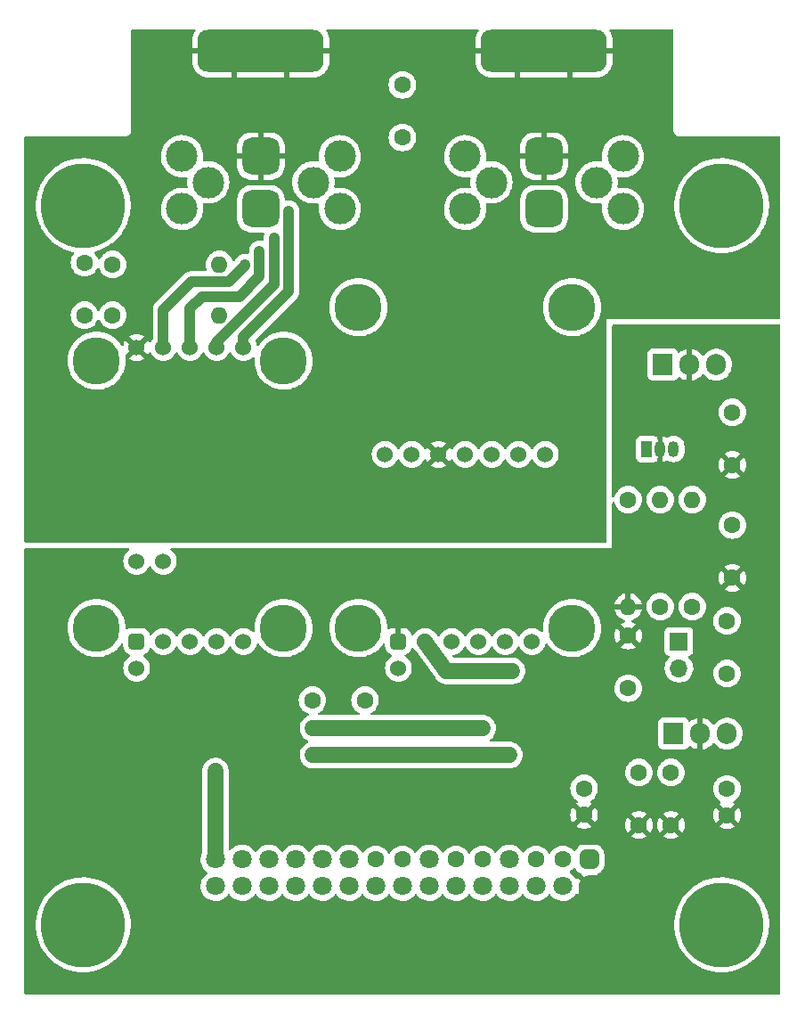
<source format=gbr>
%TF.GenerationSoftware,KiCad,Pcbnew,6.0.1-79c1e3a40b~116~ubuntu20.04.1*%
%TF.CreationDate,2022-01-20T00:26:33+00:00*%
%TF.ProjectId,Amplifier board,416d706c-6966-4696-9572-20626f617264,V1.0*%
%TF.SameCoordinates,Original*%
%TF.FileFunction,Copper,L2,Bot*%
%TF.FilePolarity,Positive*%
%FSLAX46Y46*%
G04 Gerber Fmt 4.6, Leading zero omitted, Abs format (unit mm)*
G04 Created by KiCad (PCBNEW 6.0.1-79c1e3a40b~116~ubuntu20.04.1) date 2022-01-20 00:26:33*
%MOMM*%
%LPD*%
G01*
G04 APERTURE LIST*
G04 Aperture macros list*
%AMRoundRect*
0 Rectangle with rounded corners*
0 $1 Rounding radius*
0 $2 $3 $4 $5 $6 $7 $8 $9 X,Y pos of 4 corners*
0 Add a 4 corners polygon primitive as box body*
4,1,4,$2,$3,$4,$5,$6,$7,$8,$9,$2,$3,0*
0 Add four circle primitives for the rounded corners*
1,1,$1+$1,$2,$3*
1,1,$1+$1,$4,$5*
1,1,$1+$1,$6,$7*
1,1,$1+$1,$8,$9*
0 Add four rect primitives between the rounded corners*
20,1,$1+$1,$2,$3,$4,$5,0*
20,1,$1+$1,$4,$5,$6,$7,0*
20,1,$1+$1,$6,$7,$8,$9,0*
20,1,$1+$1,$8,$9,$2,$3,0*%
G04 Aperture macros list end*
%TA.AperFunction,ComponentPad*%
%ADD10C,1.600000*%
%TD*%
%TA.AperFunction,ComponentPad*%
%ADD11R,1.905000X2.000000*%
%TD*%
%TA.AperFunction,ComponentPad*%
%ADD12O,1.905000X2.000000*%
%TD*%
%TA.AperFunction,ComponentPad*%
%ADD13C,8.000000*%
%TD*%
%TA.AperFunction,ComponentPad*%
%ADD14O,1.600000X1.600000*%
%TD*%
%TA.AperFunction,ComponentPad*%
%ADD15R,1.050000X1.500000*%
%TD*%
%TA.AperFunction,ComponentPad*%
%ADD16O,1.050000X1.500000*%
%TD*%
%TA.AperFunction,ComponentPad*%
%ADD17C,4.500000*%
%TD*%
%TA.AperFunction,ComponentPad*%
%ADD18RoundRect,0.381000X-0.381000X-0.381000X0.381000X-0.381000X0.381000X0.381000X-0.381000X0.381000X0*%
%TD*%
%TA.AperFunction,ComponentPad*%
%ADD19C,1.524000*%
%TD*%
%TA.AperFunction,ComponentPad*%
%ADD20RoundRect,0.450000X-0.450000X-0.450000X0.450000X-0.450000X0.450000X0.450000X-0.450000X0.450000X0*%
%TD*%
%TA.AperFunction,ComponentPad*%
%ADD21C,1.800000*%
%TD*%
%TA.AperFunction,ComponentPad*%
%ADD22R,1.700000X1.700000*%
%TD*%
%TA.AperFunction,ComponentPad*%
%ADD23O,1.700000X1.700000*%
%TD*%
%TA.AperFunction,ComponentPad*%
%ADD24C,3.000000*%
%TD*%
%TA.AperFunction,ComponentPad*%
%ADD25RoundRect,0.875000X-0.875000X0.875000X-0.875000X-0.875000X0.875000X-0.875000X0.875000X0.875000X0*%
%TD*%
%TA.AperFunction,ComponentPad*%
%ADD26RoundRect,1.000000X-2.500000X1.000000X-2.500000X-1.000000X2.500000X-1.000000X2.500000X1.000000X0*%
%TD*%
%TA.AperFunction,ViaPad*%
%ADD27C,0.800000*%
%TD*%
%TA.AperFunction,Conductor*%
%ADD28C,2.000000*%
%TD*%
%TA.AperFunction,Conductor*%
%ADD29C,1.500000*%
%TD*%
%TA.AperFunction,Conductor*%
%ADD30C,1.000000*%
%TD*%
G04 APERTURE END LIST*
D10*
%TO.P,C5,1*%
%TO.N,Net-(C5-Pad1)*%
X172085000Y-99314000D03*
%TO.P,C5,2*%
%TO.N,/ANALOG_GND*%
X172085000Y-104314000D03*
%TD*%
%TO.P,C6,1*%
%TO.N,Net-(C6-Pad1)*%
X172085000Y-88599000D03*
%TO.P,C6,2*%
%TO.N,/ANALOG_GND*%
X172085000Y-93599000D03*
%TD*%
D11*
%TO.P,D1,1,A1*%
%TO.N,Net-(D1-Pad1)*%
X165481000Y-84074000D03*
D12*
%TO.P,D1,2,A2*%
%TO.N,/ANALOG_GND*%
X168021000Y-84074000D03*
%TO.P,D1,3,G*%
%TO.N,Net-(C6-Pad1)*%
X170561000Y-84074000D03*
%TD*%
D10*
%TO.P,F1,1*%
%TO.N,Net-(D1-Pad1)*%
X171577000Y-108411000D03*
%TO.P,F1,2*%
%TO.N,Net-(C3-Pad1)*%
X171577000Y-113411000D03*
%TD*%
D13*
%TO.P,H1,1,1*%
%TO.N,/CASE_SCREEN*%
X110363000Y-137287000D03*
%TD*%
%TO.P,H2,1,1*%
%TO.N,/CASE_SCREEN*%
X171069000Y-137287000D03*
%TD*%
D10*
%TO.P,R1,1*%
%TO.N,Net-(D1-Pad1)*%
X165227000Y-107061000D03*
D14*
%TO.P,R1,2*%
%TO.N,Net-(C5-Pad1)*%
X165227000Y-96901000D03*
%TD*%
D10*
%TO.P,R2,1*%
%TO.N,Net-(C5-Pad1)*%
X162179000Y-96901000D03*
D14*
%TO.P,R2,2*%
%TO.N,/ANALOG_GND*%
X162179000Y-107061000D03*
%TD*%
D10*
%TO.P,R3,1*%
%TO.N,Net-(D1-Pad1)*%
X168275000Y-107061000D03*
D14*
%TO.P,R3,2*%
%TO.N,Net-(C6-Pad1)*%
X168275000Y-96901000D03*
%TD*%
D11*
%TO.P,U1,1,VI*%
%TO.N,Net-(C1-Pad1)*%
X166497000Y-119126000D03*
D12*
%TO.P,U1,2,GND*%
%TO.N,/ANALOG_GND*%
X169037000Y-119126000D03*
%TO.P,U1,3,VO*%
%TO.N,Net-(C3-Pad1)*%
X171577000Y-119126000D03*
%TD*%
D15*
%TO.P,U2,1,REF*%
%TO.N,Net-(C5-Pad1)*%
X163957000Y-92075000D03*
D16*
%TO.P,U2,2,A*%
%TO.N,/ANALOG_GND*%
X165227000Y-92075000D03*
%TO.P,U2,3,K*%
%TO.N,Net-(C6-Pad1)*%
X166497000Y-92075000D03*
%TD*%
D17*
%TO.P,U3,*%
%TO.N,*%
X136525000Y-78613000D03*
X136525000Y-109093000D03*
X156845000Y-78613000D03*
X156845000Y-109093000D03*
D18*
%TO.P,U3,1,"GND"*%
%TO.N,/ANALOG_GND*%
X140335000Y-110363000D03*
D19*
%TO.P,U3,2,"3V3"*%
%TO.N,Net-(C8-Pad2)*%
X142875000Y-110363000D03*
%TO.P,U3,3,"SDA"*%
%TO.N,Net-(J1-Pad18)*%
X145415000Y-110363000D03*
%TO.P,U3,4,"SCL"*%
%TO.N,Net-(J1-Pad15)*%
X147955000Y-110363000D03*
%TO.P,U3,5,"INT"*%
%TO.N,Net-(J1-Pad12)*%
X150495000Y-110363000D03*
%TO.P,U3,6,"AVDD"*%
%TO.N,Net-(C7-Pad1)*%
X153035000Y-110363000D03*
%TO.P,U3,7,B+*%
%TO.N,Net-(C10-Pad2)*%
X139065000Y-92583000D03*
%TO.P,U3,8,B-*%
%TO.N,Net-(C10-Pad1)*%
X141605000Y-92583000D03*
%TO.P,U3,9,YLW/SD*%
%TO.N,/LOAD CELL SCREEN*%
X144145000Y-92583000D03*
%TO.P,U3,10,GRN/A+*%
%TO.N,Net-(J2-Pad1)*%
X146685000Y-92583000D03*
%TO.P,U3,11,WHT/A-*%
%TO.N,Net-(J2-Pad4)*%
X149225000Y-92583000D03*
%TO.P,U3,12,BLK/E-*%
%TO.N,Net-(C9-Pad1)*%
X151765000Y-92583000D03*
%TO.P,U3,13,RED/E+*%
%TO.N,Net-(C9-Pad2)*%
X154305000Y-92583000D03*
%TO.P,U3,14,DVSS_EXTRA*%
%TO.N,/DIGITAL_GND*%
X140335000Y-112903000D03*
%TD*%
D17*
%TO.P,U4,*%
%TO.N,*%
X111633000Y-109093000D03*
X111633000Y-83693000D03*
X129413000Y-109093000D03*
X129413000Y-83693000D03*
D18*
%TO.P,U4,1,"GND"*%
%TO.N,/DIGITAL_GND*%
X115443000Y-110363000D03*
D19*
%TO.P,U4,2,"CLK"*%
%TO.N,Net-(J1-Pad7)*%
X117983000Y-110363000D03*
%TO.P,U4,3,"DAT"*%
%TO.N,Net-(J1-Pad9)*%
X120523000Y-110363000D03*
%TO.P,U4,4,"VCC"*%
%TO.N,Net-(C7-Pad1)*%
X123063000Y-110363000D03*
%TO.P,U4,5,"VDD"*%
%TO.N,Net-(C8-Pad2)*%
X125603000Y-110363000D03*
%TO.P,U4,6,YLW/SD*%
%TO.N,/LOAD CELL SCREEN*%
X115443000Y-82423000D03*
%TO.P,U4,7,GRN/A+*%
%TO.N,Net-(J2-Pad1)*%
X117983000Y-82423000D03*
%TO.P,U4,8,WHT/A-*%
%TO.N,Net-(J2-Pad4)*%
X120523000Y-82423000D03*
%TO.P,U4,9,BLK/E-*%
%TO.N,Net-(C9-Pad1)*%
X123063000Y-82423000D03*
%TO.P,U4,10,RED/E+*%
%TO.N,Net-(C9-Pad2)*%
X125603000Y-82423000D03*
%TO.P,U4,11,B-*%
%TO.N,Net-(C10-Pad1)*%
X115443000Y-102743000D03*
%TO.P,U4,12,B+*%
%TO.N,Net-(C10-Pad2)*%
X117983000Y-102743000D03*
%TO.P,U4,13,RATE_EXTRA*%
%TO.N,Net-(J1-Pad29)*%
X115443000Y-112903000D03*
%TD*%
D13*
%TO.P,H3,1,1*%
%TO.N,/CASE_SCREEN*%
X110363000Y-68961000D03*
%TD*%
%TO.P,H4,1,1*%
%TO.N,/CASE_SCREEN*%
X171069000Y-68961000D03*
%TD*%
D20*
%TO.P,J1,1,SCREEN*%
%TO.N,/CASE_SCREEN*%
X158496000Y-131064000D03*
D21*
%TO.P,J1,2,ANALOG_GND*%
%TO.N,/ANALOG_GND*%
X158496000Y-133604000D03*
D10*
%TO.P,J1,3,+24V_RAW*%
%TO.N,Net-(C1-Pad1)*%
X155956000Y-131064000D03*
D21*
%TO.P,J1,4,+5V0_DIGITAL*%
%TO.N,Net-(C8-Pad2)*%
X155956000Y-133604000D03*
D10*
%TO.P,J1,5,+3V3_DIGITAL*%
%TO.N,unconnected-(J1-Pad5)*%
X153416000Y-131064000D03*
D21*
%TO.P,J1,6,DGND*%
%TO.N,/DIGITAL_GND*%
X153416000Y-133604000D03*
%TO.P,J1,7,GPIO_C_3V3*%
%TO.N,Net-(J1-Pad7)*%
X150876000Y-131064000D03*
%TO.P,J1,8,DGND*%
%TO.N,/DIGITAL_GND*%
X150876000Y-133604000D03*
D10*
%TO.P,J1,9,GPIO_B_5V0*%
%TO.N,Net-(J1-Pad9)*%
X148336000Y-131064000D03*
D21*
%TO.P,J1,10,GPIO_B_3V3*%
%TO.N,unconnected-(J1-Pad10)*%
X148336000Y-133604000D03*
D10*
%TO.P,J1,11,DGND*%
%TO.N,/DIGITAL_GND*%
X145796000Y-131064000D03*
D21*
%TO.P,J1,12,GPIO_A_5V0*%
%TO.N,Net-(J1-Pad12)*%
X145796000Y-133604000D03*
%TO.P,J1,13,GPIO_A_3V3*%
%TO.N,unconnected-(J1-Pad13)*%
X143256000Y-131064000D03*
%TO.P,J1,14,GND*%
%TO.N,/DIGITAL_GND*%
X143256000Y-133604000D03*
D10*
%TO.P,J1,15,I2C5V0_SCL*%
%TO.N,Net-(J1-Pad15)*%
X140716000Y-131064000D03*
D21*
%TO.P,J1,16,I2C3V3_SCL*%
%TO.N,unconnected-(J1-Pad16)*%
X140716000Y-133604000D03*
D10*
%TO.P,J1,17,DGND*%
%TO.N,/DIGITAL_GND*%
X138176000Y-131064000D03*
D21*
%TO.P,J1,18,I2C5V0_SDA*%
%TO.N,Net-(J1-Pad18)*%
X138176000Y-133604000D03*
%TO.P,J1,19,I2C3V3_SDA*%
%TO.N,unconnected-(J1-Pad19)*%
X135636000Y-131064000D03*
%TO.P,J1,20,DGND*%
%TO.N,/DIGITAL_GND*%
X135636000Y-133604000D03*
%TO.P,J1,21,SPI3V3_SCLK*%
%TO.N,unconnected-(J1-Pad21)*%
X133096000Y-131064000D03*
%TO.P,J1,22,DGND*%
%TO.N,/DIGITAL_GND*%
X133096000Y-133604000D03*
%TO.P,J1,23,SPI3V3_MOSI*%
%TO.N,unconnected-(J1-Pad23)*%
X130556000Y-131064000D03*
%TO.P,J1,24,DGND*%
%TO.N,/DIGITAL_GND*%
X130556000Y-133604000D03*
%TO.P,J1,25,SPI3V3_MISO*%
%TO.N,unconnected-(J1-Pad25)*%
X128016000Y-131064000D03*
%TO.P,J1,26,DGND*%
%TO.N,/DIGITAL_GND*%
X128016000Y-133604000D03*
%TO.P,J1,27,SPI3V3_~{CE0}*%
%TO.N,unconnected-(J1-Pad27)*%
X125476000Y-131064000D03*
%TO.P,J1,28,DGND*%
%TO.N,/DIGITAL_GND*%
X125476000Y-133604000D03*
%TO.P,J1,29,SPI3V3_~{CE1}*%
%TO.N,Net-(J1-Pad29)*%
X122936000Y-131064000D03*
%TO.P,J1,30,DGND*%
%TO.N,/DIGITAL_GND*%
X122936000Y-133604000D03*
%TD*%
D10*
%TO.P,C2,1*%
%TO.N,Net-(C1-Pad1)*%
X163195000Y-122809000D03*
%TO.P,C2,2*%
%TO.N,/ANALOG_GND*%
X163195000Y-127809000D03*
%TD*%
%TO.P,C7,1*%
%TO.N,Net-(C7-Pad1)*%
X162179000Y-114808000D03*
%TO.P,C7,2*%
%TO.N,/ANALOG_GND*%
X162179000Y-109808000D03*
%TD*%
D22*
%TO.P,JP1,1,A*%
%TO.N,Net-(D1-Pad1)*%
X167005000Y-110363000D03*
D23*
%TO.P,JP1,2,B*%
%TO.N,Net-(C7-Pad1)*%
X167005000Y-112903000D03*
%TD*%
D10*
%TO.P,C3,1*%
%TO.N,Net-(C3-Pad1)*%
X166243000Y-122809000D03*
%TO.P,C3,2*%
%TO.N,/ANALOG_GND*%
X166243000Y-127809000D03*
%TD*%
%TO.P,C8,1*%
%TO.N,/DIGITAL_GND*%
X137160000Y-115951000D03*
%TO.P,C8,2*%
%TO.N,Net-(C8-Pad2)*%
X132160000Y-115951000D03*
%TD*%
%TO.P,C10,1*%
%TO.N,Net-(C10-Pad1)*%
X110490000Y-79375000D03*
%TO.P,C10,2*%
%TO.N,Net-(C10-Pad2)*%
X110490000Y-74375000D03*
%TD*%
D24*
%TO.P,J3,1,PIN1:S+*%
%TO.N,Net-(J3-Pad1)*%
X119754000Y-64262000D03*
D25*
%TO.P,J3,2,PIN2:SCREEN*%
%TO.N,/LOAD CELL SCREEN*%
X127254000Y-64262000D03*
D24*
%TO.P,J3,3,PIN3:E+*%
%TO.N,Net-(C9-Pad2)*%
X134754000Y-64262000D03*
%TO.P,J3,4,PIN4:S-*%
%TO.N,Net-(J3-Pad4)*%
X122254000Y-66762000D03*
%TO.P,J3,5,PIN5:E-*%
%TO.N,Net-(C9-Pad1)*%
X132254000Y-66762000D03*
%TO.P,J3,6,PIN6:NC*%
%TO.N,unconnected-(J3-Pad6)*%
X119754000Y-69262000D03*
D25*
%TO.P,J3,7,PIN7:NC*%
%TO.N,unconnected-(J3-Pad7)*%
X127254000Y-69262000D03*
D24*
%TO.P,J3,8,PIN8:NC*%
%TO.N,unconnected-(J3-Pad8)*%
X134754000Y-69262000D03*
D26*
%TO.P,J3,9,CASE:SCREEN*%
%TO.N,/LOAD CELL SCREEN*%
X124754000Y-54262000D03*
X129754000Y-54262000D03*
%TD*%
D10*
%TO.P,R5,1*%
%TO.N,Net-(C10-Pad1)*%
X113157000Y-79375000D03*
D14*
%TO.P,R5,2*%
%TO.N,Net-(J3-Pad4)*%
X123317000Y-79375000D03*
%TD*%
D10*
%TO.P,C9,1*%
%TO.N,Net-(C9-Pad1)*%
X140716000Y-62484000D03*
%TO.P,C9,2*%
%TO.N,Net-(C9-Pad2)*%
X140716000Y-57484000D03*
%TD*%
%TO.P,C1,1*%
%TO.N,Net-(C1-Pad1)*%
X157988000Y-124333000D03*
%TO.P,C1,2*%
%TO.N,/ANALOG_GND*%
X157988000Y-126833000D03*
%TD*%
%TO.P,C4,1*%
%TO.N,Net-(C3-Pad1)*%
X171577000Y-124373000D03*
%TO.P,C4,2*%
%TO.N,/ANALOG_GND*%
X171577000Y-126873000D03*
%TD*%
%TO.P,R4,1*%
%TO.N,Net-(C10-Pad2)*%
X113157000Y-74549000D03*
D14*
%TO.P,R4,2*%
%TO.N,Net-(J3-Pad1)*%
X123317000Y-74549000D03*
%TD*%
D24*
%TO.P,J2,1,PIN1:S+*%
%TO.N,Net-(J2-Pad1)*%
X146678000Y-64262000D03*
D25*
%TO.P,J2,2,PIN2:SCREEN*%
%TO.N,/LOAD CELL SCREEN*%
X154178000Y-64262000D03*
D24*
%TO.P,J2,3,PIN3:E+*%
%TO.N,Net-(C9-Pad2)*%
X161678000Y-64262000D03*
%TO.P,J2,4,PIN4:S-*%
%TO.N,Net-(J2-Pad4)*%
X149178000Y-66762000D03*
%TO.P,J2,5,PIN5:E-*%
%TO.N,Net-(C9-Pad1)*%
X159178000Y-66762000D03*
%TO.P,J2,6,PIN6:NC*%
%TO.N,unconnected-(J2-Pad6)*%
X146678000Y-69262000D03*
D25*
%TO.P,J2,7,PIN7:NC*%
%TO.N,unconnected-(J2-Pad7)*%
X154178000Y-69262000D03*
D24*
%TO.P,J2,8,PIN8:NC*%
%TO.N,unconnected-(J2-Pad8)*%
X161678000Y-69262000D03*
D26*
%TO.P,J2,9,CASE:SCREEN*%
%TO.N,/LOAD CELL SCREEN*%
X151678000Y-54262000D03*
X156678000Y-54262000D03*
%TD*%
D27*
%TO.N,Net-(J1-Pad29)*%
X122936000Y-122682000D03*
%TO.N,Net-(J1-Pad9)*%
X132207000Y-118618000D03*
X148336000Y-118618000D03*
%TO.N,Net-(J1-Pad7)*%
X150876000Y-121158000D03*
X132207000Y-121158000D03*
%TO.N,Net-(J2-Pad1)*%
X125730000Y-74549000D03*
%TO.N,Net-(C8-Pad2)*%
X151130000Y-113157000D03*
%TO.N,Net-(J2-Pad4)*%
X127127000Y-73279000D03*
%TO.N,/LOAD CELL SCREEN*%
X125603000Y-85344000D03*
X169418000Y-76200000D03*
X111506000Y-88900000D03*
X117983000Y-54229000D03*
X126492000Y-98552000D03*
X120015000Y-59436000D03*
X132842000Y-85344000D03*
X145796000Y-98298000D03*
X142113000Y-80391000D03*
X137795000Y-67183000D03*
X151003000Y-62230000D03*
X156591000Y-85217000D03*
X131572000Y-78867000D03*
X154559000Y-98298000D03*
X111506000Y-94488000D03*
X164719000Y-76200000D03*
X146812000Y-73025000D03*
X138938000Y-98425000D03*
X140716000Y-54356000D03*
X133096000Y-98425000D03*
X138938000Y-85344000D03*
X163322000Y-54610000D03*
X151638000Y-72898000D03*
X111760000Y-76708000D03*
X127254000Y-59436000D03*
X165608000Y-63754000D03*
X115570000Y-64389000D03*
X134874000Y-59182000D03*
X117475000Y-74422000D03*
%TO.N,Net-(C9-Pad1)*%
X128524000Y-72009000D03*
%TO.N,/ANALOG_GND*%
X169164000Y-103124000D03*
X160020000Y-111887000D03*
X172085000Y-96393000D03*
X164592000Y-135128000D03*
X162941000Y-133858000D03*
X164592000Y-100203000D03*
X158369000Y-104013000D03*
X158496000Y-136652000D03*
X156337000Y-136652000D03*
X158623000Y-119380000D03*
X170688000Y-130937000D03*
X160909000Y-133858000D03*
X162941000Y-136652000D03*
X160909000Y-136652000D03*
X164719000Y-125095000D03*
X161925000Y-135128000D03*
X161925000Y-82042000D03*
X169164000Y-114554000D03*
%TO.N,Net-(C9-Pad2)*%
X129921000Y-69469000D03*
X129921000Y-70485000D03*
%TD*%
D28*
%TO.N,/ANALOG_GND*%
X158496000Y-133604000D02*
X158496000Y-136652000D01*
X158496000Y-133604000D02*
X160655000Y-133604000D01*
X160655000Y-133604000D02*
X160909000Y-133858000D01*
D29*
%TO.N,Net-(J1-Pad29)*%
X122936000Y-131064000D02*
X122936000Y-122682000D01*
%TO.N,Net-(J1-Pad9)*%
X148336000Y-118618000D02*
X132207000Y-118618000D01*
%TO.N,Net-(J1-Pad7)*%
X150876000Y-121158000D02*
X132207000Y-121158000D01*
D30*
%TO.N,Net-(J2-Pad1)*%
X120650000Y-76200000D02*
X117983000Y-78867000D01*
X117983000Y-78867000D02*
X117983000Y-82423000D01*
X124206000Y-76200000D02*
X120650000Y-76200000D01*
X125730000Y-74549000D02*
X125730000Y-74676000D01*
X125730000Y-74676000D02*
X124206000Y-76200000D01*
D29*
%TO.N,Net-(C8-Pad2)*%
X144907000Y-113157000D02*
X142875000Y-110363000D01*
X151130000Y-113157000D02*
X144907000Y-113157000D01*
D30*
%TO.N,Net-(J2-Pad4)*%
X127127000Y-73279000D02*
X127127000Y-75692000D01*
X120523000Y-78740000D02*
X120523000Y-82423000D01*
X125222000Y-77597000D02*
X121666000Y-77597000D01*
X121666000Y-77597000D02*
X120523000Y-78740000D01*
X127127000Y-75692000D02*
X125222000Y-77597000D01*
%TO.N,Net-(C9-Pad1)*%
X128524000Y-76454000D02*
X123063000Y-81915000D01*
X123063000Y-81915000D02*
X123063000Y-82423000D01*
X128524000Y-72009000D02*
X128524000Y-76454000D01*
%TO.N,Net-(C9-Pad2)*%
X129921000Y-70485000D02*
X129921000Y-69469000D01*
X129921000Y-77089000D02*
X125603000Y-81407000D01*
X125603000Y-81407000D02*
X125603000Y-82423000D01*
X129921000Y-70485000D02*
X129921000Y-77089000D01*
%TD*%
%TA.AperFunction,Conductor*%
%TO.N,/LOAD CELL SCREEN*%
G36*
X120980465Y-52217002D02*
G01*
X121026958Y-52270658D01*
X121037062Y-52340932D01*
X121020120Y-52388271D01*
X120903852Y-52580252D01*
X120899332Y-52589277D01*
X120812219Y-52804888D01*
X120809203Y-52814512D01*
X120757622Y-53041552D01*
X120756220Y-53050984D01*
X120746161Y-53191310D01*
X120746000Y-53195823D01*
X120746000Y-53989885D01*
X120750475Y-54005124D01*
X120751865Y-54006329D01*
X120759548Y-54008000D01*
X133743885Y-54008000D01*
X133759124Y-54003525D01*
X133760329Y-54002135D01*
X133762000Y-53994452D01*
X133762000Y-53195823D01*
X133761839Y-53191310D01*
X133751780Y-53050984D01*
X133750378Y-53041552D01*
X133698797Y-52814512D01*
X133695781Y-52804888D01*
X133608668Y-52589277D01*
X133604148Y-52580252D01*
X133487880Y-52388271D01*
X133469701Y-52319642D01*
X133491511Y-52252078D01*
X133546387Y-52207032D01*
X133595656Y-52197000D01*
X147836344Y-52197000D01*
X147904465Y-52217002D01*
X147950958Y-52270658D01*
X147961062Y-52340932D01*
X147944120Y-52388271D01*
X147827852Y-52580252D01*
X147823332Y-52589277D01*
X147736219Y-52804888D01*
X147733203Y-52814512D01*
X147681622Y-53041552D01*
X147680220Y-53050984D01*
X147670161Y-53191310D01*
X147670000Y-53195823D01*
X147670000Y-53989885D01*
X147674475Y-54005124D01*
X147675865Y-54006329D01*
X147683548Y-54008000D01*
X160667885Y-54008000D01*
X160683124Y-54003525D01*
X160684329Y-54002135D01*
X160686000Y-53994452D01*
X160686000Y-53195823D01*
X160685839Y-53191310D01*
X160675780Y-53050984D01*
X160674378Y-53041552D01*
X160622797Y-52814512D01*
X160619781Y-52804888D01*
X160532668Y-52589277D01*
X160528148Y-52580252D01*
X160411880Y-52388271D01*
X160393701Y-52319642D01*
X160415511Y-52252078D01*
X160470387Y-52207032D01*
X160519656Y-52197000D01*
X166371000Y-52197000D01*
X166439121Y-52217002D01*
X166485614Y-52270658D01*
X166497000Y-52323000D01*
X166497000Y-61840298D01*
X166496998Y-61841068D01*
X166496524Y-61918652D01*
X166498990Y-61927281D01*
X166498991Y-61927286D01*
X166504639Y-61947048D01*
X166508217Y-61963809D01*
X166511130Y-61984152D01*
X166511133Y-61984162D01*
X166512405Y-61993045D01*
X166523021Y-62016395D01*
X166529464Y-62033907D01*
X166536512Y-62058565D01*
X166552274Y-62083548D01*
X166560404Y-62098614D01*
X166572633Y-62125510D01*
X166589374Y-62144939D01*
X166600479Y-62159947D01*
X166614160Y-62181631D01*
X166620888Y-62187573D01*
X166636296Y-62201181D01*
X166648340Y-62213373D01*
X166667619Y-62235747D01*
X166675147Y-62240626D01*
X166675150Y-62240629D01*
X166689139Y-62249696D01*
X166704013Y-62260986D01*
X166723228Y-62277956D01*
X166731354Y-62281771D01*
X166731355Y-62281772D01*
X166737021Y-62284432D01*
X166749966Y-62290510D01*
X166764935Y-62298824D01*
X166789727Y-62314893D01*
X166806650Y-62319954D01*
X166814290Y-62322239D01*
X166831736Y-62328901D01*
X166854948Y-62339799D01*
X166884130Y-62344343D01*
X166900849Y-62348126D01*
X166920536Y-62354014D01*
X166920539Y-62354015D01*
X166929141Y-62356587D01*
X166938116Y-62356642D01*
X166938117Y-62356642D01*
X166944810Y-62356683D01*
X166963556Y-62356797D01*
X166964328Y-62356830D01*
X166965423Y-62357000D01*
X166996298Y-62357000D01*
X166997068Y-62357002D01*
X167070716Y-62357452D01*
X167070717Y-62357452D01*
X167074652Y-62357476D01*
X167075996Y-62357092D01*
X167077341Y-62357000D01*
X176531000Y-62357000D01*
X176599121Y-62377002D01*
X176645614Y-62430658D01*
X176657000Y-62483000D01*
X176657000Y-79630000D01*
X176636998Y-79698121D01*
X176583342Y-79744614D01*
X176531000Y-79756000D01*
X160147000Y-79756000D01*
X160147000Y-100839000D01*
X160126998Y-100907121D01*
X160073342Y-100953614D01*
X160021000Y-100965000D01*
X104901000Y-100965000D01*
X104832879Y-100944998D01*
X104786386Y-100891342D01*
X104775000Y-100839000D01*
X104775000Y-92583000D01*
X137789647Y-92583000D01*
X137809022Y-92804463D01*
X137866560Y-93019196D01*
X137868882Y-93024177D01*
X137868883Y-93024178D01*
X137958186Y-93215689D01*
X137958189Y-93215694D01*
X137960512Y-93220676D01*
X137963668Y-93225183D01*
X137963669Y-93225185D01*
X138065709Y-93370913D01*
X138088023Y-93402781D01*
X138245219Y-93559977D01*
X138249727Y-93563134D01*
X138249730Y-93563136D01*
X138300949Y-93599000D01*
X138427323Y-93687488D01*
X138432305Y-93689811D01*
X138432310Y-93689814D01*
X138622810Y-93778645D01*
X138628804Y-93781440D01*
X138634112Y-93782862D01*
X138634114Y-93782863D01*
X138699949Y-93800503D01*
X138843537Y-93838978D01*
X139065000Y-93858353D01*
X139286463Y-93838978D01*
X139430051Y-93800503D01*
X139495886Y-93782863D01*
X139495888Y-93782862D01*
X139501196Y-93781440D01*
X139507190Y-93778645D01*
X139697690Y-93689814D01*
X139697695Y-93689811D01*
X139702677Y-93687488D01*
X139829051Y-93599000D01*
X139880270Y-93563136D01*
X139880273Y-93563134D01*
X139884781Y-93559977D01*
X140041977Y-93402781D01*
X140064292Y-93370913D01*
X140166331Y-93225185D01*
X140166332Y-93225183D01*
X140169488Y-93220676D01*
X140171811Y-93215694D01*
X140171814Y-93215689D01*
X140220805Y-93110627D01*
X140267723Y-93057342D01*
X140336000Y-93037881D01*
X140403960Y-93058423D01*
X140449195Y-93110627D01*
X140498186Y-93215689D01*
X140498189Y-93215694D01*
X140500512Y-93220676D01*
X140503668Y-93225183D01*
X140503669Y-93225185D01*
X140605709Y-93370913D01*
X140628023Y-93402781D01*
X140785219Y-93559977D01*
X140789727Y-93563134D01*
X140789730Y-93563136D01*
X140840949Y-93599000D01*
X140967323Y-93687488D01*
X140972305Y-93689811D01*
X140972310Y-93689814D01*
X141162810Y-93778645D01*
X141168804Y-93781440D01*
X141174112Y-93782862D01*
X141174114Y-93782863D01*
X141239949Y-93800503D01*
X141383537Y-93838978D01*
X141605000Y-93858353D01*
X141826463Y-93838978D01*
X141970051Y-93800503D01*
X142035886Y-93782863D01*
X142035888Y-93782862D01*
X142041196Y-93781440D01*
X142047190Y-93778645D01*
X142237690Y-93689814D01*
X142237695Y-93689811D01*
X142242677Y-93687488D01*
X142307959Y-93641777D01*
X143450777Y-93641777D01*
X143460074Y-93653793D01*
X143503069Y-93683898D01*
X143512555Y-93689376D01*
X143703993Y-93778645D01*
X143714285Y-93782391D01*
X143918309Y-93837059D01*
X143929104Y-93838962D01*
X144139525Y-93857372D01*
X144150475Y-93857372D01*
X144360896Y-93838962D01*
X144371691Y-93837059D01*
X144575715Y-93782391D01*
X144586007Y-93778645D01*
X144777445Y-93689376D01*
X144786931Y-93683898D01*
X144830764Y-93653207D01*
X144839139Y-93642729D01*
X144832071Y-93629281D01*
X144157812Y-92955022D01*
X144143868Y-92947408D01*
X144142035Y-92947539D01*
X144135420Y-92951790D01*
X143457207Y-93630003D01*
X143450777Y-93641777D01*
X142307959Y-93641777D01*
X142369051Y-93599000D01*
X142420270Y-93563136D01*
X142420273Y-93563134D01*
X142424781Y-93559977D01*
X142581977Y-93402781D01*
X142604292Y-93370913D01*
X142706331Y-93225185D01*
X142706332Y-93225183D01*
X142709488Y-93220676D01*
X142711811Y-93215694D01*
X142711814Y-93215689D01*
X142761081Y-93110035D01*
X142807999Y-93056750D01*
X142876276Y-93037289D01*
X142944236Y-93057831D01*
X142989471Y-93110035D01*
X143038623Y-93215441D01*
X143044103Y-93224932D01*
X143074794Y-93268765D01*
X143085271Y-93277140D01*
X143098718Y-93270072D01*
X143772978Y-92595812D01*
X143779356Y-92584132D01*
X144509408Y-92584132D01*
X144509539Y-92585965D01*
X144513790Y-92592580D01*
X145192003Y-93270793D01*
X145203777Y-93277223D01*
X145215793Y-93267926D01*
X145245897Y-93224932D01*
X145251377Y-93215441D01*
X145300529Y-93110035D01*
X145347447Y-93056750D01*
X145415724Y-93037289D01*
X145483684Y-93057831D01*
X145528919Y-93110035D01*
X145578186Y-93215689D01*
X145578189Y-93215694D01*
X145580512Y-93220676D01*
X145583668Y-93225183D01*
X145583669Y-93225185D01*
X145685709Y-93370913D01*
X145708023Y-93402781D01*
X145865219Y-93559977D01*
X145869727Y-93563134D01*
X145869730Y-93563136D01*
X145920949Y-93599000D01*
X146047323Y-93687488D01*
X146052305Y-93689811D01*
X146052310Y-93689814D01*
X146242810Y-93778645D01*
X146248804Y-93781440D01*
X146254112Y-93782862D01*
X146254114Y-93782863D01*
X146319949Y-93800503D01*
X146463537Y-93838978D01*
X146685000Y-93858353D01*
X146906463Y-93838978D01*
X147050051Y-93800503D01*
X147115886Y-93782863D01*
X147115888Y-93782862D01*
X147121196Y-93781440D01*
X147127190Y-93778645D01*
X147317690Y-93689814D01*
X147317695Y-93689811D01*
X147322677Y-93687488D01*
X147449051Y-93599000D01*
X147500270Y-93563136D01*
X147500273Y-93563134D01*
X147504781Y-93559977D01*
X147661977Y-93402781D01*
X147684292Y-93370913D01*
X147786331Y-93225185D01*
X147786332Y-93225183D01*
X147789488Y-93220676D01*
X147791811Y-93215694D01*
X147791814Y-93215689D01*
X147840805Y-93110627D01*
X147887723Y-93057342D01*
X147956000Y-93037881D01*
X148023960Y-93058423D01*
X148069195Y-93110627D01*
X148118186Y-93215689D01*
X148118189Y-93215694D01*
X148120512Y-93220676D01*
X148123668Y-93225183D01*
X148123669Y-93225185D01*
X148225709Y-93370913D01*
X148248023Y-93402781D01*
X148405219Y-93559977D01*
X148409727Y-93563134D01*
X148409730Y-93563136D01*
X148460949Y-93599000D01*
X148587323Y-93687488D01*
X148592305Y-93689811D01*
X148592310Y-93689814D01*
X148782810Y-93778645D01*
X148788804Y-93781440D01*
X148794112Y-93782862D01*
X148794114Y-93782863D01*
X148859949Y-93800503D01*
X149003537Y-93838978D01*
X149225000Y-93858353D01*
X149446463Y-93838978D01*
X149590051Y-93800503D01*
X149655886Y-93782863D01*
X149655888Y-93782862D01*
X149661196Y-93781440D01*
X149667190Y-93778645D01*
X149857690Y-93689814D01*
X149857695Y-93689811D01*
X149862677Y-93687488D01*
X149989051Y-93599000D01*
X150040270Y-93563136D01*
X150040273Y-93563134D01*
X150044781Y-93559977D01*
X150201977Y-93402781D01*
X150224292Y-93370913D01*
X150326331Y-93225185D01*
X150326332Y-93225183D01*
X150329488Y-93220676D01*
X150331811Y-93215694D01*
X150331814Y-93215689D01*
X150380805Y-93110627D01*
X150427723Y-93057342D01*
X150496000Y-93037881D01*
X150563960Y-93058423D01*
X150609195Y-93110627D01*
X150658186Y-93215689D01*
X150658189Y-93215694D01*
X150660512Y-93220676D01*
X150663668Y-93225183D01*
X150663669Y-93225185D01*
X150765709Y-93370913D01*
X150788023Y-93402781D01*
X150945219Y-93559977D01*
X150949727Y-93563134D01*
X150949730Y-93563136D01*
X151000949Y-93599000D01*
X151127323Y-93687488D01*
X151132305Y-93689811D01*
X151132310Y-93689814D01*
X151322810Y-93778645D01*
X151328804Y-93781440D01*
X151334112Y-93782862D01*
X151334114Y-93782863D01*
X151399949Y-93800503D01*
X151543537Y-93838978D01*
X151765000Y-93858353D01*
X151986463Y-93838978D01*
X152130051Y-93800503D01*
X152195886Y-93782863D01*
X152195888Y-93782862D01*
X152201196Y-93781440D01*
X152207190Y-93778645D01*
X152397690Y-93689814D01*
X152397695Y-93689811D01*
X152402677Y-93687488D01*
X152529051Y-93599000D01*
X152580270Y-93563136D01*
X152580273Y-93563134D01*
X152584781Y-93559977D01*
X152741977Y-93402781D01*
X152764292Y-93370913D01*
X152866331Y-93225185D01*
X152866332Y-93225183D01*
X152869488Y-93220676D01*
X152871811Y-93215694D01*
X152871814Y-93215689D01*
X152920805Y-93110627D01*
X152967723Y-93057342D01*
X153036000Y-93037881D01*
X153103960Y-93058423D01*
X153149195Y-93110627D01*
X153198186Y-93215689D01*
X153198189Y-93215694D01*
X153200512Y-93220676D01*
X153203668Y-93225183D01*
X153203669Y-93225185D01*
X153305709Y-93370913D01*
X153328023Y-93402781D01*
X153485219Y-93559977D01*
X153489727Y-93563134D01*
X153489730Y-93563136D01*
X153540949Y-93599000D01*
X153667323Y-93687488D01*
X153672305Y-93689811D01*
X153672310Y-93689814D01*
X153862810Y-93778645D01*
X153868804Y-93781440D01*
X153874112Y-93782862D01*
X153874114Y-93782863D01*
X153939949Y-93800503D01*
X154083537Y-93838978D01*
X154305000Y-93858353D01*
X154526463Y-93838978D01*
X154670051Y-93800503D01*
X154735886Y-93782863D01*
X154735888Y-93782862D01*
X154741196Y-93781440D01*
X154747190Y-93778645D01*
X154937690Y-93689814D01*
X154937695Y-93689811D01*
X154942677Y-93687488D01*
X155069051Y-93599000D01*
X155120270Y-93563136D01*
X155120273Y-93563134D01*
X155124781Y-93559977D01*
X155281977Y-93402781D01*
X155304292Y-93370913D01*
X155406331Y-93225185D01*
X155406332Y-93225183D01*
X155409488Y-93220676D01*
X155411811Y-93215694D01*
X155411814Y-93215689D01*
X155501117Y-93024178D01*
X155501118Y-93024177D01*
X155503440Y-93019196D01*
X155560978Y-92804463D01*
X155580353Y-92583000D01*
X155560978Y-92361537D01*
X155503440Y-92146804D01*
X155460805Y-92055373D01*
X155411814Y-91950311D01*
X155411811Y-91950306D01*
X155409488Y-91945324D01*
X155406331Y-91940815D01*
X155285136Y-91767730D01*
X155285134Y-91767727D01*
X155281977Y-91763219D01*
X155124781Y-91606023D01*
X155120273Y-91602866D01*
X155120270Y-91602864D01*
X155044505Y-91549813D01*
X154942677Y-91478512D01*
X154937695Y-91476189D01*
X154937690Y-91476186D01*
X154746178Y-91386883D01*
X154746177Y-91386882D01*
X154741196Y-91384560D01*
X154735888Y-91383138D01*
X154735886Y-91383137D01*
X154670051Y-91365497D01*
X154526463Y-91327022D01*
X154305000Y-91307647D01*
X154083537Y-91327022D01*
X153939949Y-91365497D01*
X153874114Y-91383137D01*
X153874112Y-91383138D01*
X153868804Y-91384560D01*
X153863823Y-91386882D01*
X153863822Y-91386883D01*
X153672311Y-91476186D01*
X153672306Y-91476189D01*
X153667324Y-91478512D01*
X153662817Y-91481668D01*
X153662815Y-91481669D01*
X153489730Y-91602864D01*
X153489727Y-91602866D01*
X153485219Y-91606023D01*
X153328023Y-91763219D01*
X153324866Y-91767727D01*
X153324864Y-91767730D01*
X153203669Y-91940815D01*
X153200512Y-91945324D01*
X153198189Y-91950306D01*
X153198186Y-91950311D01*
X153149195Y-92055373D01*
X153102277Y-92108658D01*
X153034000Y-92128119D01*
X152966040Y-92107577D01*
X152920805Y-92055373D01*
X152871814Y-91950311D01*
X152871811Y-91950306D01*
X152869488Y-91945324D01*
X152866331Y-91940815D01*
X152745136Y-91767730D01*
X152745134Y-91767727D01*
X152741977Y-91763219D01*
X152584781Y-91606023D01*
X152580273Y-91602866D01*
X152580270Y-91602864D01*
X152504505Y-91549813D01*
X152402677Y-91478512D01*
X152397695Y-91476189D01*
X152397690Y-91476186D01*
X152206178Y-91386883D01*
X152206177Y-91386882D01*
X152201196Y-91384560D01*
X152195888Y-91383138D01*
X152195886Y-91383137D01*
X152130051Y-91365497D01*
X151986463Y-91327022D01*
X151765000Y-91307647D01*
X151543537Y-91327022D01*
X151399949Y-91365497D01*
X151334114Y-91383137D01*
X151334112Y-91383138D01*
X151328804Y-91384560D01*
X151323823Y-91386882D01*
X151323822Y-91386883D01*
X151132311Y-91476186D01*
X151132306Y-91476189D01*
X151127324Y-91478512D01*
X151122817Y-91481668D01*
X151122815Y-91481669D01*
X150949730Y-91602864D01*
X150949727Y-91602866D01*
X150945219Y-91606023D01*
X150788023Y-91763219D01*
X150784866Y-91767727D01*
X150784864Y-91767730D01*
X150663669Y-91940815D01*
X150660512Y-91945324D01*
X150658189Y-91950306D01*
X150658186Y-91950311D01*
X150609195Y-92055373D01*
X150562277Y-92108658D01*
X150494000Y-92128119D01*
X150426040Y-92107577D01*
X150380805Y-92055373D01*
X150331814Y-91950311D01*
X150331811Y-91950306D01*
X150329488Y-91945324D01*
X150326331Y-91940815D01*
X150205136Y-91767730D01*
X150205134Y-91767727D01*
X150201977Y-91763219D01*
X150044781Y-91606023D01*
X150040273Y-91602866D01*
X150040270Y-91602864D01*
X149964505Y-91549813D01*
X149862677Y-91478512D01*
X149857695Y-91476189D01*
X149857690Y-91476186D01*
X149666178Y-91386883D01*
X149666177Y-91386882D01*
X149661196Y-91384560D01*
X149655888Y-91383138D01*
X149655886Y-91383137D01*
X149590051Y-91365497D01*
X149446463Y-91327022D01*
X149225000Y-91307647D01*
X149003537Y-91327022D01*
X148859949Y-91365497D01*
X148794114Y-91383137D01*
X148794112Y-91383138D01*
X148788804Y-91384560D01*
X148783823Y-91386882D01*
X148783822Y-91386883D01*
X148592311Y-91476186D01*
X148592306Y-91476189D01*
X148587324Y-91478512D01*
X148582817Y-91481668D01*
X148582815Y-91481669D01*
X148409730Y-91602864D01*
X148409727Y-91602866D01*
X148405219Y-91606023D01*
X148248023Y-91763219D01*
X148244866Y-91767727D01*
X148244864Y-91767730D01*
X148123669Y-91940815D01*
X148120512Y-91945324D01*
X148118189Y-91950306D01*
X148118186Y-91950311D01*
X148069195Y-92055373D01*
X148022277Y-92108658D01*
X147954000Y-92128119D01*
X147886040Y-92107577D01*
X147840805Y-92055373D01*
X147791814Y-91950311D01*
X147791811Y-91950306D01*
X147789488Y-91945324D01*
X147786331Y-91940815D01*
X147665136Y-91767730D01*
X147665134Y-91767727D01*
X147661977Y-91763219D01*
X147504781Y-91606023D01*
X147500273Y-91602866D01*
X147500270Y-91602864D01*
X147424505Y-91549813D01*
X147322677Y-91478512D01*
X147317695Y-91476189D01*
X147317690Y-91476186D01*
X147126178Y-91386883D01*
X147126177Y-91386882D01*
X147121196Y-91384560D01*
X147115888Y-91383138D01*
X147115886Y-91383137D01*
X147050051Y-91365497D01*
X146906463Y-91327022D01*
X146685000Y-91307647D01*
X146463537Y-91327022D01*
X146319949Y-91365497D01*
X146254114Y-91383137D01*
X146254112Y-91383138D01*
X146248804Y-91384560D01*
X146243823Y-91386882D01*
X146243822Y-91386883D01*
X146052311Y-91476186D01*
X146052306Y-91476189D01*
X146047324Y-91478512D01*
X146042817Y-91481668D01*
X146042815Y-91481669D01*
X145869730Y-91602864D01*
X145869727Y-91602866D01*
X145865219Y-91606023D01*
X145708023Y-91763219D01*
X145704866Y-91767727D01*
X145704864Y-91767730D01*
X145583669Y-91940815D01*
X145580512Y-91945324D01*
X145578189Y-91950306D01*
X145578186Y-91950311D01*
X145528919Y-92055965D01*
X145482001Y-92109250D01*
X145413724Y-92128711D01*
X145345764Y-92108169D01*
X145300529Y-92055965D01*
X145251377Y-91950559D01*
X145245897Y-91941068D01*
X145215206Y-91897235D01*
X145204729Y-91888860D01*
X145191282Y-91895928D01*
X144517022Y-92570188D01*
X144509408Y-92584132D01*
X143779356Y-92584132D01*
X143780592Y-92581868D01*
X143780461Y-92580035D01*
X143776210Y-92573420D01*
X143097997Y-91895207D01*
X143086223Y-91888777D01*
X143074207Y-91898074D01*
X143044103Y-91941068D01*
X143038623Y-91950559D01*
X142989471Y-92055965D01*
X142942553Y-92109250D01*
X142874276Y-92128711D01*
X142806316Y-92108169D01*
X142761081Y-92055965D01*
X142711814Y-91950311D01*
X142711811Y-91950306D01*
X142709488Y-91945324D01*
X142706331Y-91940815D01*
X142585136Y-91767730D01*
X142585134Y-91767727D01*
X142581977Y-91763219D01*
X142424781Y-91606023D01*
X142420273Y-91602866D01*
X142420270Y-91602864D01*
X142344505Y-91549813D01*
X142306599Y-91523271D01*
X143450860Y-91523271D01*
X143457928Y-91536718D01*
X144132188Y-92210978D01*
X144146132Y-92218592D01*
X144147965Y-92218461D01*
X144154580Y-92214210D01*
X144832793Y-91535997D01*
X144839223Y-91524223D01*
X144829926Y-91512207D01*
X144786931Y-91482102D01*
X144777445Y-91476624D01*
X144586007Y-91387355D01*
X144575715Y-91383609D01*
X144371691Y-91328941D01*
X144360896Y-91327038D01*
X144150475Y-91308628D01*
X144139525Y-91308628D01*
X143929104Y-91327038D01*
X143918309Y-91328941D01*
X143714285Y-91383609D01*
X143703993Y-91387355D01*
X143512559Y-91476623D01*
X143503068Y-91482103D01*
X143459235Y-91512794D01*
X143450860Y-91523271D01*
X142306599Y-91523271D01*
X142242677Y-91478512D01*
X142237695Y-91476189D01*
X142237690Y-91476186D01*
X142046178Y-91386883D01*
X142046177Y-91386882D01*
X142041196Y-91384560D01*
X142035888Y-91383138D01*
X142035886Y-91383137D01*
X141970051Y-91365497D01*
X141826463Y-91327022D01*
X141605000Y-91307647D01*
X141383537Y-91327022D01*
X141239949Y-91365497D01*
X141174114Y-91383137D01*
X141174112Y-91383138D01*
X141168804Y-91384560D01*
X141163823Y-91386882D01*
X141163822Y-91386883D01*
X140972311Y-91476186D01*
X140972306Y-91476189D01*
X140967324Y-91478512D01*
X140962817Y-91481668D01*
X140962815Y-91481669D01*
X140789730Y-91602864D01*
X140789727Y-91602866D01*
X140785219Y-91606023D01*
X140628023Y-91763219D01*
X140624866Y-91767727D01*
X140624864Y-91767730D01*
X140503669Y-91940815D01*
X140500512Y-91945324D01*
X140498189Y-91950306D01*
X140498186Y-91950311D01*
X140449195Y-92055373D01*
X140402277Y-92108658D01*
X140334000Y-92128119D01*
X140266040Y-92107577D01*
X140220805Y-92055373D01*
X140171814Y-91950311D01*
X140171811Y-91950306D01*
X140169488Y-91945324D01*
X140166331Y-91940815D01*
X140045136Y-91767730D01*
X140045134Y-91767727D01*
X140041977Y-91763219D01*
X139884781Y-91606023D01*
X139880273Y-91602866D01*
X139880270Y-91602864D01*
X139804505Y-91549813D01*
X139702677Y-91478512D01*
X139697695Y-91476189D01*
X139697690Y-91476186D01*
X139506178Y-91386883D01*
X139506177Y-91386882D01*
X139501196Y-91384560D01*
X139495888Y-91383138D01*
X139495886Y-91383137D01*
X139430051Y-91365497D01*
X139286463Y-91327022D01*
X139065000Y-91307647D01*
X138843537Y-91327022D01*
X138699949Y-91365497D01*
X138634114Y-91383137D01*
X138634112Y-91383138D01*
X138628804Y-91384560D01*
X138623823Y-91386882D01*
X138623822Y-91386883D01*
X138432311Y-91476186D01*
X138432306Y-91476189D01*
X138427324Y-91478512D01*
X138422817Y-91481668D01*
X138422815Y-91481669D01*
X138249730Y-91602864D01*
X138249727Y-91602866D01*
X138245219Y-91606023D01*
X138088023Y-91763219D01*
X138084866Y-91767727D01*
X138084864Y-91767730D01*
X137963669Y-91940815D01*
X137960512Y-91945324D01*
X137958189Y-91950306D01*
X137958186Y-91950311D01*
X137909195Y-92055373D01*
X137866560Y-92146804D01*
X137809022Y-92361537D01*
X137789647Y-92583000D01*
X104775000Y-92583000D01*
X104775000Y-83664061D01*
X108869610Y-83664061D01*
X108886147Y-83996255D01*
X108886788Y-83999986D01*
X108886789Y-83999994D01*
X108901586Y-84086103D01*
X108942474Y-84324057D01*
X108943562Y-84327696D01*
X108943563Y-84327699D01*
X109033286Y-84627710D01*
X109037774Y-84642718D01*
X109039287Y-84646189D01*
X109039289Y-84646195D01*
X109126209Y-84845622D01*
X109170666Y-84947622D01*
X109339226Y-85234352D01*
X109341527Y-85237367D01*
X109538712Y-85495742D01*
X109538717Y-85495748D01*
X109541012Y-85498755D01*
X109773102Y-85737002D01*
X110032132Y-85945640D01*
X110314352Y-86121648D01*
X110615672Y-86262476D01*
X110931729Y-86366085D01*
X111257944Y-86430973D01*
X111261716Y-86431260D01*
X111261724Y-86431261D01*
X111585815Y-86455914D01*
X111585820Y-86455914D01*
X111589592Y-86456201D01*
X111921869Y-86441403D01*
X111926401Y-86440649D01*
X112246220Y-86387417D01*
X112246225Y-86387416D01*
X112249961Y-86386794D01*
X112569116Y-86293164D01*
X112572583Y-86291674D01*
X112572587Y-86291673D01*
X112871228Y-86163366D01*
X112871230Y-86163365D01*
X112874712Y-86161869D01*
X113162321Y-85994813D01*
X113165343Y-85992532D01*
X113165347Y-85992529D01*
X113424753Y-85796697D01*
X113424754Y-85796696D01*
X113427777Y-85794414D01*
X113646114Y-85583936D01*
X113664508Y-85566204D01*
X113664509Y-85566203D01*
X113667235Y-85563575D01*
X113877227Y-85305641D01*
X114002783Y-85106646D01*
X114052683Y-85027560D01*
X114052685Y-85027557D01*
X114054710Y-85024347D01*
X114058676Y-85015977D01*
X114195485Y-84727205D01*
X114197114Y-84723767D01*
X114302377Y-84408257D01*
X114368972Y-84082386D01*
X114395936Y-83750875D01*
X114396542Y-83693000D01*
X114395026Y-83667853D01*
X114383809Y-83481777D01*
X114748777Y-83481777D01*
X114758074Y-83493793D01*
X114801069Y-83523898D01*
X114810555Y-83529376D01*
X115001993Y-83618645D01*
X115012285Y-83622391D01*
X115216309Y-83677059D01*
X115227104Y-83678962D01*
X115437525Y-83697372D01*
X115448475Y-83697372D01*
X115658896Y-83678962D01*
X115669691Y-83677059D01*
X115873715Y-83622391D01*
X115884007Y-83618645D01*
X116075445Y-83529376D01*
X116084931Y-83523898D01*
X116128764Y-83493207D01*
X116137139Y-83482729D01*
X116130071Y-83469281D01*
X115455812Y-82795022D01*
X115441868Y-82787408D01*
X115440035Y-82787539D01*
X115433420Y-82791790D01*
X114755207Y-83470003D01*
X114748777Y-83481777D01*
X114383809Y-83481777D01*
X114376755Y-83364772D01*
X114376754Y-83364765D01*
X114376527Y-83360997D01*
X114371974Y-83336066D01*
X114352767Y-83230900D01*
X114360205Y-83160295D01*
X114387622Y-83119168D01*
X115070978Y-82435812D01*
X115077356Y-82424132D01*
X115807408Y-82424132D01*
X115807539Y-82425965D01*
X115811790Y-82432580D01*
X116490003Y-83110793D01*
X116501777Y-83117223D01*
X116513793Y-83107926D01*
X116543897Y-83064932D01*
X116549377Y-83055441D01*
X116598529Y-82950035D01*
X116645447Y-82896750D01*
X116713724Y-82877289D01*
X116781684Y-82897831D01*
X116826919Y-82950035D01*
X116876186Y-83055689D01*
X116876189Y-83055694D01*
X116878512Y-83060676D01*
X116881668Y-83065183D01*
X116881669Y-83065185D01*
X116997704Y-83230900D01*
X117006023Y-83242781D01*
X117163219Y-83399977D01*
X117167727Y-83403134D01*
X117167730Y-83403136D01*
X117241030Y-83454461D01*
X117345323Y-83527488D01*
X117350305Y-83529811D01*
X117350310Y-83529814D01*
X117540810Y-83618645D01*
X117546804Y-83621440D01*
X117552112Y-83622862D01*
X117552114Y-83622863D01*
X117617949Y-83640503D01*
X117761537Y-83678978D01*
X117983000Y-83698353D01*
X118204463Y-83678978D01*
X118348051Y-83640503D01*
X118413886Y-83622863D01*
X118413888Y-83622862D01*
X118419196Y-83621440D01*
X118425190Y-83618645D01*
X118615690Y-83529814D01*
X118615695Y-83529811D01*
X118620677Y-83527488D01*
X118724970Y-83454461D01*
X118798270Y-83403136D01*
X118798273Y-83403134D01*
X118802781Y-83399977D01*
X118959977Y-83242781D01*
X118968297Y-83230900D01*
X119084331Y-83065185D01*
X119084332Y-83065183D01*
X119087488Y-83060676D01*
X119089811Y-83055694D01*
X119089814Y-83055689D01*
X119138805Y-82950627D01*
X119185723Y-82897342D01*
X119254000Y-82877881D01*
X119321960Y-82898423D01*
X119367195Y-82950627D01*
X119416186Y-83055689D01*
X119416189Y-83055694D01*
X119418512Y-83060676D01*
X119421668Y-83065183D01*
X119421669Y-83065185D01*
X119537704Y-83230900D01*
X119546023Y-83242781D01*
X119703219Y-83399977D01*
X119707727Y-83403134D01*
X119707730Y-83403136D01*
X119781030Y-83454461D01*
X119885323Y-83527488D01*
X119890305Y-83529811D01*
X119890310Y-83529814D01*
X120080810Y-83618645D01*
X120086804Y-83621440D01*
X120092112Y-83622862D01*
X120092114Y-83622863D01*
X120157949Y-83640503D01*
X120301537Y-83678978D01*
X120523000Y-83698353D01*
X120744463Y-83678978D01*
X120888051Y-83640503D01*
X120953886Y-83622863D01*
X120953888Y-83622862D01*
X120959196Y-83621440D01*
X120965190Y-83618645D01*
X121155690Y-83529814D01*
X121155695Y-83529811D01*
X121160677Y-83527488D01*
X121264970Y-83454461D01*
X121338270Y-83403136D01*
X121338273Y-83403134D01*
X121342781Y-83399977D01*
X121499977Y-83242781D01*
X121508297Y-83230900D01*
X121624331Y-83065185D01*
X121624332Y-83065183D01*
X121627488Y-83060676D01*
X121629811Y-83055694D01*
X121629814Y-83055689D01*
X121678805Y-82950627D01*
X121725723Y-82897342D01*
X121794000Y-82877881D01*
X121861960Y-82898423D01*
X121907195Y-82950627D01*
X121956186Y-83055689D01*
X121956189Y-83055694D01*
X121958512Y-83060676D01*
X121961668Y-83065183D01*
X121961669Y-83065185D01*
X122077704Y-83230900D01*
X122086023Y-83242781D01*
X122243219Y-83399977D01*
X122247727Y-83403134D01*
X122247730Y-83403136D01*
X122321030Y-83454461D01*
X122425323Y-83527488D01*
X122430305Y-83529811D01*
X122430310Y-83529814D01*
X122620810Y-83618645D01*
X122626804Y-83621440D01*
X122632112Y-83622862D01*
X122632114Y-83622863D01*
X122697949Y-83640503D01*
X122841537Y-83678978D01*
X123063000Y-83698353D01*
X123284463Y-83678978D01*
X123428051Y-83640503D01*
X123493886Y-83622863D01*
X123493888Y-83622862D01*
X123499196Y-83621440D01*
X123505190Y-83618645D01*
X123695690Y-83529814D01*
X123695695Y-83529811D01*
X123700677Y-83527488D01*
X123804970Y-83454461D01*
X123878270Y-83403136D01*
X123878273Y-83403134D01*
X123882781Y-83399977D01*
X124039977Y-83242781D01*
X124048297Y-83230900D01*
X124164331Y-83065185D01*
X124164332Y-83065183D01*
X124167488Y-83060676D01*
X124169811Y-83055694D01*
X124169814Y-83055689D01*
X124218805Y-82950627D01*
X124265723Y-82897342D01*
X124334000Y-82877881D01*
X124401960Y-82898423D01*
X124447195Y-82950627D01*
X124496186Y-83055689D01*
X124496189Y-83055694D01*
X124498512Y-83060676D01*
X124501668Y-83065183D01*
X124501669Y-83065185D01*
X124617704Y-83230900D01*
X124626023Y-83242781D01*
X124783219Y-83399977D01*
X124787727Y-83403134D01*
X124787730Y-83403136D01*
X124861030Y-83454461D01*
X124965323Y-83527488D01*
X124970305Y-83529811D01*
X124970310Y-83529814D01*
X125160810Y-83618645D01*
X125166804Y-83621440D01*
X125172112Y-83622862D01*
X125172114Y-83622863D01*
X125237949Y-83640503D01*
X125381537Y-83678978D01*
X125603000Y-83698353D01*
X125824463Y-83678978D01*
X125968051Y-83640503D01*
X126033886Y-83622863D01*
X126033888Y-83622862D01*
X126039196Y-83621440D01*
X126045190Y-83618645D01*
X126235690Y-83529814D01*
X126235695Y-83529811D01*
X126240677Y-83527488D01*
X126344970Y-83454461D01*
X126418270Y-83403136D01*
X126418273Y-83403134D01*
X126422781Y-83399977D01*
X126448403Y-83374355D01*
X126510715Y-83340329D01*
X126581530Y-83345394D01*
X126638366Y-83387941D01*
X126663177Y-83454461D01*
X126663183Y-83472348D01*
X126649878Y-83660271D01*
X126649610Y-83664061D01*
X126666147Y-83996255D01*
X126666788Y-83999986D01*
X126666789Y-83999994D01*
X126681586Y-84086103D01*
X126722474Y-84324057D01*
X126723562Y-84327696D01*
X126723563Y-84327699D01*
X126813286Y-84627710D01*
X126817774Y-84642718D01*
X126819287Y-84646189D01*
X126819289Y-84646195D01*
X126906209Y-84845622D01*
X126950666Y-84947622D01*
X127119226Y-85234352D01*
X127121527Y-85237367D01*
X127318712Y-85495742D01*
X127318717Y-85495748D01*
X127321012Y-85498755D01*
X127553102Y-85737002D01*
X127812132Y-85945640D01*
X128094352Y-86121648D01*
X128395672Y-86262476D01*
X128711729Y-86366085D01*
X129037944Y-86430973D01*
X129041716Y-86431260D01*
X129041724Y-86431261D01*
X129365815Y-86455914D01*
X129365820Y-86455914D01*
X129369592Y-86456201D01*
X129701869Y-86441403D01*
X129706401Y-86440649D01*
X130026220Y-86387417D01*
X130026225Y-86387416D01*
X130029961Y-86386794D01*
X130349116Y-86293164D01*
X130352583Y-86291674D01*
X130352587Y-86291673D01*
X130651228Y-86163366D01*
X130651230Y-86163365D01*
X130654712Y-86161869D01*
X130942321Y-85994813D01*
X130945343Y-85992532D01*
X130945347Y-85992529D01*
X131204753Y-85796697D01*
X131204754Y-85796696D01*
X131207777Y-85794414D01*
X131426114Y-85583936D01*
X131444508Y-85566204D01*
X131444509Y-85566203D01*
X131447235Y-85563575D01*
X131657227Y-85305641D01*
X131782783Y-85106646D01*
X131832683Y-85027560D01*
X131832685Y-85027557D01*
X131834710Y-85024347D01*
X131838676Y-85015977D01*
X131975485Y-84727205D01*
X131977114Y-84723767D01*
X132082377Y-84408257D01*
X132148972Y-84082386D01*
X132175936Y-83750875D01*
X132176542Y-83693000D01*
X132175026Y-83667853D01*
X132156755Y-83364772D01*
X132156754Y-83364765D01*
X132156527Y-83360997D01*
X132112361Y-83119168D01*
X132097451Y-83037530D01*
X132097450Y-83037525D01*
X132096770Y-83033803D01*
X132081228Y-82983747D01*
X132022627Y-82795022D01*
X131998139Y-82716157D01*
X131862061Y-82412662D01*
X131723494Y-82182504D01*
X131692466Y-82130966D01*
X131692462Y-82130960D01*
X131690507Y-82127713D01*
X131688180Y-82124729D01*
X131688175Y-82124722D01*
X131488294Y-81868425D01*
X131488288Y-81868418D01*
X131485963Y-81865437D01*
X131251392Y-81629634D01*
X130990191Y-81423720D01*
X130706144Y-81250677D01*
X130566321Y-81187103D01*
X130406817Y-81114580D01*
X130406809Y-81114577D01*
X130403365Y-81113011D01*
X130086240Y-81012718D01*
X129863896Y-80970906D01*
X129763087Y-80951949D01*
X129763085Y-80951949D01*
X129759364Y-80951249D01*
X129427470Y-80929496D01*
X129423690Y-80929704D01*
X129423689Y-80929704D01*
X129325918Y-80935085D01*
X129095366Y-80947773D01*
X129091639Y-80948434D01*
X129091635Y-80948434D01*
X128832510Y-80994358D01*
X128767864Y-81005815D01*
X128764239Y-81006920D01*
X128764234Y-81006921D01*
X128556683Y-81070178D01*
X128449707Y-81102782D01*
X128446243Y-81104313D01*
X128446236Y-81104316D01*
X128303890Y-81167247D01*
X128145503Y-81237269D01*
X128142249Y-81239205D01*
X128142243Y-81239208D01*
X127912263Y-81376032D01*
X127859659Y-81407328D01*
X127856658Y-81409643D01*
X127856654Y-81409646D01*
X127760020Y-81484199D01*
X127596316Y-81610496D01*
X127593617Y-81613152D01*
X127593618Y-81613152D01*
X127413402Y-81790559D01*
X127359288Y-81843829D01*
X127152009Y-82103949D01*
X127150018Y-82107179D01*
X127082872Y-82216110D01*
X127030100Y-82263603D01*
X126960028Y-82275027D01*
X126894904Y-82246753D01*
X126853905Y-82182605D01*
X126802863Y-81992114D01*
X126802862Y-81992112D01*
X126801440Y-81986804D01*
X126726781Y-81826697D01*
X126716120Y-81756508D01*
X126745100Y-81691695D01*
X126751881Y-81684354D01*
X129852173Y-78584061D01*
X133761610Y-78584061D01*
X133765217Y-78656525D01*
X133777452Y-78902285D01*
X133778147Y-78916255D01*
X133778788Y-78919986D01*
X133778789Y-78919994D01*
X133817782Y-79146913D01*
X133834474Y-79244057D01*
X133835562Y-79247696D01*
X133835563Y-79247699D01*
X133875272Y-79380475D01*
X133929774Y-79562718D01*
X133931287Y-79566189D01*
X133931289Y-79566195D01*
X133988789Y-79698121D01*
X134062666Y-79867622D01*
X134231226Y-80154352D01*
X134233527Y-80157367D01*
X134430712Y-80415742D01*
X134430717Y-80415748D01*
X134433012Y-80418755D01*
X134665102Y-80657002D01*
X134924132Y-80865640D01*
X135006035Y-80916719D01*
X135148896Y-81005815D01*
X135206352Y-81041648D01*
X135507672Y-81182476D01*
X135596737Y-81211673D01*
X135778323Y-81271200D01*
X135823729Y-81286085D01*
X136149944Y-81350973D01*
X136153716Y-81351260D01*
X136153724Y-81351261D01*
X136477815Y-81375914D01*
X136477820Y-81375914D01*
X136481592Y-81376201D01*
X136813869Y-81361403D01*
X136865592Y-81352794D01*
X137138220Y-81307417D01*
X137138225Y-81307416D01*
X137141961Y-81306794D01*
X137461116Y-81213164D01*
X137464583Y-81211674D01*
X137464587Y-81211673D01*
X137763228Y-81083366D01*
X137763230Y-81083365D01*
X137766712Y-81081869D01*
X138054321Y-80914813D01*
X138057343Y-80912532D01*
X138057347Y-80912529D01*
X138316753Y-80716697D01*
X138316754Y-80716696D01*
X138319777Y-80714414D01*
X138559235Y-80483575D01*
X138769227Y-80225641D01*
X138946710Y-79944347D01*
X139089114Y-79643767D01*
X139194377Y-79328257D01*
X139260972Y-79002386D01*
X139287936Y-78670875D01*
X139288542Y-78613000D01*
X139287026Y-78587853D01*
X139286797Y-78584061D01*
X154081610Y-78584061D01*
X154085217Y-78656525D01*
X154097452Y-78902285D01*
X154098147Y-78916255D01*
X154098788Y-78919986D01*
X154098789Y-78919994D01*
X154137782Y-79146913D01*
X154154474Y-79244057D01*
X154155562Y-79247696D01*
X154155563Y-79247699D01*
X154195272Y-79380475D01*
X154249774Y-79562718D01*
X154251287Y-79566189D01*
X154251289Y-79566195D01*
X154308789Y-79698121D01*
X154382666Y-79867622D01*
X154551226Y-80154352D01*
X154553527Y-80157367D01*
X154750712Y-80415742D01*
X154750717Y-80415748D01*
X154753012Y-80418755D01*
X154985102Y-80657002D01*
X155244132Y-80865640D01*
X155326035Y-80916719D01*
X155468896Y-81005815D01*
X155526352Y-81041648D01*
X155827672Y-81182476D01*
X155916737Y-81211673D01*
X156098323Y-81271200D01*
X156143729Y-81286085D01*
X156469944Y-81350973D01*
X156473716Y-81351260D01*
X156473724Y-81351261D01*
X156797815Y-81375914D01*
X156797820Y-81375914D01*
X156801592Y-81376201D01*
X157133869Y-81361403D01*
X157185592Y-81352794D01*
X157458220Y-81307417D01*
X157458225Y-81307416D01*
X157461961Y-81306794D01*
X157781116Y-81213164D01*
X157784583Y-81211674D01*
X157784587Y-81211673D01*
X158083228Y-81083366D01*
X158083230Y-81083365D01*
X158086712Y-81081869D01*
X158374321Y-80914813D01*
X158377343Y-80912532D01*
X158377347Y-80912529D01*
X158636753Y-80716697D01*
X158636754Y-80716696D01*
X158639777Y-80714414D01*
X158879235Y-80483575D01*
X159089227Y-80225641D01*
X159266710Y-79944347D01*
X159409114Y-79643767D01*
X159514377Y-79328257D01*
X159580972Y-79002386D01*
X159607936Y-78670875D01*
X159608542Y-78613000D01*
X159607026Y-78587853D01*
X159588755Y-78284772D01*
X159588754Y-78284765D01*
X159588527Y-78280997D01*
X159528770Y-77953803D01*
X159495252Y-77845855D01*
X159436566Y-77656856D01*
X159430139Y-77636157D01*
X159294061Y-77332662D01*
X159181544Y-77145773D01*
X159124466Y-77050966D01*
X159124462Y-77050960D01*
X159122507Y-77047713D01*
X159120180Y-77044729D01*
X159120175Y-77044722D01*
X158920294Y-76788425D01*
X158920288Y-76788418D01*
X158917963Y-76785437D01*
X158683392Y-76549634D01*
X158422191Y-76343720D01*
X158138144Y-76170677D01*
X158017046Y-76115617D01*
X157838817Y-76034580D01*
X157838809Y-76034577D01*
X157835365Y-76033011D01*
X157518240Y-75932718D01*
X157295896Y-75890906D01*
X157195087Y-75871949D01*
X157195085Y-75871949D01*
X157191364Y-75871249D01*
X156859470Y-75849496D01*
X156855690Y-75849704D01*
X156855689Y-75849704D01*
X156757918Y-75855085D01*
X156527366Y-75867773D01*
X156523639Y-75868434D01*
X156523635Y-75868434D01*
X156264510Y-75914358D01*
X156199864Y-75925815D01*
X156196239Y-75926920D01*
X156196234Y-75926921D01*
X155988683Y-75990178D01*
X155881707Y-76022782D01*
X155878243Y-76024313D01*
X155878236Y-76024316D01*
X155691051Y-76107070D01*
X155577503Y-76157269D01*
X155574249Y-76159205D01*
X155574243Y-76159208D01*
X155294918Y-76325389D01*
X155291659Y-76327328D01*
X155028316Y-76530496D01*
X154791288Y-76763829D01*
X154584009Y-77023949D01*
X154409481Y-77307086D01*
X154270232Y-77609140D01*
X154269073Y-77612740D01*
X154269070Y-77612747D01*
X154195559Y-77841024D01*
X154168280Y-77925735D01*
X154167561Y-77929451D01*
X154167559Y-77929459D01*
X154110727Y-78223200D01*
X154105100Y-78252285D01*
X154104833Y-78256061D01*
X154104832Y-78256066D01*
X154082862Y-78566380D01*
X154081610Y-78584061D01*
X139286797Y-78584061D01*
X139268755Y-78284772D01*
X139268754Y-78284765D01*
X139268527Y-78280997D01*
X139208770Y-77953803D01*
X139175252Y-77845855D01*
X139116566Y-77656856D01*
X139110139Y-77636157D01*
X138974061Y-77332662D01*
X138861544Y-77145773D01*
X138804466Y-77050966D01*
X138804462Y-77050960D01*
X138802507Y-77047713D01*
X138800180Y-77044729D01*
X138800175Y-77044722D01*
X138600294Y-76788425D01*
X138600288Y-76788418D01*
X138597963Y-76785437D01*
X138363392Y-76549634D01*
X138102191Y-76343720D01*
X137818144Y-76170677D01*
X137697046Y-76115617D01*
X137518817Y-76034580D01*
X137518809Y-76034577D01*
X137515365Y-76033011D01*
X137198240Y-75932718D01*
X136975896Y-75890906D01*
X136875087Y-75871949D01*
X136875085Y-75871949D01*
X136871364Y-75871249D01*
X136539470Y-75849496D01*
X136535690Y-75849704D01*
X136535689Y-75849704D01*
X136437918Y-75855085D01*
X136207366Y-75867773D01*
X136203639Y-75868434D01*
X136203635Y-75868434D01*
X135944510Y-75914358D01*
X135879864Y-75925815D01*
X135876239Y-75926920D01*
X135876234Y-75926921D01*
X135668683Y-75990178D01*
X135561707Y-76022782D01*
X135558243Y-76024313D01*
X135558236Y-76024316D01*
X135371051Y-76107070D01*
X135257503Y-76157269D01*
X135254249Y-76159205D01*
X135254243Y-76159208D01*
X134974918Y-76325389D01*
X134971659Y-76327328D01*
X134708316Y-76530496D01*
X134471288Y-76763829D01*
X134264009Y-77023949D01*
X134089481Y-77307086D01*
X133950232Y-77609140D01*
X133949073Y-77612740D01*
X133949070Y-77612747D01*
X133875559Y-77841024D01*
X133848280Y-77925735D01*
X133847561Y-77929451D01*
X133847559Y-77929459D01*
X133790727Y-78223200D01*
X133785100Y-78252285D01*
X133784833Y-78256061D01*
X133784832Y-78256066D01*
X133762862Y-78566380D01*
X133761610Y-78584061D01*
X129852173Y-78584061D01*
X130590379Y-77845855D01*
X130600522Y-77836753D01*
X130625218Y-77816897D01*
X130630025Y-77813032D01*
X130662292Y-77774578D01*
X130665472Y-77770931D01*
X130667115Y-77769119D01*
X130669309Y-77766925D01*
X130696642Y-77733651D01*
X130697348Y-77732800D01*
X130753195Y-77666244D01*
X130757154Y-77661526D01*
X130759722Y-77656856D01*
X130763103Y-77652739D01*
X130806977Y-77570914D01*
X130807606Y-77569755D01*
X130849462Y-77493619D01*
X130849465Y-77493611D01*
X130852433Y-77488213D01*
X130854045Y-77483131D01*
X130856562Y-77478437D01*
X130883762Y-77389469D01*
X130884108Y-77388358D01*
X130901777Y-77332662D01*
X130912235Y-77299694D01*
X130912829Y-77294398D01*
X130914387Y-77289302D01*
X130923792Y-77196719D01*
X130923927Y-77195451D01*
X130929108Y-77149267D01*
X130929500Y-77145773D01*
X130929500Y-77142247D01*
X130929555Y-77141262D01*
X130930002Y-77135581D01*
X130934374Y-77092538D01*
X130930059Y-77046891D01*
X130929500Y-77035033D01*
X130929500Y-69419231D01*
X130915080Y-69272167D01*
X130912761Y-69264484D01*
X130891162Y-69192947D01*
X130857916Y-69082831D01*
X130765066Y-68908204D01*
X130668514Y-68789820D01*
X130643960Y-68759713D01*
X130643957Y-68759710D01*
X130640065Y-68754938D01*
X130620732Y-68738944D01*
X130492425Y-68632799D01*
X130492421Y-68632797D01*
X130487675Y-68628870D01*
X130313701Y-68534802D01*
X130124768Y-68476318D01*
X130118643Y-68475674D01*
X130118642Y-68475674D01*
X129934204Y-68456289D01*
X129934202Y-68456289D01*
X129928075Y-68455645D01*
X129853136Y-68462465D01*
X129737251Y-68473011D01*
X129737248Y-68473012D01*
X129731112Y-68473570D01*
X129725206Y-68475308D01*
X129725202Y-68475309D01*
X129698915Y-68483046D01*
X129674074Y-68490357D01*
X129603079Y-68490402D01*
X129543328Y-68452056D01*
X129513794Y-68387494D01*
X129512500Y-68369483D01*
X129512500Y-68294636D01*
X129509381Y-68237043D01*
X129491111Y-68143487D01*
X129465402Y-68011840D01*
X129465402Y-68011839D01*
X129464380Y-68006607D01*
X129381196Y-67787048D01*
X129283576Y-67620990D01*
X129264917Y-67589250D01*
X129264915Y-67589248D01*
X129262209Y-67584644D01*
X129110819Y-67405181D01*
X128931356Y-67253791D01*
X128728952Y-67134804D01*
X128509393Y-67051620D01*
X128278957Y-67006619D01*
X128273227Y-67006309D01*
X128223052Y-67003591D01*
X128223037Y-67003591D01*
X128221364Y-67003500D01*
X126286636Y-67003500D01*
X126284963Y-67003591D01*
X126284948Y-67003591D01*
X126234773Y-67006309D01*
X126229043Y-67006619D01*
X125998607Y-67051620D01*
X125779048Y-67134804D01*
X125576644Y-67253791D01*
X125397181Y-67405181D01*
X125245791Y-67584644D01*
X125243085Y-67589248D01*
X125243083Y-67589250D01*
X125224424Y-67620990D01*
X125126804Y-67787048D01*
X125043620Y-68006607D01*
X125042598Y-68011839D01*
X125042598Y-68011840D01*
X125016889Y-68143487D01*
X124998619Y-68237043D01*
X124995500Y-68294636D01*
X124995500Y-70229364D01*
X124995591Y-70231037D01*
X124995591Y-70231052D01*
X124997603Y-70268192D01*
X124998619Y-70286957D01*
X125043620Y-70517393D01*
X125126804Y-70736952D01*
X125245791Y-70939356D01*
X125397181Y-71118819D01*
X125576644Y-71270209D01*
X125779048Y-71389196D01*
X125998607Y-71472380D01*
X126229043Y-71517381D01*
X126233401Y-71517617D01*
X126284948Y-71520409D01*
X126284963Y-71520409D01*
X126286636Y-71520500D01*
X127448733Y-71520500D01*
X127516854Y-71540502D01*
X127563347Y-71594158D01*
X127573451Y-71664432D01*
X127568835Y-71684599D01*
X127532765Y-71798306D01*
X127515500Y-71952227D01*
X127515500Y-72172600D01*
X127495498Y-72240721D01*
X127441842Y-72287214D01*
X127371568Y-72297318D01*
X127352241Y-72292965D01*
X127330768Y-72286318D01*
X127324643Y-72285674D01*
X127324642Y-72285674D01*
X127140204Y-72266289D01*
X127140202Y-72266289D01*
X127134075Y-72265645D01*
X127051576Y-72273153D01*
X126943251Y-72283011D01*
X126943248Y-72283012D01*
X126937112Y-72283570D01*
X126931206Y-72285308D01*
X126931202Y-72285309D01*
X126830161Y-72315047D01*
X126747381Y-72339410D01*
X126741923Y-72342263D01*
X126741919Y-72342265D01*
X126710557Y-72358661D01*
X126572110Y-72431040D01*
X126417975Y-72554968D01*
X126290846Y-72706474D01*
X126287879Y-72711872D01*
X126287875Y-72711877D01*
X126209095Y-72855180D01*
X126195567Y-72879787D01*
X126193706Y-72885654D01*
X126193705Y-72885656D01*
X126155916Y-73004781D01*
X126135765Y-73068306D01*
X126118500Y-73222227D01*
X126118500Y-73442600D01*
X126098498Y-73510721D01*
X126044842Y-73557214D01*
X125974568Y-73567318D01*
X125955241Y-73562965D01*
X125940445Y-73558385D01*
X125933768Y-73556318D01*
X125927643Y-73555674D01*
X125927642Y-73555674D01*
X125743204Y-73536289D01*
X125743202Y-73536289D01*
X125737075Y-73535645D01*
X125658433Y-73542802D01*
X125546251Y-73553011D01*
X125546248Y-73553012D01*
X125540112Y-73553570D01*
X125534206Y-73555308D01*
X125534202Y-73555309D01*
X125429076Y-73586249D01*
X125350381Y-73609410D01*
X125344923Y-73612263D01*
X125344919Y-73612265D01*
X125254147Y-73659720D01*
X125175110Y-73701040D01*
X125020975Y-73824968D01*
X124893846Y-73976474D01*
X124890879Y-73981872D01*
X124890875Y-73981877D01*
X124828810Y-74094775D01*
X124798567Y-74149787D01*
X124797599Y-74152837D01*
X124753035Y-74206779D01*
X124685404Y-74228377D01*
X124616832Y-74209982D01*
X124569090Y-74157435D01*
X124560735Y-74135025D01*
X124552709Y-74105073D01*
X124552707Y-74105067D01*
X124551284Y-74099757D01*
X124491767Y-73972121D01*
X124456849Y-73897238D01*
X124456846Y-73897233D01*
X124454523Y-73892251D01*
X124381098Y-73787389D01*
X124326357Y-73709211D01*
X124326355Y-73709208D01*
X124323198Y-73704700D01*
X124161300Y-73542802D01*
X124156792Y-73539645D01*
X124156789Y-73539643D01*
X124032730Y-73452776D01*
X123973749Y-73411477D01*
X123968767Y-73409154D01*
X123968762Y-73409151D01*
X123771225Y-73317039D01*
X123771224Y-73317039D01*
X123766243Y-73314716D01*
X123760935Y-73313294D01*
X123760933Y-73313293D01*
X123550402Y-73256881D01*
X123550400Y-73256881D01*
X123545087Y-73255457D01*
X123317000Y-73235502D01*
X123088913Y-73255457D01*
X123083600Y-73256881D01*
X123083598Y-73256881D01*
X122873067Y-73313293D01*
X122873065Y-73313294D01*
X122867757Y-73314716D01*
X122862776Y-73317039D01*
X122862775Y-73317039D01*
X122665238Y-73409151D01*
X122665233Y-73409154D01*
X122660251Y-73411477D01*
X122601270Y-73452776D01*
X122477211Y-73539643D01*
X122477208Y-73539645D01*
X122472700Y-73542802D01*
X122310802Y-73704700D01*
X122307645Y-73709208D01*
X122307643Y-73709211D01*
X122252902Y-73787389D01*
X122179477Y-73892251D01*
X122177154Y-73897233D01*
X122177151Y-73897238D01*
X122142233Y-73972121D01*
X122082716Y-74099757D01*
X122081294Y-74105065D01*
X122081293Y-74105067D01*
X122070758Y-74144385D01*
X122023457Y-74320913D01*
X122003502Y-74549000D01*
X122023457Y-74777087D01*
X122024881Y-74782400D01*
X122024881Y-74782402D01*
X122036093Y-74824243D01*
X122082716Y-74998243D01*
X122085039Y-75003225D01*
X122085041Y-75003230D01*
X122089246Y-75012247D01*
X122099909Y-75082439D01*
X122070931Y-75147252D01*
X122011512Y-75186110D01*
X121975053Y-75191500D01*
X120711850Y-75191500D01*
X120698242Y-75190763D01*
X120697662Y-75190700D01*
X120660612Y-75186675D01*
X120610570Y-75191053D01*
X120605788Y-75191379D01*
X120603310Y-75191500D01*
X120600231Y-75191500D01*
X120597177Y-75191799D01*
X120597166Y-75191800D01*
X120557529Y-75195687D01*
X120556215Y-75195809D01*
X120520688Y-75198917D01*
X120463587Y-75203913D01*
X120458468Y-75205400D01*
X120453167Y-75205920D01*
X120364166Y-75232791D01*
X120363033Y-75233126D01*
X120279586Y-75257370D01*
X120279582Y-75257372D01*
X120273664Y-75259091D01*
X120268932Y-75261544D01*
X120263831Y-75263084D01*
X120258388Y-75265978D01*
X120181740Y-75306731D01*
X120180574Y-75307343D01*
X120103547Y-75347271D01*
X120098074Y-75350108D01*
X120093911Y-75353431D01*
X120089204Y-75355934D01*
X120084429Y-75359828D01*
X120084428Y-75359829D01*
X120017102Y-75414739D01*
X120016075Y-75415567D01*
X119979792Y-75444531D01*
X119979787Y-75444536D01*
X119977028Y-75446738D01*
X119974527Y-75449239D01*
X119973809Y-75449881D01*
X119969461Y-75453594D01*
X119935938Y-75480935D01*
X119932015Y-75485677D01*
X119932013Y-75485679D01*
X119906703Y-75516273D01*
X119898713Y-75525053D01*
X117313621Y-78110145D01*
X117303478Y-78119247D01*
X117273975Y-78142968D01*
X117270008Y-78147696D01*
X117241709Y-78181421D01*
X117238528Y-78185069D01*
X117236885Y-78186881D01*
X117234691Y-78189075D01*
X117207358Y-78222349D01*
X117206696Y-78223147D01*
X117146846Y-78294474D01*
X117144278Y-78299144D01*
X117140897Y-78303261D01*
X117109860Y-78361145D01*
X117097023Y-78385086D01*
X117096394Y-78386245D01*
X117054538Y-78462381D01*
X117054535Y-78462389D01*
X117051567Y-78467787D01*
X117049955Y-78472869D01*
X117047438Y-78477563D01*
X117020238Y-78566531D01*
X117019918Y-78567559D01*
X116991765Y-78656306D01*
X116991171Y-78661602D01*
X116989613Y-78666698D01*
X116983870Y-78723238D01*
X116980218Y-78759187D01*
X116980089Y-78760393D01*
X116974500Y-78810227D01*
X116974500Y-78813754D01*
X116974445Y-78814739D01*
X116973998Y-78820419D01*
X116969626Y-78863462D01*
X116972478Y-78893634D01*
X116973941Y-78909109D01*
X116974500Y-78920967D01*
X116974500Y-81608511D01*
X116951713Y-81680782D01*
X116918049Y-81728860D01*
X116878512Y-81785324D01*
X116876189Y-81790306D01*
X116876186Y-81790311D01*
X116826919Y-81895965D01*
X116780001Y-81949250D01*
X116711724Y-81968711D01*
X116643764Y-81948169D01*
X116598529Y-81895965D01*
X116549377Y-81790559D01*
X116543897Y-81781068D01*
X116513206Y-81737235D01*
X116502729Y-81728860D01*
X116489282Y-81735928D01*
X115815022Y-82410188D01*
X115807408Y-82424132D01*
X115077356Y-82424132D01*
X115078592Y-82421868D01*
X115078461Y-82420035D01*
X115074210Y-82413420D01*
X114395997Y-81735207D01*
X114384223Y-81728777D01*
X114372207Y-81738074D01*
X114342103Y-81781068D01*
X114336623Y-81790559D01*
X114247355Y-81981993D01*
X114243609Y-81992285D01*
X114192640Y-82182504D01*
X114155688Y-82243127D01*
X114091827Y-82274148D01*
X114021333Y-82265720D01*
X113962987Y-82214882D01*
X113954953Y-82201537D01*
X113910507Y-82127713D01*
X113908180Y-82124729D01*
X113908175Y-82124722D01*
X113708294Y-81868425D01*
X113708288Y-81868418D01*
X113705963Y-81865437D01*
X113471392Y-81629634D01*
X113210191Y-81423720D01*
X113110965Y-81363271D01*
X114748860Y-81363271D01*
X114755928Y-81376718D01*
X115430188Y-82050978D01*
X115444132Y-82058592D01*
X115445965Y-82058461D01*
X115452580Y-82054210D01*
X116130793Y-81375997D01*
X116137223Y-81364223D01*
X116127926Y-81352207D01*
X116084931Y-81322102D01*
X116075445Y-81316624D01*
X115884007Y-81227355D01*
X115873715Y-81223609D01*
X115669691Y-81168941D01*
X115658896Y-81167038D01*
X115448475Y-81148628D01*
X115437525Y-81148628D01*
X115227104Y-81167038D01*
X115216309Y-81168941D01*
X115012285Y-81223609D01*
X115001993Y-81227355D01*
X114810559Y-81316623D01*
X114801068Y-81322103D01*
X114757235Y-81352794D01*
X114748860Y-81363271D01*
X113110965Y-81363271D01*
X112926144Y-81250677D01*
X112786321Y-81187103D01*
X112626817Y-81114580D01*
X112626809Y-81114577D01*
X112623365Y-81113011D01*
X112306240Y-81012718D01*
X112083896Y-80970906D01*
X111983087Y-80951949D01*
X111983085Y-80951949D01*
X111979364Y-80951249D01*
X111647470Y-80929496D01*
X111643690Y-80929704D01*
X111643689Y-80929704D01*
X111545918Y-80935085D01*
X111315366Y-80947773D01*
X111311639Y-80948434D01*
X111311635Y-80948434D01*
X111052510Y-80994358D01*
X110987864Y-81005815D01*
X110984239Y-81006920D01*
X110984234Y-81006921D01*
X110776683Y-81070178D01*
X110669707Y-81102782D01*
X110666243Y-81104313D01*
X110666236Y-81104316D01*
X110523890Y-81167247D01*
X110365503Y-81237269D01*
X110362249Y-81239205D01*
X110362243Y-81239208D01*
X110132263Y-81376032D01*
X110079659Y-81407328D01*
X110076658Y-81409643D01*
X110076654Y-81409646D01*
X109980020Y-81484199D01*
X109816316Y-81610496D01*
X109813617Y-81613152D01*
X109813618Y-81613152D01*
X109633402Y-81790559D01*
X109579288Y-81843829D01*
X109372009Y-82103949D01*
X109197481Y-82387086D01*
X109058232Y-82689140D01*
X109057073Y-82692740D01*
X109057070Y-82692747D01*
X108963361Y-82983747D01*
X108956280Y-83005735D01*
X108955561Y-83009451D01*
X108955559Y-83009459D01*
X108910417Y-83242781D01*
X108893100Y-83332285D01*
X108892833Y-83336061D01*
X108892832Y-83336066D01*
X108872560Y-83622391D01*
X108869610Y-83664061D01*
X104775000Y-83664061D01*
X104775000Y-79375000D01*
X109176502Y-79375000D01*
X109196457Y-79603087D01*
X109197881Y-79608400D01*
X109197881Y-79608402D01*
X109250046Y-79803081D01*
X109255716Y-79824243D01*
X109258039Y-79829224D01*
X109258039Y-79829225D01*
X109350151Y-80026762D01*
X109350154Y-80026767D01*
X109352477Y-80031749D01*
X109483802Y-80219300D01*
X109645700Y-80381198D01*
X109650208Y-80384355D01*
X109650211Y-80384357D01*
X109695034Y-80415742D01*
X109833251Y-80512523D01*
X109838233Y-80514846D01*
X109838238Y-80514849D01*
X110029243Y-80603915D01*
X110040757Y-80609284D01*
X110046065Y-80610706D01*
X110046067Y-80610707D01*
X110256598Y-80667119D01*
X110256600Y-80667119D01*
X110261913Y-80668543D01*
X110490000Y-80688498D01*
X110718087Y-80668543D01*
X110723400Y-80667119D01*
X110723402Y-80667119D01*
X110933933Y-80610707D01*
X110933935Y-80610706D01*
X110939243Y-80609284D01*
X110950757Y-80603915D01*
X111141762Y-80514849D01*
X111141767Y-80514846D01*
X111146749Y-80512523D01*
X111284966Y-80415742D01*
X111329789Y-80384357D01*
X111329792Y-80384355D01*
X111334300Y-80381198D01*
X111496198Y-80219300D01*
X111627523Y-80031749D01*
X111629846Y-80026767D01*
X111629849Y-80026762D01*
X111709305Y-79856366D01*
X111756222Y-79803081D01*
X111824499Y-79783620D01*
X111892459Y-79804162D01*
X111937695Y-79856366D01*
X112017151Y-80026762D01*
X112017154Y-80026767D01*
X112019477Y-80031749D01*
X112150802Y-80219300D01*
X112312700Y-80381198D01*
X112317208Y-80384355D01*
X112317211Y-80384357D01*
X112362034Y-80415742D01*
X112500251Y-80512523D01*
X112505233Y-80514846D01*
X112505238Y-80514849D01*
X112696243Y-80603915D01*
X112707757Y-80609284D01*
X112713065Y-80610706D01*
X112713067Y-80610707D01*
X112923598Y-80667119D01*
X112923600Y-80667119D01*
X112928913Y-80668543D01*
X113157000Y-80688498D01*
X113385087Y-80668543D01*
X113390400Y-80667119D01*
X113390402Y-80667119D01*
X113600933Y-80610707D01*
X113600935Y-80610706D01*
X113606243Y-80609284D01*
X113617757Y-80603915D01*
X113808762Y-80514849D01*
X113808767Y-80514846D01*
X113813749Y-80512523D01*
X113951966Y-80415742D01*
X113996789Y-80384357D01*
X113996792Y-80384355D01*
X114001300Y-80381198D01*
X114163198Y-80219300D01*
X114294523Y-80031749D01*
X114296846Y-80026767D01*
X114296849Y-80026762D01*
X114388961Y-79829225D01*
X114388961Y-79829224D01*
X114391284Y-79824243D01*
X114396955Y-79803081D01*
X114449119Y-79608402D01*
X114449119Y-79608400D01*
X114450543Y-79603087D01*
X114470498Y-79375000D01*
X114450543Y-79146913D01*
X114410802Y-78998599D01*
X114392707Y-78931067D01*
X114392706Y-78931065D01*
X114391284Y-78925757D01*
X114369218Y-78878436D01*
X114296849Y-78723238D01*
X114296846Y-78723233D01*
X114294523Y-78718251D01*
X114189065Y-78567642D01*
X114166357Y-78535211D01*
X114166355Y-78535208D01*
X114163198Y-78530700D01*
X114001300Y-78368802D01*
X113996792Y-78365645D01*
X113996789Y-78365643D01*
X113909503Y-78304525D01*
X113813749Y-78237477D01*
X113808767Y-78235154D01*
X113808762Y-78235151D01*
X113611225Y-78143039D01*
X113611224Y-78143039D01*
X113606243Y-78140716D01*
X113600935Y-78139294D01*
X113600933Y-78139293D01*
X113390402Y-78082881D01*
X113390400Y-78082881D01*
X113385087Y-78081457D01*
X113157000Y-78061502D01*
X112928913Y-78081457D01*
X112923600Y-78082881D01*
X112923598Y-78082881D01*
X112713067Y-78139293D01*
X112713065Y-78139294D01*
X112707757Y-78140716D01*
X112702776Y-78143039D01*
X112702775Y-78143039D01*
X112505238Y-78235151D01*
X112505233Y-78235154D01*
X112500251Y-78237477D01*
X112404497Y-78304525D01*
X112317211Y-78365643D01*
X112317208Y-78365645D01*
X112312700Y-78368802D01*
X112150802Y-78530700D01*
X112147645Y-78535208D01*
X112147643Y-78535211D01*
X112124935Y-78567642D01*
X112019477Y-78718251D01*
X112017154Y-78723233D01*
X112017151Y-78723238D01*
X111937695Y-78893634D01*
X111890778Y-78946919D01*
X111822501Y-78966380D01*
X111754541Y-78945838D01*
X111709305Y-78893634D01*
X111629849Y-78723238D01*
X111629846Y-78723233D01*
X111627523Y-78718251D01*
X111522065Y-78567642D01*
X111499357Y-78535211D01*
X111499355Y-78535208D01*
X111496198Y-78530700D01*
X111334300Y-78368802D01*
X111329792Y-78365645D01*
X111329789Y-78365643D01*
X111242503Y-78304525D01*
X111146749Y-78237477D01*
X111141767Y-78235154D01*
X111141762Y-78235151D01*
X110944225Y-78143039D01*
X110944224Y-78143039D01*
X110939243Y-78140716D01*
X110933935Y-78139294D01*
X110933933Y-78139293D01*
X110723402Y-78082881D01*
X110723400Y-78082881D01*
X110718087Y-78081457D01*
X110490000Y-78061502D01*
X110261913Y-78081457D01*
X110256600Y-78082881D01*
X110256598Y-78082881D01*
X110046067Y-78139293D01*
X110046065Y-78139294D01*
X110040757Y-78140716D01*
X110035776Y-78143039D01*
X110035775Y-78143039D01*
X109838238Y-78235151D01*
X109838233Y-78235154D01*
X109833251Y-78237477D01*
X109737497Y-78304525D01*
X109650211Y-78365643D01*
X109650208Y-78365645D01*
X109645700Y-78368802D01*
X109483802Y-78530700D01*
X109480645Y-78535208D01*
X109480643Y-78535211D01*
X109457935Y-78567642D01*
X109352477Y-78718251D01*
X109350154Y-78723233D01*
X109350151Y-78723238D01*
X109277782Y-78878436D01*
X109255716Y-78925757D01*
X109254294Y-78931065D01*
X109254293Y-78931067D01*
X109236198Y-78998599D01*
X109196457Y-79146913D01*
X109176502Y-79375000D01*
X104775000Y-79375000D01*
X104775000Y-69118512D01*
X105852433Y-69118512D01*
X105852662Y-69121357D01*
X105852662Y-69121360D01*
X105880465Y-69466910D01*
X105885273Y-69526668D01*
X105954969Y-69930168D01*
X106060949Y-70325691D01*
X106061934Y-70328368D01*
X106147685Y-70561431D01*
X106202340Y-70709980D01*
X106203565Y-70712560D01*
X106203568Y-70712567D01*
X106306451Y-70929237D01*
X106377979Y-71079874D01*
X106472707Y-71240050D01*
X106559313Y-71386493D01*
X106586418Y-71432326D01*
X106588080Y-71434630D01*
X106588081Y-71434632D01*
X106768364Y-71684599D01*
X106825944Y-71764436D01*
X107094584Y-72073471D01*
X107390126Y-72356886D01*
X107392344Y-72358656D01*
X107392349Y-72358661D01*
X107479443Y-72428187D01*
X107710139Y-72612349D01*
X107712520Y-72613919D01*
X108002482Y-72805113D01*
X108051989Y-72837757D01*
X108054519Y-72839113D01*
X108054518Y-72839113D01*
X108361340Y-73003630D01*
X108412860Y-73031255D01*
X108789784Y-73191250D01*
X108792522Y-73192129D01*
X109176931Y-73315549D01*
X109176935Y-73315550D01*
X109179657Y-73316424D01*
X109182447Y-73317048D01*
X109182452Y-73317049D01*
X109388690Y-73363149D01*
X109450807Y-73397529D01*
X109484476Y-73460035D01*
X109479006Y-73530820D01*
X109464418Y-73558383D01*
X109352477Y-73718251D01*
X109350154Y-73723233D01*
X109350151Y-73723238D01*
X109258039Y-73920775D01*
X109255716Y-73925757D01*
X109254294Y-73931065D01*
X109254293Y-73931067D01*
X109207670Y-74105067D01*
X109196457Y-74146913D01*
X109176502Y-74375000D01*
X109196457Y-74603087D01*
X109197881Y-74608400D01*
X109197881Y-74608402D01*
X109244505Y-74782402D01*
X109255716Y-74824243D01*
X109258039Y-74829224D01*
X109258039Y-74829225D01*
X109350151Y-75026762D01*
X109350154Y-75026767D01*
X109352477Y-75031749D01*
X109355634Y-75036257D01*
X109475000Y-75206729D01*
X109483802Y-75219300D01*
X109645700Y-75381198D01*
X109650208Y-75384355D01*
X109650211Y-75384357D01*
X109693601Y-75414739D01*
X109833251Y-75512523D01*
X109838233Y-75514846D01*
X109838238Y-75514849D01*
X110035775Y-75606961D01*
X110040757Y-75609284D01*
X110046065Y-75610706D01*
X110046067Y-75610707D01*
X110256598Y-75667119D01*
X110256600Y-75667119D01*
X110261913Y-75668543D01*
X110490000Y-75688498D01*
X110718087Y-75668543D01*
X110723400Y-75667119D01*
X110723402Y-75667119D01*
X110933933Y-75610707D01*
X110933935Y-75610706D01*
X110939243Y-75609284D01*
X110944225Y-75606961D01*
X111141762Y-75514849D01*
X111141767Y-75514846D01*
X111146749Y-75512523D01*
X111286399Y-75414739D01*
X111329789Y-75384357D01*
X111329792Y-75384355D01*
X111334300Y-75381198D01*
X111496198Y-75219300D01*
X111505001Y-75206729D01*
X111624366Y-75036257D01*
X111627523Y-75031749D01*
X111629846Y-75026767D01*
X111629849Y-75026762D01*
X111674391Y-74931240D01*
X111721308Y-74877955D01*
X111789585Y-74858494D01*
X111857545Y-74879036D01*
X111903611Y-74933059D01*
X111910292Y-74951876D01*
X111922716Y-74998243D01*
X111925039Y-75003224D01*
X111925039Y-75003225D01*
X112017151Y-75200762D01*
X112017154Y-75200767D01*
X112019477Y-75205749D01*
X112061650Y-75265978D01*
X112125424Y-75357056D01*
X112150802Y-75393300D01*
X112312700Y-75555198D01*
X112317208Y-75558355D01*
X112317211Y-75558357D01*
X112386625Y-75606961D01*
X112500251Y-75686523D01*
X112505233Y-75688846D01*
X112505238Y-75688849D01*
X112702775Y-75780961D01*
X112707757Y-75783284D01*
X112713065Y-75784706D01*
X112713067Y-75784707D01*
X112923598Y-75841119D01*
X112923600Y-75841119D01*
X112928913Y-75842543D01*
X113157000Y-75862498D01*
X113385087Y-75842543D01*
X113390400Y-75841119D01*
X113390402Y-75841119D01*
X113600933Y-75784707D01*
X113600935Y-75784706D01*
X113606243Y-75783284D01*
X113611225Y-75780961D01*
X113808762Y-75688849D01*
X113808767Y-75688846D01*
X113813749Y-75686523D01*
X113927375Y-75606961D01*
X113996789Y-75558357D01*
X113996792Y-75558355D01*
X114001300Y-75555198D01*
X114163198Y-75393300D01*
X114188577Y-75357056D01*
X114252350Y-75265978D01*
X114294523Y-75205749D01*
X114296846Y-75200767D01*
X114296849Y-75200762D01*
X114388961Y-75003225D01*
X114388961Y-75003224D01*
X114391284Y-74998243D01*
X114437908Y-74824243D01*
X114449119Y-74782402D01*
X114449119Y-74782400D01*
X114450543Y-74777087D01*
X114470498Y-74549000D01*
X114450543Y-74320913D01*
X114403242Y-74144385D01*
X114392707Y-74105067D01*
X114392706Y-74105065D01*
X114391284Y-74099757D01*
X114331767Y-73972121D01*
X114296849Y-73897238D01*
X114296846Y-73897233D01*
X114294523Y-73892251D01*
X114221098Y-73787389D01*
X114166357Y-73709211D01*
X114166355Y-73709208D01*
X114163198Y-73704700D01*
X114001300Y-73542802D01*
X113996792Y-73539645D01*
X113996789Y-73539643D01*
X113872730Y-73452776D01*
X113813749Y-73411477D01*
X113808767Y-73409154D01*
X113808762Y-73409151D01*
X113611225Y-73317039D01*
X113611224Y-73317039D01*
X113606243Y-73314716D01*
X113600935Y-73313294D01*
X113600933Y-73313293D01*
X113390402Y-73256881D01*
X113390400Y-73256881D01*
X113385087Y-73255457D01*
X113157000Y-73235502D01*
X112928913Y-73255457D01*
X112923600Y-73256881D01*
X112923598Y-73256881D01*
X112713067Y-73313293D01*
X112713065Y-73313294D01*
X112707757Y-73314716D01*
X112702776Y-73317039D01*
X112702775Y-73317039D01*
X112505238Y-73409151D01*
X112505233Y-73409154D01*
X112500251Y-73411477D01*
X112441270Y-73452776D01*
X112317211Y-73539643D01*
X112317208Y-73539645D01*
X112312700Y-73542802D01*
X112150802Y-73704700D01*
X112147645Y-73709208D01*
X112147643Y-73709211D01*
X112092902Y-73787389D01*
X112019477Y-73892251D01*
X112017154Y-73897233D01*
X112017151Y-73897238D01*
X111972609Y-73992760D01*
X111925692Y-74046045D01*
X111857415Y-74065506D01*
X111789455Y-74044964D01*
X111743389Y-73990941D01*
X111736707Y-73972121D01*
X111725707Y-73931067D01*
X111725706Y-73931065D01*
X111724284Y-73925757D01*
X111721961Y-73920775D01*
X111629849Y-73723238D01*
X111629846Y-73723233D01*
X111627523Y-73718251D01*
X111553311Y-73612265D01*
X111499357Y-73535211D01*
X111499355Y-73535208D01*
X111496198Y-73530700D01*
X111490205Y-73524707D01*
X111489577Y-73523557D01*
X111488774Y-73522600D01*
X111488966Y-73522439D01*
X111456179Y-73462395D01*
X111461244Y-73391580D01*
X111503791Y-73334744D01*
X111550100Y-73313042D01*
X111568198Y-73308731D01*
X111604257Y-73300141D01*
X111604267Y-73300138D01*
X111607038Y-73299478D01*
X111609736Y-73298570D01*
X111609743Y-73298568D01*
X111992414Y-73169785D01*
X111992420Y-73169783D01*
X111995126Y-73168872D01*
X112369779Y-73003630D01*
X112727914Y-72805113D01*
X113066583Y-72574954D01*
X113090914Y-72554968D01*
X113380779Y-72316870D01*
X113380783Y-72316867D01*
X113382998Y-72315047D01*
X113385036Y-72313038D01*
X113385043Y-72313031D01*
X113630161Y-72071311D01*
X113674555Y-72027533D01*
X113741151Y-71948727D01*
X113937008Y-71716963D01*
X113937013Y-71716957D01*
X113938854Y-71714778D01*
X114012370Y-71609787D01*
X114172084Y-71381691D01*
X114173719Y-71379356D01*
X114377217Y-71024027D01*
X114418091Y-70934750D01*
X114546485Y-70654316D01*
X114546488Y-70654307D01*
X114547674Y-70651718D01*
X114683685Y-70265492D01*
X114740201Y-70042144D01*
X114783430Y-69871307D01*
X114783431Y-69871303D01*
X114784133Y-69868528D01*
X114788038Y-69843877D01*
X114824138Y-69615947D01*
X114848189Y-69464095D01*
X114863012Y-69240918D01*
X117740917Y-69240918D01*
X117756682Y-69514320D01*
X117757507Y-69518525D01*
X117757508Y-69518533D01*
X117768127Y-69572657D01*
X117809405Y-69783053D01*
X117810792Y-69787103D01*
X117810793Y-69787108D01*
X117896723Y-70038088D01*
X117898112Y-70042144D01*
X117900039Y-70045975D01*
X118019048Y-70282599D01*
X118021160Y-70286799D01*
X118023586Y-70290328D01*
X118023589Y-70290334D01*
X118173843Y-70508953D01*
X118176274Y-70512490D01*
X118360582Y-70715043D01*
X118570675Y-70890707D01*
X118574316Y-70892991D01*
X118799024Y-71033951D01*
X118799028Y-71033953D01*
X118802664Y-71036234D01*
X118870544Y-71066883D01*
X119048345Y-71147164D01*
X119048349Y-71147166D01*
X119052257Y-71148930D01*
X119056377Y-71150150D01*
X119056376Y-71150150D01*
X119310723Y-71225491D01*
X119310727Y-71225492D01*
X119314836Y-71226709D01*
X119319070Y-71227357D01*
X119319075Y-71227358D01*
X119581298Y-71267483D01*
X119581300Y-71267483D01*
X119585540Y-71268132D01*
X119724912Y-71270322D01*
X119855071Y-71272367D01*
X119855077Y-71272367D01*
X119859362Y-71272434D01*
X120131235Y-71239534D01*
X120396127Y-71170041D01*
X120400087Y-71168401D01*
X120400092Y-71168399D01*
X120529618Y-71114747D01*
X120649136Y-71065241D01*
X120864562Y-70939356D01*
X120881879Y-70929237D01*
X120881880Y-70929236D01*
X120885582Y-70927073D01*
X121101089Y-70758094D01*
X121117123Y-70741549D01*
X121288686Y-70564509D01*
X121291669Y-70561431D01*
X121294202Y-70557983D01*
X121294206Y-70557978D01*
X121451257Y-70344178D01*
X121453795Y-70340723D01*
X121482988Y-70286957D01*
X121582418Y-70103830D01*
X121582419Y-70103828D01*
X121584468Y-70100054D01*
X121632869Y-69971965D01*
X121679751Y-69847895D01*
X121679752Y-69847891D01*
X121681269Y-69843877D01*
X121742407Y-69576933D01*
X121752478Y-69464095D01*
X121766531Y-69306627D01*
X121766531Y-69306625D01*
X121766751Y-69304161D01*
X121767193Y-69262000D01*
X121765465Y-69236648D01*
X121748859Y-68993055D01*
X121748858Y-68993049D01*
X121748567Y-68988778D01*
X121727113Y-68885182D01*
X121732885Y-68814422D01*
X121775998Y-68758014D01*
X121842762Y-68733869D01*
X121869554Y-68735082D01*
X122081298Y-68767483D01*
X122081300Y-68767483D01*
X122085540Y-68768132D01*
X122224912Y-68770322D01*
X122355071Y-68772367D01*
X122355077Y-68772367D01*
X122359362Y-68772434D01*
X122631235Y-68739534D01*
X122896127Y-68670041D01*
X122900087Y-68668401D01*
X122900092Y-68668399D01*
X123022632Y-68617641D01*
X123149136Y-68565241D01*
X123267359Y-68496157D01*
X123381879Y-68429237D01*
X123381880Y-68429236D01*
X123385582Y-68427073D01*
X123601089Y-68258094D01*
X123625643Y-68232757D01*
X123788686Y-68064509D01*
X123791669Y-68061431D01*
X123794202Y-68057983D01*
X123794206Y-68057978D01*
X123951257Y-67844178D01*
X123953795Y-67840723D01*
X123955841Y-67836955D01*
X124082418Y-67603830D01*
X124082419Y-67603828D01*
X124084468Y-67600054D01*
X124159402Y-67401746D01*
X124179751Y-67347895D01*
X124179752Y-67347891D01*
X124181269Y-67343877D01*
X124229153Y-67134804D01*
X124241449Y-67081117D01*
X124241450Y-67081113D01*
X124242407Y-67076933D01*
X124244758Y-67050598D01*
X124266531Y-66806627D01*
X124266531Y-66806625D01*
X124266751Y-66804161D01*
X124267193Y-66762000D01*
X124265756Y-66740918D01*
X130240917Y-66740918D01*
X130256682Y-67014320D01*
X130257507Y-67018525D01*
X130257508Y-67018533D01*
X130280320Y-67134804D01*
X130309405Y-67283053D01*
X130310792Y-67287103D01*
X130310793Y-67287108D01*
X130386850Y-67509251D01*
X130398112Y-67542144D01*
X130433019Y-67611550D01*
X130499920Y-67744567D01*
X130521160Y-67786799D01*
X130523586Y-67790328D01*
X130523589Y-67790334D01*
X130672231Y-68006607D01*
X130676274Y-68012490D01*
X130860582Y-68215043D01*
X130863877Y-68217798D01*
X130863878Y-68217799D01*
X130960849Y-68298879D01*
X131070675Y-68390707D01*
X131074316Y-68392991D01*
X131299024Y-68533951D01*
X131299028Y-68533953D01*
X131302664Y-68536234D01*
X131370544Y-68566883D01*
X131548345Y-68647164D01*
X131548349Y-68647166D01*
X131552257Y-68648930D01*
X131556377Y-68650150D01*
X131556376Y-68650150D01*
X131810723Y-68725491D01*
X131810727Y-68725492D01*
X131814836Y-68726709D01*
X131819070Y-68727357D01*
X131819075Y-68727358D01*
X132081298Y-68767483D01*
X132081300Y-68767483D01*
X132085540Y-68768132D01*
X132224912Y-68770322D01*
X132355071Y-68772367D01*
X132355077Y-68772367D01*
X132359362Y-68772434D01*
X132631235Y-68739534D01*
X132633290Y-68738995D01*
X132703430Y-68745827D01*
X132759154Y-68789820D01*
X132782247Y-68856956D01*
X132779487Y-68889553D01*
X132764297Y-68959225D01*
X132762404Y-68967907D01*
X132740917Y-69240918D01*
X132756682Y-69514320D01*
X132757507Y-69518525D01*
X132757508Y-69518533D01*
X132768127Y-69572657D01*
X132809405Y-69783053D01*
X132810792Y-69787103D01*
X132810793Y-69787108D01*
X132896723Y-70038088D01*
X132898112Y-70042144D01*
X132900039Y-70045975D01*
X133019048Y-70282599D01*
X133021160Y-70286799D01*
X133023586Y-70290328D01*
X133023589Y-70290334D01*
X133173843Y-70508953D01*
X133176274Y-70512490D01*
X133360582Y-70715043D01*
X133570675Y-70890707D01*
X133574316Y-70892991D01*
X133799024Y-71033951D01*
X133799028Y-71033953D01*
X133802664Y-71036234D01*
X133870544Y-71066883D01*
X134048345Y-71147164D01*
X134048349Y-71147166D01*
X134052257Y-71148930D01*
X134056377Y-71150150D01*
X134056376Y-71150150D01*
X134310723Y-71225491D01*
X134310727Y-71225492D01*
X134314836Y-71226709D01*
X134319070Y-71227357D01*
X134319075Y-71227358D01*
X134581298Y-71267483D01*
X134581300Y-71267483D01*
X134585540Y-71268132D01*
X134724912Y-71270322D01*
X134855071Y-71272367D01*
X134855077Y-71272367D01*
X134859362Y-71272434D01*
X135131235Y-71239534D01*
X135396127Y-71170041D01*
X135400087Y-71168401D01*
X135400092Y-71168399D01*
X135529618Y-71114747D01*
X135649136Y-71065241D01*
X135864562Y-70939356D01*
X135881879Y-70929237D01*
X135881880Y-70929236D01*
X135885582Y-70927073D01*
X136101089Y-70758094D01*
X136117123Y-70741549D01*
X136288686Y-70564509D01*
X136291669Y-70561431D01*
X136294202Y-70557983D01*
X136294206Y-70557978D01*
X136451257Y-70344178D01*
X136453795Y-70340723D01*
X136482988Y-70286957D01*
X136582418Y-70103830D01*
X136582419Y-70103828D01*
X136584468Y-70100054D01*
X136632869Y-69971965D01*
X136679751Y-69847895D01*
X136679752Y-69847891D01*
X136681269Y-69843877D01*
X136742407Y-69576933D01*
X136752478Y-69464095D01*
X136766531Y-69306627D01*
X136766531Y-69306625D01*
X136766751Y-69304161D01*
X136767193Y-69262000D01*
X136765756Y-69240918D01*
X144664917Y-69240918D01*
X144680682Y-69514320D01*
X144681507Y-69518525D01*
X144681508Y-69518533D01*
X144692127Y-69572657D01*
X144733405Y-69783053D01*
X144734792Y-69787103D01*
X144734793Y-69787108D01*
X144820723Y-70038088D01*
X144822112Y-70042144D01*
X144824039Y-70045975D01*
X144943048Y-70282599D01*
X144945160Y-70286799D01*
X144947586Y-70290328D01*
X144947589Y-70290334D01*
X145097843Y-70508953D01*
X145100274Y-70512490D01*
X145284582Y-70715043D01*
X145494675Y-70890707D01*
X145498316Y-70892991D01*
X145723024Y-71033951D01*
X145723028Y-71033953D01*
X145726664Y-71036234D01*
X145794544Y-71066883D01*
X145972345Y-71147164D01*
X145972349Y-71147166D01*
X145976257Y-71148930D01*
X145980377Y-71150150D01*
X145980376Y-71150150D01*
X146234723Y-71225491D01*
X146234727Y-71225492D01*
X146238836Y-71226709D01*
X146243070Y-71227357D01*
X146243075Y-71227358D01*
X146505298Y-71267483D01*
X146505300Y-71267483D01*
X146509540Y-71268132D01*
X146648912Y-71270322D01*
X146779071Y-71272367D01*
X146779077Y-71272367D01*
X146783362Y-71272434D01*
X147055235Y-71239534D01*
X147320127Y-71170041D01*
X147324087Y-71168401D01*
X147324092Y-71168399D01*
X147453618Y-71114747D01*
X147573136Y-71065241D01*
X147788562Y-70939356D01*
X147805879Y-70929237D01*
X147805880Y-70929236D01*
X147809582Y-70927073D01*
X148025089Y-70758094D01*
X148041123Y-70741549D01*
X148212686Y-70564509D01*
X148215669Y-70561431D01*
X148218202Y-70557983D01*
X148218206Y-70557978D01*
X148375257Y-70344178D01*
X148377795Y-70340723D01*
X148406988Y-70286957D01*
X148438258Y-70229364D01*
X151919500Y-70229364D01*
X151919591Y-70231037D01*
X151919591Y-70231052D01*
X151921603Y-70268192D01*
X151922619Y-70286957D01*
X151967620Y-70517393D01*
X152050804Y-70736952D01*
X152169791Y-70939356D01*
X152321181Y-71118819D01*
X152500644Y-71270209D01*
X152703048Y-71389196D01*
X152922607Y-71472380D01*
X153153043Y-71517381D01*
X153157401Y-71517617D01*
X153208948Y-71520409D01*
X153208963Y-71520409D01*
X153210636Y-71520500D01*
X155145364Y-71520500D01*
X155147037Y-71520409D01*
X155147052Y-71520409D01*
X155198599Y-71517617D01*
X155202957Y-71517381D01*
X155433393Y-71472380D01*
X155652952Y-71389196D01*
X155855356Y-71270209D01*
X156034819Y-71118819D01*
X156186209Y-70939356D01*
X156305196Y-70736952D01*
X156388380Y-70517393D01*
X156433381Y-70286957D01*
X156434397Y-70268192D01*
X156436409Y-70231052D01*
X156436409Y-70231037D01*
X156436500Y-70229364D01*
X156436500Y-68294636D01*
X156433381Y-68237043D01*
X156415111Y-68143487D01*
X156389402Y-68011840D01*
X156389402Y-68011839D01*
X156388380Y-68006607D01*
X156305196Y-67787048D01*
X156207576Y-67620990D01*
X156188917Y-67589250D01*
X156188915Y-67589248D01*
X156186209Y-67584644D01*
X156034819Y-67405181D01*
X155855356Y-67253791D01*
X155652952Y-67134804D01*
X155433393Y-67051620D01*
X155202957Y-67006619D01*
X155197227Y-67006309D01*
X155147052Y-67003591D01*
X155147037Y-67003591D01*
X155145364Y-67003500D01*
X153210636Y-67003500D01*
X153208963Y-67003591D01*
X153208948Y-67003591D01*
X153158773Y-67006309D01*
X153153043Y-67006619D01*
X152922607Y-67051620D01*
X152703048Y-67134804D01*
X152500644Y-67253791D01*
X152321181Y-67405181D01*
X152169791Y-67584644D01*
X152167085Y-67589248D01*
X152167083Y-67589250D01*
X152148424Y-67620990D01*
X152050804Y-67787048D01*
X151967620Y-68006607D01*
X151966598Y-68011839D01*
X151966598Y-68011840D01*
X151940889Y-68143487D01*
X151922619Y-68237043D01*
X151919500Y-68294636D01*
X151919500Y-70229364D01*
X148438258Y-70229364D01*
X148506418Y-70103830D01*
X148506419Y-70103828D01*
X148508468Y-70100054D01*
X148556869Y-69971965D01*
X148603751Y-69847895D01*
X148603752Y-69847891D01*
X148605269Y-69843877D01*
X148666407Y-69576933D01*
X148676478Y-69464095D01*
X148690531Y-69306627D01*
X148690531Y-69306625D01*
X148690751Y-69304161D01*
X148691193Y-69262000D01*
X148689465Y-69236648D01*
X148672859Y-68993055D01*
X148672858Y-68993049D01*
X148672567Y-68988778D01*
X148651113Y-68885182D01*
X148656885Y-68814422D01*
X148699998Y-68758014D01*
X148766762Y-68733869D01*
X148793554Y-68735082D01*
X149005298Y-68767483D01*
X149005300Y-68767483D01*
X149009540Y-68768132D01*
X149148912Y-68770322D01*
X149279071Y-68772367D01*
X149279077Y-68772367D01*
X149283362Y-68772434D01*
X149555235Y-68739534D01*
X149820127Y-68670041D01*
X149824087Y-68668401D01*
X149824092Y-68668399D01*
X149946632Y-68617641D01*
X150073136Y-68565241D01*
X150191359Y-68496157D01*
X150305879Y-68429237D01*
X150305880Y-68429236D01*
X150309582Y-68427073D01*
X150525089Y-68258094D01*
X150549643Y-68232757D01*
X150712686Y-68064509D01*
X150715669Y-68061431D01*
X150718202Y-68057983D01*
X150718206Y-68057978D01*
X150875257Y-67844178D01*
X150877795Y-67840723D01*
X150879841Y-67836955D01*
X151006418Y-67603830D01*
X151006419Y-67603828D01*
X151008468Y-67600054D01*
X151083402Y-67401746D01*
X151103751Y-67347895D01*
X151103752Y-67347891D01*
X151105269Y-67343877D01*
X151153153Y-67134804D01*
X151165449Y-67081117D01*
X151165450Y-67081113D01*
X151166407Y-67076933D01*
X151168758Y-67050598D01*
X151190531Y-66806627D01*
X151190531Y-66806625D01*
X151190751Y-66804161D01*
X151191193Y-66762000D01*
X151189756Y-66740918D01*
X157164917Y-66740918D01*
X157180682Y-67014320D01*
X157181507Y-67018525D01*
X157181508Y-67018533D01*
X157204320Y-67134804D01*
X157233405Y-67283053D01*
X157234792Y-67287103D01*
X157234793Y-67287108D01*
X157310850Y-67509251D01*
X157322112Y-67542144D01*
X157357019Y-67611550D01*
X157423920Y-67744567D01*
X157445160Y-67786799D01*
X157447586Y-67790328D01*
X157447589Y-67790334D01*
X157596231Y-68006607D01*
X157600274Y-68012490D01*
X157784582Y-68215043D01*
X157787877Y-68217798D01*
X157787878Y-68217799D01*
X157884849Y-68298879D01*
X157994675Y-68390707D01*
X157998316Y-68392991D01*
X158223024Y-68533951D01*
X158223028Y-68533953D01*
X158226664Y-68536234D01*
X158294544Y-68566883D01*
X158472345Y-68647164D01*
X158472349Y-68647166D01*
X158476257Y-68648930D01*
X158480377Y-68650150D01*
X158480376Y-68650150D01*
X158734723Y-68725491D01*
X158734727Y-68725492D01*
X158738836Y-68726709D01*
X158743070Y-68727357D01*
X158743075Y-68727358D01*
X159005298Y-68767483D01*
X159005300Y-68767483D01*
X159009540Y-68768132D01*
X159148912Y-68770322D01*
X159279071Y-68772367D01*
X159279077Y-68772367D01*
X159283362Y-68772434D01*
X159555235Y-68739534D01*
X159557290Y-68738995D01*
X159627430Y-68745827D01*
X159683154Y-68789820D01*
X159706247Y-68856956D01*
X159703487Y-68889553D01*
X159688297Y-68959225D01*
X159686404Y-68967907D01*
X159664917Y-69240918D01*
X159680682Y-69514320D01*
X159681507Y-69518525D01*
X159681508Y-69518533D01*
X159692127Y-69572657D01*
X159733405Y-69783053D01*
X159734792Y-69787103D01*
X159734793Y-69787108D01*
X159820723Y-70038088D01*
X159822112Y-70042144D01*
X159824039Y-70045975D01*
X159943048Y-70282599D01*
X159945160Y-70286799D01*
X159947586Y-70290328D01*
X159947589Y-70290334D01*
X160097843Y-70508953D01*
X160100274Y-70512490D01*
X160284582Y-70715043D01*
X160494675Y-70890707D01*
X160498316Y-70892991D01*
X160723024Y-71033951D01*
X160723028Y-71033953D01*
X160726664Y-71036234D01*
X160794544Y-71066883D01*
X160972345Y-71147164D01*
X160972349Y-71147166D01*
X160976257Y-71148930D01*
X160980377Y-71150150D01*
X160980376Y-71150150D01*
X161234723Y-71225491D01*
X161234727Y-71225492D01*
X161238836Y-71226709D01*
X161243070Y-71227357D01*
X161243075Y-71227358D01*
X161505298Y-71267483D01*
X161505300Y-71267483D01*
X161509540Y-71268132D01*
X161648912Y-71270322D01*
X161779071Y-71272367D01*
X161779077Y-71272367D01*
X161783362Y-71272434D01*
X162055235Y-71239534D01*
X162320127Y-71170041D01*
X162324087Y-71168401D01*
X162324092Y-71168399D01*
X162453618Y-71114747D01*
X162573136Y-71065241D01*
X162788562Y-70939356D01*
X162805879Y-70929237D01*
X162805880Y-70929236D01*
X162809582Y-70927073D01*
X163025089Y-70758094D01*
X163041123Y-70741549D01*
X163212686Y-70564509D01*
X163215669Y-70561431D01*
X163218202Y-70557983D01*
X163218206Y-70557978D01*
X163375257Y-70344178D01*
X163377795Y-70340723D01*
X163406988Y-70286957D01*
X163506418Y-70103830D01*
X163506419Y-70103828D01*
X163508468Y-70100054D01*
X163556869Y-69971965D01*
X163603751Y-69847895D01*
X163603752Y-69847891D01*
X163605269Y-69843877D01*
X163666407Y-69576933D01*
X163676478Y-69464095D01*
X163690531Y-69306627D01*
X163690531Y-69306625D01*
X163690751Y-69304161D01*
X163691193Y-69262000D01*
X163689465Y-69236648D01*
X163681412Y-69118512D01*
X166558433Y-69118512D01*
X166558662Y-69121357D01*
X166558662Y-69121360D01*
X166586465Y-69466910D01*
X166591273Y-69526668D01*
X166660969Y-69930168D01*
X166766949Y-70325691D01*
X166767934Y-70328368D01*
X166853685Y-70561431D01*
X166908340Y-70709980D01*
X166909565Y-70712560D01*
X166909568Y-70712567D01*
X167012451Y-70929237D01*
X167083979Y-71079874D01*
X167178707Y-71240050D01*
X167265313Y-71386493D01*
X167292418Y-71432326D01*
X167294080Y-71434630D01*
X167294081Y-71434632D01*
X167474364Y-71684599D01*
X167531944Y-71764436D01*
X167800584Y-72073471D01*
X168096126Y-72356886D01*
X168098344Y-72358656D01*
X168098349Y-72358661D01*
X168185443Y-72428187D01*
X168416139Y-72612349D01*
X168418520Y-72613919D01*
X168708482Y-72805113D01*
X168757989Y-72837757D01*
X168760519Y-72839113D01*
X168760518Y-72839113D01*
X169067340Y-73003630D01*
X169118860Y-73031255D01*
X169495784Y-73191250D01*
X169498522Y-73192129D01*
X169882931Y-73315549D01*
X169882935Y-73315550D01*
X169885657Y-73316424D01*
X169888447Y-73317048D01*
X169888452Y-73317049D01*
X170282477Y-73405125D01*
X170282488Y-73405127D01*
X170285271Y-73405749D01*
X170691335Y-73458487D01*
X171100509Y-73474206D01*
X171103371Y-73474056D01*
X171103372Y-73474056D01*
X171506566Y-73452926D01*
X171506573Y-73452925D01*
X171509422Y-73452776D01*
X171512245Y-73452369D01*
X171512247Y-73452369D01*
X171911889Y-73394780D01*
X171911896Y-73394779D01*
X171914711Y-73394373D01*
X172313038Y-73299478D01*
X172315736Y-73298570D01*
X172315743Y-73298568D01*
X172698414Y-73169785D01*
X172698420Y-73169783D01*
X172701126Y-73168872D01*
X173075779Y-73003630D01*
X173433914Y-72805113D01*
X173772583Y-72574954D01*
X173796914Y-72554968D01*
X174086779Y-72316870D01*
X174086783Y-72316867D01*
X174088998Y-72315047D01*
X174091036Y-72313038D01*
X174091043Y-72313031D01*
X174336161Y-72071311D01*
X174380555Y-72027533D01*
X174447151Y-71948727D01*
X174643008Y-71716963D01*
X174643013Y-71716957D01*
X174644854Y-71714778D01*
X174718370Y-71609787D01*
X174878084Y-71381691D01*
X174879719Y-71379356D01*
X175083217Y-71024027D01*
X175124091Y-70934750D01*
X175252485Y-70654316D01*
X175252488Y-70654307D01*
X175253674Y-70651718D01*
X175389685Y-70265492D01*
X175446201Y-70042144D01*
X175489430Y-69871307D01*
X175489431Y-69871303D01*
X175490133Y-69868528D01*
X175494038Y-69843877D01*
X175530138Y-69615947D01*
X175554189Y-69464095D01*
X175579512Y-69082831D01*
X175581210Y-69057271D01*
X175581210Y-69057260D01*
X175581326Y-69055520D01*
X175582316Y-68961000D01*
X175563741Y-68551947D01*
X175561393Y-68534802D01*
X175529075Y-68298879D01*
X175508169Y-68146260D01*
X175416057Y-67747280D01*
X175373799Y-67618751D01*
X175289057Y-67361005D01*
X175289054Y-67360998D01*
X175288164Y-67358290D01*
X175125542Y-66982492D01*
X174929529Y-66622980D01*
X174822912Y-66463718D01*
X174703332Y-66285090D01*
X174703324Y-66285079D01*
X174701740Y-66282713D01*
X174444049Y-65964491D01*
X174423307Y-65943161D01*
X174160567Y-65672980D01*
X174160563Y-65672976D01*
X174158577Y-65670934D01*
X174156419Y-65669084D01*
X174156409Y-65669075D01*
X173849849Y-65406321D01*
X173849844Y-65406317D01*
X173847675Y-65404458D01*
X173845344Y-65402801D01*
X173845337Y-65402796D01*
X173688290Y-65291189D01*
X173513900Y-65167257D01*
X173287345Y-65035399D01*
X173162474Y-64962722D01*
X173162469Y-64962719D01*
X173160001Y-64961283D01*
X172925846Y-64852095D01*
X172791487Y-64789442D01*
X172791477Y-64789438D01*
X172788891Y-64788232D01*
X172774506Y-64783053D01*
X172406314Y-64650495D01*
X172406305Y-64650492D01*
X172403624Y-64649527D01*
X172108515Y-64572657D01*
X172010140Y-64547032D01*
X172010134Y-64547031D01*
X172007371Y-64546311D01*
X171603395Y-64479433D01*
X171600552Y-64479224D01*
X171600550Y-64479224D01*
X171197865Y-64449653D01*
X171195019Y-64449444D01*
X171025043Y-64452411D01*
X170788458Y-64456540D01*
X170788453Y-64456540D01*
X170785607Y-64456590D01*
X170782774Y-64456898D01*
X170782770Y-64456898D01*
X170453896Y-64492625D01*
X170378527Y-64500813D01*
X169977130Y-64581749D01*
X169974402Y-64582562D01*
X169974391Y-64582565D01*
X169713132Y-64660450D01*
X169584721Y-64698731D01*
X169582060Y-64699795D01*
X169582058Y-64699796D01*
X169207189Y-64849733D01*
X169204529Y-64850797D01*
X169035469Y-64936937D01*
X168842227Y-65035399D01*
X168842222Y-65035402D01*
X168839684Y-65036695D01*
X168837265Y-65038218D01*
X168837262Y-65038220D01*
X168666436Y-65145795D01*
X168493189Y-65254894D01*
X168167896Y-65503599D01*
X167866483Y-65780763D01*
X167591430Y-66084104D01*
X167589706Y-66086391D01*
X167589705Y-66086393D01*
X167360442Y-66390636D01*
X167345002Y-66411125D01*
X167277497Y-66520000D01*
X167143170Y-66736648D01*
X167129227Y-66759135D01*
X167127947Y-66761691D01*
X167127942Y-66761700D01*
X167005296Y-67006619D01*
X166945881Y-67125269D01*
X166944840Y-67127925D01*
X166944837Y-67127932D01*
X166797513Y-67503859D01*
X166796473Y-67506513D01*
X166795681Y-67509240D01*
X166795677Y-67509251D01*
X166699376Y-67840723D01*
X166682233Y-67899729D01*
X166604101Y-68301681D01*
X166562721Y-68709060D01*
X166558433Y-69118512D01*
X163681412Y-69118512D01*
X163672859Y-68993055D01*
X163672858Y-68993049D01*
X163672567Y-68988778D01*
X163666815Y-68961000D01*
X163626873Y-68768132D01*
X163617032Y-68720612D01*
X163525617Y-68462465D01*
X163400013Y-68219112D01*
X163397154Y-68215043D01*
X163321279Y-68107085D01*
X163242545Y-67995057D01*
X163056125Y-67794445D01*
X163052810Y-67791731D01*
X163052806Y-67791728D01*
X162847523Y-67623706D01*
X162844205Y-67620990D01*
X162610704Y-67477901D01*
X162606768Y-67476173D01*
X162363873Y-67369549D01*
X162363869Y-67369548D01*
X162359945Y-67367825D01*
X162096566Y-67292800D01*
X162092324Y-67292196D01*
X162092318Y-67292195D01*
X161846683Y-67257236D01*
X161825443Y-67254213D01*
X161681589Y-67253460D01*
X161555877Y-67252802D01*
X161555871Y-67252802D01*
X161551591Y-67252780D01*
X161547347Y-67253339D01*
X161547343Y-67253339D01*
X161452822Y-67265783D01*
X161292643Y-67286871D01*
X161222496Y-67275932D01*
X161169397Y-67228804D01*
X161150207Y-67160450D01*
X161153378Y-67133819D01*
X161153586Y-67132915D01*
X161166407Y-67076933D01*
X161168758Y-67050598D01*
X161190531Y-66806627D01*
X161190531Y-66806625D01*
X161190751Y-66804161D01*
X161191193Y-66762000D01*
X161181554Y-66620601D01*
X161172859Y-66493055D01*
X161172858Y-66493049D01*
X161172567Y-66488778D01*
X161151113Y-66385182D01*
X161156885Y-66314422D01*
X161199998Y-66258014D01*
X161266762Y-66233869D01*
X161293554Y-66235082D01*
X161505298Y-66267483D01*
X161505300Y-66267483D01*
X161509540Y-66268132D01*
X161648912Y-66270322D01*
X161779071Y-66272367D01*
X161779077Y-66272367D01*
X161783362Y-66272434D01*
X162055235Y-66239534D01*
X162320127Y-66170041D01*
X162324087Y-66168401D01*
X162324092Y-66168399D01*
X162454475Y-66114392D01*
X162573136Y-66065241D01*
X162755534Y-65958656D01*
X162805879Y-65929237D01*
X162805880Y-65929236D01*
X162809582Y-65927073D01*
X163025089Y-65758094D01*
X163062866Y-65719112D01*
X163212686Y-65564509D01*
X163215669Y-65561431D01*
X163218202Y-65557983D01*
X163218206Y-65557978D01*
X163375257Y-65344178D01*
X163377795Y-65340723D01*
X163379841Y-65336955D01*
X163506418Y-65103830D01*
X163506419Y-65103828D01*
X163508468Y-65100054D01*
X163561362Y-64960075D01*
X163603751Y-64847895D01*
X163603752Y-64847891D01*
X163605269Y-64843877D01*
X163652162Y-64639132D01*
X163665449Y-64581117D01*
X163665450Y-64581113D01*
X163666407Y-64576933D01*
X163670229Y-64534115D01*
X163690531Y-64306627D01*
X163690531Y-64306625D01*
X163690751Y-64304161D01*
X163691193Y-64262000D01*
X163689465Y-64236648D01*
X163672859Y-63993055D01*
X163672858Y-63993049D01*
X163672567Y-63988778D01*
X163617032Y-63720612D01*
X163525617Y-63462465D01*
X163400013Y-63219112D01*
X163390040Y-63204921D01*
X163254440Y-63011982D01*
X163242545Y-62995057D01*
X163056125Y-62794445D01*
X163052810Y-62791731D01*
X163052806Y-62791728D01*
X162847523Y-62623706D01*
X162844205Y-62620990D01*
X162610704Y-62477901D01*
X162606768Y-62476173D01*
X162363873Y-62369549D01*
X162363869Y-62369548D01*
X162359945Y-62367825D01*
X162096566Y-62292800D01*
X162092324Y-62292196D01*
X162092318Y-62292195D01*
X161891834Y-62263662D01*
X161825443Y-62254213D01*
X161681589Y-62253460D01*
X161555877Y-62252802D01*
X161555871Y-62252802D01*
X161551591Y-62252780D01*
X161547347Y-62253339D01*
X161547343Y-62253339D01*
X161428302Y-62269011D01*
X161280078Y-62288525D01*
X161275938Y-62289658D01*
X161275936Y-62289658D01*
X161259487Y-62294158D01*
X161015928Y-62360788D01*
X161011980Y-62362472D01*
X160767982Y-62466546D01*
X160767978Y-62466548D01*
X160764030Y-62468232D01*
X160645414Y-62539222D01*
X160532725Y-62606664D01*
X160532721Y-62606667D01*
X160529043Y-62608868D01*
X160315318Y-62780094D01*
X160126808Y-62978742D01*
X159967002Y-63201136D01*
X159838857Y-63443161D01*
X159837385Y-63447184D01*
X159837383Y-63447188D01*
X159774740Y-63618366D01*
X159744743Y-63700337D01*
X159686404Y-63967907D01*
X159664917Y-64240918D01*
X159680682Y-64514320D01*
X159681507Y-64518525D01*
X159681508Y-64518533D01*
X159705169Y-64639132D01*
X159698656Y-64709830D01*
X159654955Y-64765783D01*
X159587941Y-64789227D01*
X159563775Y-64788133D01*
X159325443Y-64754213D01*
X159181589Y-64753460D01*
X159055877Y-64752802D01*
X159055871Y-64752802D01*
X159051591Y-64752780D01*
X159047347Y-64753339D01*
X159047343Y-64753339D01*
X158952822Y-64765783D01*
X158780078Y-64788525D01*
X158775938Y-64789658D01*
X158775936Y-64789658D01*
X158703008Y-64809609D01*
X158515928Y-64860788D01*
X158511980Y-64862472D01*
X158267982Y-64966546D01*
X158267978Y-64966548D01*
X158264030Y-64968232D01*
X158149636Y-65036695D01*
X158032725Y-65106664D01*
X158032721Y-65106667D01*
X158029043Y-65108868D01*
X157815318Y-65280094D01*
X157626808Y-65478742D01*
X157467002Y-65701136D01*
X157338857Y-65943161D01*
X157337385Y-65947184D01*
X157337383Y-65947188D01*
X157246214Y-66196317D01*
X157244743Y-66200337D01*
X157186404Y-66467907D01*
X157164917Y-66740918D01*
X151189756Y-66740918D01*
X151181554Y-66620601D01*
X151172859Y-66493055D01*
X151172858Y-66493049D01*
X151172567Y-66488778D01*
X151168680Y-66470006D01*
X151126873Y-66268132D01*
X151117032Y-66220612D01*
X151025617Y-65962465D01*
X150932929Y-65782886D01*
X150901978Y-65722919D01*
X150901978Y-65722918D01*
X150900013Y-65719112D01*
X150897154Y-65715043D01*
X150821279Y-65607084D01*
X150742545Y-65495057D01*
X150672466Y-65419643D01*
X150559046Y-65297588D01*
X150559043Y-65297585D01*
X150556125Y-65294445D01*
X150552810Y-65291731D01*
X150552806Y-65291728D01*
X150474495Y-65227631D01*
X151920000Y-65227631D01*
X151920091Y-65231016D01*
X151922882Y-65282545D01*
X151923955Y-65291189D01*
X151967080Y-65512018D01*
X151969994Y-65522246D01*
X152049364Y-65731740D01*
X152053962Y-65741338D01*
X152167493Y-65934460D01*
X152173646Y-65943149D01*
X152318101Y-66114392D01*
X152325608Y-66121899D01*
X152496851Y-66266354D01*
X152505540Y-66272507D01*
X152698662Y-66386038D01*
X152708260Y-66390636D01*
X152917754Y-66470006D01*
X152927982Y-66472920D01*
X153148811Y-66516045D01*
X153157455Y-66517118D01*
X153208984Y-66519909D01*
X153212369Y-66520000D01*
X153905885Y-66520000D01*
X153921124Y-66515525D01*
X153922329Y-66514135D01*
X153924000Y-66506452D01*
X153924000Y-66501885D01*
X154432000Y-66501885D01*
X154436475Y-66517124D01*
X154437865Y-66518329D01*
X154445548Y-66520000D01*
X155143631Y-66520000D01*
X155147016Y-66519909D01*
X155198545Y-66517118D01*
X155207189Y-66516045D01*
X155428018Y-66472920D01*
X155438246Y-66470006D01*
X155647740Y-66390636D01*
X155657338Y-66386038D01*
X155850460Y-66272507D01*
X155859149Y-66266354D01*
X156030392Y-66121899D01*
X156037899Y-66114392D01*
X156182354Y-65943149D01*
X156188507Y-65934460D01*
X156302038Y-65741338D01*
X156306636Y-65731740D01*
X156386006Y-65522246D01*
X156388920Y-65512018D01*
X156432045Y-65291189D01*
X156433118Y-65282545D01*
X156435909Y-65231016D01*
X156436000Y-65227631D01*
X156436000Y-64534115D01*
X156431525Y-64518876D01*
X156430135Y-64517671D01*
X156422452Y-64516000D01*
X154450115Y-64516000D01*
X154434876Y-64520475D01*
X154433671Y-64521865D01*
X154432000Y-64529548D01*
X154432000Y-66501885D01*
X153924000Y-66501885D01*
X153924000Y-64534115D01*
X153919525Y-64518876D01*
X153918135Y-64517671D01*
X153910452Y-64516000D01*
X151938115Y-64516000D01*
X151922876Y-64520475D01*
X151921671Y-64521865D01*
X151920000Y-64529548D01*
X151920000Y-65227631D01*
X150474495Y-65227631D01*
X150347523Y-65123706D01*
X150344205Y-65120990D01*
X150110704Y-64977901D01*
X150106768Y-64976173D01*
X149863873Y-64869549D01*
X149863869Y-64869548D01*
X149859945Y-64867825D01*
X149596566Y-64792800D01*
X149592324Y-64792196D01*
X149592318Y-64792195D01*
X149391834Y-64763662D01*
X149325443Y-64754213D01*
X149181589Y-64753460D01*
X149055877Y-64752802D01*
X149055871Y-64752802D01*
X149051591Y-64752780D01*
X149047347Y-64753339D01*
X149047343Y-64753339D01*
X148952822Y-64765783D01*
X148792643Y-64786871D01*
X148722496Y-64775932D01*
X148669397Y-64728804D01*
X148650207Y-64660450D01*
X148653378Y-64633819D01*
X148665434Y-64581183D01*
X148666407Y-64576933D01*
X148670229Y-64534115D01*
X148690531Y-64306627D01*
X148690531Y-64306625D01*
X148690751Y-64304161D01*
X148691193Y-64262000D01*
X148689465Y-64236648D01*
X148672859Y-63993055D01*
X148672858Y-63993049D01*
X148672642Y-63989885D01*
X151920000Y-63989885D01*
X151924475Y-64005124D01*
X151925865Y-64006329D01*
X151933548Y-64008000D01*
X153905885Y-64008000D01*
X153921124Y-64003525D01*
X153922329Y-64002135D01*
X153924000Y-63994452D01*
X153924000Y-63989885D01*
X154432000Y-63989885D01*
X154436475Y-64005124D01*
X154437865Y-64006329D01*
X154445548Y-64008000D01*
X156417885Y-64008000D01*
X156433124Y-64003525D01*
X156434329Y-64002135D01*
X156436000Y-63994452D01*
X156436000Y-63296370D01*
X156435909Y-63292984D01*
X156433118Y-63241455D01*
X156432045Y-63232811D01*
X156388920Y-63011982D01*
X156386006Y-63001754D01*
X156306636Y-62792260D01*
X156302038Y-62782662D01*
X156188507Y-62589540D01*
X156182354Y-62580851D01*
X156037899Y-62409608D01*
X156030392Y-62402101D01*
X155859149Y-62257646D01*
X155850460Y-62251493D01*
X155657338Y-62137962D01*
X155647740Y-62133364D01*
X155438246Y-62053994D01*
X155428018Y-62051080D01*
X155207189Y-62007955D01*
X155198545Y-62006882D01*
X155147016Y-62004091D01*
X155143630Y-62004000D01*
X154450115Y-62004000D01*
X154434876Y-62008475D01*
X154433671Y-62009865D01*
X154432000Y-62017548D01*
X154432000Y-63989885D01*
X153924000Y-63989885D01*
X153924000Y-62022115D01*
X153919525Y-62006876D01*
X153918135Y-62005671D01*
X153910452Y-62004000D01*
X153212370Y-62004000D01*
X153208984Y-62004091D01*
X153157455Y-62006882D01*
X153148811Y-62007955D01*
X152927982Y-62051080D01*
X152917754Y-62053994D01*
X152708260Y-62133364D01*
X152698662Y-62137962D01*
X152505540Y-62251493D01*
X152496851Y-62257646D01*
X152325608Y-62402101D01*
X152318101Y-62409608D01*
X152173646Y-62580851D01*
X152167493Y-62589540D01*
X152053962Y-62782662D01*
X152049364Y-62792260D01*
X151969994Y-63001754D01*
X151967080Y-63011982D01*
X151923955Y-63232811D01*
X151922882Y-63241455D01*
X151920091Y-63292984D01*
X151920000Y-63296370D01*
X151920000Y-63989885D01*
X148672642Y-63989885D01*
X148672567Y-63988778D01*
X148617032Y-63720612D01*
X148525617Y-63462465D01*
X148400013Y-63219112D01*
X148390040Y-63204921D01*
X148254440Y-63011982D01*
X148242545Y-62995057D01*
X148056125Y-62794445D01*
X148052810Y-62791731D01*
X148052806Y-62791728D01*
X147847523Y-62623706D01*
X147844205Y-62620990D01*
X147610704Y-62477901D01*
X147606768Y-62476173D01*
X147363873Y-62369549D01*
X147363869Y-62369548D01*
X147359945Y-62367825D01*
X147096566Y-62292800D01*
X147092324Y-62292196D01*
X147092318Y-62292195D01*
X146891834Y-62263662D01*
X146825443Y-62254213D01*
X146681589Y-62253460D01*
X146555877Y-62252802D01*
X146555871Y-62252802D01*
X146551591Y-62252780D01*
X146547347Y-62253339D01*
X146547343Y-62253339D01*
X146428302Y-62269011D01*
X146280078Y-62288525D01*
X146275938Y-62289658D01*
X146275936Y-62289658D01*
X146259487Y-62294158D01*
X146015928Y-62360788D01*
X146011980Y-62362472D01*
X145767982Y-62466546D01*
X145767978Y-62466548D01*
X145764030Y-62468232D01*
X145645414Y-62539222D01*
X145532725Y-62606664D01*
X145532721Y-62606667D01*
X145529043Y-62608868D01*
X145315318Y-62780094D01*
X145126808Y-62978742D01*
X144967002Y-63201136D01*
X144838857Y-63443161D01*
X144837385Y-63447184D01*
X144837383Y-63447188D01*
X144774740Y-63618366D01*
X144744743Y-63700337D01*
X144686404Y-63967907D01*
X144664917Y-64240918D01*
X144680682Y-64514320D01*
X144681507Y-64518525D01*
X144681508Y-64518533D01*
X144705169Y-64639132D01*
X144733405Y-64783053D01*
X144734792Y-64787103D01*
X144734793Y-64787108D01*
X144820246Y-65036695D01*
X144822112Y-65042144D01*
X144857019Y-65111550D01*
X144929988Y-65256632D01*
X144945160Y-65286799D01*
X144947586Y-65290328D01*
X144947589Y-65290334D01*
X145090701Y-65498562D01*
X145100274Y-65512490D01*
X145103161Y-65515663D01*
X145103162Y-65515664D01*
X145244446Y-65670934D01*
X145284582Y-65715043D01*
X145287877Y-65717798D01*
X145287878Y-65717799D01*
X145316031Y-65741338D01*
X145494675Y-65890707D01*
X145498316Y-65892991D01*
X145723024Y-66033951D01*
X145723028Y-66033953D01*
X145726664Y-66036234D01*
X145851460Y-66092582D01*
X145972345Y-66147164D01*
X145972349Y-66147166D01*
X145976257Y-66148930D01*
X145980377Y-66150150D01*
X145980376Y-66150150D01*
X146234723Y-66225491D01*
X146234727Y-66225492D01*
X146238836Y-66226709D01*
X146243070Y-66227357D01*
X146243075Y-66227358D01*
X146505298Y-66267483D01*
X146505300Y-66267483D01*
X146509540Y-66268132D01*
X146648912Y-66270322D01*
X146779071Y-66272367D01*
X146779077Y-66272367D01*
X146783362Y-66272434D01*
X147055235Y-66239534D01*
X147057290Y-66238995D01*
X147127430Y-66245827D01*
X147183154Y-66289820D01*
X147206247Y-66356956D01*
X147203487Y-66389553D01*
X147199283Y-66408837D01*
X147186404Y-66467907D01*
X147164917Y-66740918D01*
X147180682Y-67014320D01*
X147181507Y-67018525D01*
X147181508Y-67018533D01*
X147205169Y-67139132D01*
X147198656Y-67209830D01*
X147154955Y-67265783D01*
X147087941Y-67289227D01*
X147063775Y-67288133D01*
X146825443Y-67254213D01*
X146681589Y-67253460D01*
X146555877Y-67252802D01*
X146555871Y-67252802D01*
X146551591Y-67252780D01*
X146547347Y-67253339D01*
X146547343Y-67253339D01*
X146452822Y-67265783D01*
X146280078Y-67288525D01*
X146275938Y-67289658D01*
X146275936Y-67289658D01*
X146203008Y-67309609D01*
X146015928Y-67360788D01*
X146011980Y-67362472D01*
X145767982Y-67466546D01*
X145767978Y-67466548D01*
X145764030Y-67468232D01*
X145700067Y-67506513D01*
X145532725Y-67606664D01*
X145532721Y-67606667D01*
X145529043Y-67608868D01*
X145315318Y-67780094D01*
X145126808Y-67978742D01*
X144967002Y-68201136D01*
X144838857Y-68443161D01*
X144837385Y-68447184D01*
X144837383Y-68447188D01*
X144746214Y-68696317D01*
X144744743Y-68700337D01*
X144686404Y-68967907D01*
X144664917Y-69240918D01*
X136765756Y-69240918D01*
X136765465Y-69236648D01*
X136748859Y-68993055D01*
X136748858Y-68993049D01*
X136748567Y-68988778D01*
X136742815Y-68961000D01*
X136702873Y-68768132D01*
X136693032Y-68720612D01*
X136601617Y-68462465D01*
X136476013Y-68219112D01*
X136473154Y-68215043D01*
X136397279Y-68107085D01*
X136318545Y-67995057D01*
X136132125Y-67794445D01*
X136128810Y-67791731D01*
X136128806Y-67791728D01*
X135923523Y-67623706D01*
X135920205Y-67620990D01*
X135686704Y-67477901D01*
X135682768Y-67476173D01*
X135439873Y-67369549D01*
X135439869Y-67369548D01*
X135435945Y-67367825D01*
X135172566Y-67292800D01*
X135168324Y-67292196D01*
X135168318Y-67292195D01*
X134922683Y-67257236D01*
X134901443Y-67254213D01*
X134757589Y-67253460D01*
X134631877Y-67252802D01*
X134631871Y-67252802D01*
X134627591Y-67252780D01*
X134623347Y-67253339D01*
X134623343Y-67253339D01*
X134528822Y-67265783D01*
X134368643Y-67286871D01*
X134298496Y-67275932D01*
X134245397Y-67228804D01*
X134226207Y-67160450D01*
X134229378Y-67133819D01*
X134229586Y-67132915D01*
X134242407Y-67076933D01*
X134244758Y-67050598D01*
X134266531Y-66806627D01*
X134266531Y-66806625D01*
X134266751Y-66804161D01*
X134267193Y-66762000D01*
X134257554Y-66620601D01*
X134248859Y-66493055D01*
X134248858Y-66493049D01*
X134248567Y-66488778D01*
X134227113Y-66385182D01*
X134232885Y-66314422D01*
X134275998Y-66258014D01*
X134342762Y-66233869D01*
X134369554Y-66235082D01*
X134581298Y-66267483D01*
X134581300Y-66267483D01*
X134585540Y-66268132D01*
X134724912Y-66270322D01*
X134855071Y-66272367D01*
X134855077Y-66272367D01*
X134859362Y-66272434D01*
X135131235Y-66239534D01*
X135396127Y-66170041D01*
X135400087Y-66168401D01*
X135400092Y-66168399D01*
X135530475Y-66114392D01*
X135649136Y-66065241D01*
X135831534Y-65958656D01*
X135881879Y-65929237D01*
X135881880Y-65929236D01*
X135885582Y-65927073D01*
X136101089Y-65758094D01*
X136138866Y-65719112D01*
X136288686Y-65564509D01*
X136291669Y-65561431D01*
X136294202Y-65557983D01*
X136294206Y-65557978D01*
X136451257Y-65344178D01*
X136453795Y-65340723D01*
X136455841Y-65336955D01*
X136582418Y-65103830D01*
X136582419Y-65103828D01*
X136584468Y-65100054D01*
X136637362Y-64960075D01*
X136679751Y-64847895D01*
X136679752Y-64847891D01*
X136681269Y-64843877D01*
X136728162Y-64639132D01*
X136741449Y-64581117D01*
X136741450Y-64581113D01*
X136742407Y-64576933D01*
X136746229Y-64534115D01*
X136766531Y-64306627D01*
X136766531Y-64306625D01*
X136766751Y-64304161D01*
X136767193Y-64262000D01*
X136765465Y-64236648D01*
X136748859Y-63993055D01*
X136748858Y-63993049D01*
X136748567Y-63988778D01*
X136693032Y-63720612D01*
X136601617Y-63462465D01*
X136476013Y-63219112D01*
X136466040Y-63204921D01*
X136330440Y-63011982D01*
X136318545Y-62995057D01*
X136132125Y-62794445D01*
X136128810Y-62791731D01*
X136128806Y-62791728D01*
X135923523Y-62623706D01*
X135920205Y-62620990D01*
X135696657Y-62484000D01*
X139402502Y-62484000D01*
X139422457Y-62712087D01*
X139423881Y-62717400D01*
X139423881Y-62717402D01*
X139441368Y-62782662D01*
X139481716Y-62933243D01*
X139484039Y-62938224D01*
X139484039Y-62938225D01*
X139576151Y-63135762D01*
X139576154Y-63135767D01*
X139578477Y-63140749D01*
X139709802Y-63328300D01*
X139871700Y-63490198D01*
X139876208Y-63493355D01*
X139876211Y-63493357D01*
X139954389Y-63548098D01*
X140059251Y-63621523D01*
X140064233Y-63623846D01*
X140064238Y-63623849D01*
X140261775Y-63715961D01*
X140266757Y-63718284D01*
X140272065Y-63719706D01*
X140272067Y-63719707D01*
X140482598Y-63776119D01*
X140482600Y-63776119D01*
X140487913Y-63777543D01*
X140716000Y-63797498D01*
X140944087Y-63777543D01*
X140949400Y-63776119D01*
X140949402Y-63776119D01*
X141159933Y-63719707D01*
X141159935Y-63719706D01*
X141165243Y-63718284D01*
X141170225Y-63715961D01*
X141367762Y-63623849D01*
X141367767Y-63623846D01*
X141372749Y-63621523D01*
X141477611Y-63548098D01*
X141555789Y-63493357D01*
X141555792Y-63493355D01*
X141560300Y-63490198D01*
X141722198Y-63328300D01*
X141853523Y-63140749D01*
X141855846Y-63135767D01*
X141855849Y-63135762D01*
X141947961Y-62938225D01*
X141947961Y-62938224D01*
X141950284Y-62933243D01*
X141990633Y-62782662D01*
X142008119Y-62717402D01*
X142008119Y-62717400D01*
X142009543Y-62712087D01*
X142029498Y-62484000D01*
X142009543Y-62255913D01*
X142005236Y-62239840D01*
X141951707Y-62040067D01*
X141951706Y-62040065D01*
X141950284Y-62034757D01*
X141945693Y-62024911D01*
X141855849Y-61832238D01*
X141855846Y-61832233D01*
X141853523Y-61827251D01*
X141763684Y-61698948D01*
X141725357Y-61644211D01*
X141725355Y-61644208D01*
X141722198Y-61639700D01*
X141560300Y-61477802D01*
X141555792Y-61474645D01*
X141555789Y-61474643D01*
X141410739Y-61373078D01*
X141372749Y-61346477D01*
X141367767Y-61344154D01*
X141367762Y-61344151D01*
X141170225Y-61252039D01*
X141170224Y-61252039D01*
X141165243Y-61249716D01*
X141159935Y-61248294D01*
X141159933Y-61248293D01*
X140949402Y-61191881D01*
X140949400Y-61191881D01*
X140944087Y-61190457D01*
X140716000Y-61170502D01*
X140487913Y-61190457D01*
X140482600Y-61191881D01*
X140482598Y-61191881D01*
X140272067Y-61248293D01*
X140272065Y-61248294D01*
X140266757Y-61249716D01*
X140261776Y-61252039D01*
X140261775Y-61252039D01*
X140064238Y-61344151D01*
X140064233Y-61344154D01*
X140059251Y-61346477D01*
X140021261Y-61373078D01*
X139876211Y-61474643D01*
X139876208Y-61474645D01*
X139871700Y-61477802D01*
X139709802Y-61639700D01*
X139706645Y-61644208D01*
X139706643Y-61644211D01*
X139668316Y-61698948D01*
X139578477Y-61827251D01*
X139576154Y-61832233D01*
X139576151Y-61832238D01*
X139486307Y-62024911D01*
X139481716Y-62034757D01*
X139480294Y-62040065D01*
X139480293Y-62040067D01*
X139426764Y-62239840D01*
X139422457Y-62255913D01*
X139402502Y-62484000D01*
X135696657Y-62484000D01*
X135686704Y-62477901D01*
X135682768Y-62476173D01*
X135439873Y-62369549D01*
X135439869Y-62369548D01*
X135435945Y-62367825D01*
X135172566Y-62292800D01*
X135168324Y-62292196D01*
X135168318Y-62292195D01*
X134967834Y-62263662D01*
X134901443Y-62254213D01*
X134757589Y-62253460D01*
X134631877Y-62252802D01*
X134631871Y-62252802D01*
X134627591Y-62252780D01*
X134623347Y-62253339D01*
X134623343Y-62253339D01*
X134504302Y-62269011D01*
X134356078Y-62288525D01*
X134351938Y-62289658D01*
X134351936Y-62289658D01*
X134335487Y-62294158D01*
X134091928Y-62360788D01*
X134087980Y-62362472D01*
X133843982Y-62466546D01*
X133843978Y-62466548D01*
X133840030Y-62468232D01*
X133721414Y-62539222D01*
X133608725Y-62606664D01*
X133608721Y-62606667D01*
X133605043Y-62608868D01*
X133391318Y-62780094D01*
X133202808Y-62978742D01*
X133043002Y-63201136D01*
X132914857Y-63443161D01*
X132913385Y-63447184D01*
X132913383Y-63447188D01*
X132850740Y-63618366D01*
X132820743Y-63700337D01*
X132762404Y-63967907D01*
X132740917Y-64240918D01*
X132756682Y-64514320D01*
X132757507Y-64518525D01*
X132757508Y-64518533D01*
X132781169Y-64639132D01*
X132774656Y-64709830D01*
X132730955Y-64765783D01*
X132663941Y-64789227D01*
X132639775Y-64788133D01*
X132401443Y-64754213D01*
X132257589Y-64753460D01*
X132131877Y-64752802D01*
X132131871Y-64752802D01*
X132127591Y-64752780D01*
X132123347Y-64753339D01*
X132123343Y-64753339D01*
X132028822Y-64765783D01*
X131856078Y-64788525D01*
X131851938Y-64789658D01*
X131851936Y-64789658D01*
X131779008Y-64809609D01*
X131591928Y-64860788D01*
X131587980Y-64862472D01*
X131343982Y-64966546D01*
X131343978Y-64966548D01*
X131340030Y-64968232D01*
X131225636Y-65036695D01*
X131108725Y-65106664D01*
X131108721Y-65106667D01*
X131105043Y-65108868D01*
X130891318Y-65280094D01*
X130702808Y-65478742D01*
X130543002Y-65701136D01*
X130414857Y-65943161D01*
X130413385Y-65947184D01*
X130413383Y-65947188D01*
X130322214Y-66196317D01*
X130320743Y-66200337D01*
X130262404Y-66467907D01*
X130240917Y-66740918D01*
X124265756Y-66740918D01*
X124257554Y-66620601D01*
X124248859Y-66493055D01*
X124248858Y-66493049D01*
X124248567Y-66488778D01*
X124244680Y-66470006D01*
X124202873Y-66268132D01*
X124193032Y-66220612D01*
X124101617Y-65962465D01*
X124008929Y-65782886D01*
X123977978Y-65722919D01*
X123977978Y-65722918D01*
X123976013Y-65719112D01*
X123973154Y-65715043D01*
X123897279Y-65607084D01*
X123818545Y-65495057D01*
X123748466Y-65419643D01*
X123635046Y-65297588D01*
X123635043Y-65297585D01*
X123632125Y-65294445D01*
X123628810Y-65291731D01*
X123628806Y-65291728D01*
X123550495Y-65227631D01*
X124996000Y-65227631D01*
X124996091Y-65231016D01*
X124998882Y-65282545D01*
X124999955Y-65291189D01*
X125043080Y-65512018D01*
X125045994Y-65522246D01*
X125125364Y-65731740D01*
X125129962Y-65741338D01*
X125243493Y-65934460D01*
X125249646Y-65943149D01*
X125394101Y-66114392D01*
X125401608Y-66121899D01*
X125572851Y-66266354D01*
X125581540Y-66272507D01*
X125774662Y-66386038D01*
X125784260Y-66390636D01*
X125993754Y-66470006D01*
X126003982Y-66472920D01*
X126224811Y-66516045D01*
X126233455Y-66517118D01*
X126284984Y-66519909D01*
X126288369Y-66520000D01*
X126981885Y-66520000D01*
X126997124Y-66515525D01*
X126998329Y-66514135D01*
X127000000Y-66506452D01*
X127000000Y-66501885D01*
X127508000Y-66501885D01*
X127512475Y-66517124D01*
X127513865Y-66518329D01*
X127521548Y-66520000D01*
X128219631Y-66520000D01*
X128223016Y-66519909D01*
X128274545Y-66517118D01*
X128283189Y-66516045D01*
X128504018Y-66472920D01*
X128514246Y-66470006D01*
X128723740Y-66390636D01*
X128733338Y-66386038D01*
X128926460Y-66272507D01*
X128935149Y-66266354D01*
X129106392Y-66121899D01*
X129113899Y-66114392D01*
X129258354Y-65943149D01*
X129264507Y-65934460D01*
X129378038Y-65741338D01*
X129382636Y-65731740D01*
X129462006Y-65522246D01*
X129464920Y-65512018D01*
X129508045Y-65291189D01*
X129509118Y-65282545D01*
X129511909Y-65231016D01*
X129512000Y-65227631D01*
X129512000Y-64534115D01*
X129507525Y-64518876D01*
X129506135Y-64517671D01*
X129498452Y-64516000D01*
X127526115Y-64516000D01*
X127510876Y-64520475D01*
X127509671Y-64521865D01*
X127508000Y-64529548D01*
X127508000Y-66501885D01*
X127000000Y-66501885D01*
X127000000Y-64534115D01*
X126995525Y-64518876D01*
X126994135Y-64517671D01*
X126986452Y-64516000D01*
X125014115Y-64516000D01*
X124998876Y-64520475D01*
X124997671Y-64521865D01*
X124996000Y-64529548D01*
X124996000Y-65227631D01*
X123550495Y-65227631D01*
X123423523Y-65123706D01*
X123420205Y-65120990D01*
X123186704Y-64977901D01*
X123182768Y-64976173D01*
X122939873Y-64869549D01*
X122939869Y-64869548D01*
X122935945Y-64867825D01*
X122672566Y-64792800D01*
X122668324Y-64792196D01*
X122668318Y-64792195D01*
X122467834Y-64763662D01*
X122401443Y-64754213D01*
X122257589Y-64753460D01*
X122131877Y-64752802D01*
X122131871Y-64752802D01*
X122127591Y-64752780D01*
X122123347Y-64753339D01*
X122123343Y-64753339D01*
X122028822Y-64765783D01*
X121868643Y-64786871D01*
X121798496Y-64775932D01*
X121745397Y-64728804D01*
X121726207Y-64660450D01*
X121729378Y-64633819D01*
X121741434Y-64581183D01*
X121742407Y-64576933D01*
X121746229Y-64534115D01*
X121766531Y-64306627D01*
X121766531Y-64306625D01*
X121766751Y-64304161D01*
X121767193Y-64262000D01*
X121765465Y-64236648D01*
X121748859Y-63993055D01*
X121748858Y-63993049D01*
X121748642Y-63989885D01*
X124996000Y-63989885D01*
X125000475Y-64005124D01*
X125001865Y-64006329D01*
X125009548Y-64008000D01*
X126981885Y-64008000D01*
X126997124Y-64003525D01*
X126998329Y-64002135D01*
X127000000Y-63994452D01*
X127000000Y-63989885D01*
X127508000Y-63989885D01*
X127512475Y-64005124D01*
X127513865Y-64006329D01*
X127521548Y-64008000D01*
X129493885Y-64008000D01*
X129509124Y-64003525D01*
X129510329Y-64002135D01*
X129512000Y-63994452D01*
X129512000Y-63296370D01*
X129511909Y-63292984D01*
X129509118Y-63241455D01*
X129508045Y-63232811D01*
X129464920Y-63011982D01*
X129462006Y-63001754D01*
X129382636Y-62792260D01*
X129378038Y-62782662D01*
X129264507Y-62589540D01*
X129258354Y-62580851D01*
X129113899Y-62409608D01*
X129106392Y-62402101D01*
X128935149Y-62257646D01*
X128926460Y-62251493D01*
X128733338Y-62137962D01*
X128723740Y-62133364D01*
X128514246Y-62053994D01*
X128504018Y-62051080D01*
X128283189Y-62007955D01*
X128274545Y-62006882D01*
X128223016Y-62004091D01*
X128219630Y-62004000D01*
X127526115Y-62004000D01*
X127510876Y-62008475D01*
X127509671Y-62009865D01*
X127508000Y-62017548D01*
X127508000Y-63989885D01*
X127000000Y-63989885D01*
X127000000Y-62022115D01*
X126995525Y-62006876D01*
X126994135Y-62005671D01*
X126986452Y-62004000D01*
X126288370Y-62004000D01*
X126284984Y-62004091D01*
X126233455Y-62006882D01*
X126224811Y-62007955D01*
X126003982Y-62051080D01*
X125993754Y-62053994D01*
X125784260Y-62133364D01*
X125774662Y-62137962D01*
X125581540Y-62251493D01*
X125572851Y-62257646D01*
X125401608Y-62402101D01*
X125394101Y-62409608D01*
X125249646Y-62580851D01*
X125243493Y-62589540D01*
X125129962Y-62782662D01*
X125125364Y-62792260D01*
X125045994Y-63001754D01*
X125043080Y-63011982D01*
X124999955Y-63232811D01*
X124998882Y-63241455D01*
X124996091Y-63292984D01*
X124996000Y-63296370D01*
X124996000Y-63989885D01*
X121748642Y-63989885D01*
X121748567Y-63988778D01*
X121693032Y-63720612D01*
X121601617Y-63462465D01*
X121476013Y-63219112D01*
X121466040Y-63204921D01*
X121330440Y-63011982D01*
X121318545Y-62995057D01*
X121132125Y-62794445D01*
X121128810Y-62791731D01*
X121128806Y-62791728D01*
X120923523Y-62623706D01*
X120920205Y-62620990D01*
X120686704Y-62477901D01*
X120682768Y-62476173D01*
X120439873Y-62369549D01*
X120439869Y-62369548D01*
X120435945Y-62367825D01*
X120172566Y-62292800D01*
X120168324Y-62292196D01*
X120168318Y-62292195D01*
X119967834Y-62263662D01*
X119901443Y-62254213D01*
X119757589Y-62253460D01*
X119631877Y-62252802D01*
X119631871Y-62252802D01*
X119627591Y-62252780D01*
X119623347Y-62253339D01*
X119623343Y-62253339D01*
X119504302Y-62269011D01*
X119356078Y-62288525D01*
X119351938Y-62289658D01*
X119351936Y-62289658D01*
X119335487Y-62294158D01*
X119091928Y-62360788D01*
X119087980Y-62362472D01*
X118843982Y-62466546D01*
X118843978Y-62466548D01*
X118840030Y-62468232D01*
X118721414Y-62539222D01*
X118608725Y-62606664D01*
X118608721Y-62606667D01*
X118605043Y-62608868D01*
X118391318Y-62780094D01*
X118202808Y-62978742D01*
X118043002Y-63201136D01*
X117914857Y-63443161D01*
X117913385Y-63447184D01*
X117913383Y-63447188D01*
X117850740Y-63618366D01*
X117820743Y-63700337D01*
X117762404Y-63967907D01*
X117740917Y-64240918D01*
X117756682Y-64514320D01*
X117757507Y-64518525D01*
X117757508Y-64518533D01*
X117781169Y-64639132D01*
X117809405Y-64783053D01*
X117810792Y-64787103D01*
X117810793Y-64787108D01*
X117896246Y-65036695D01*
X117898112Y-65042144D01*
X117933019Y-65111550D01*
X118005988Y-65256632D01*
X118021160Y-65286799D01*
X118023586Y-65290328D01*
X118023589Y-65290334D01*
X118166701Y-65498562D01*
X118176274Y-65512490D01*
X118179161Y-65515663D01*
X118179162Y-65515664D01*
X118320446Y-65670934D01*
X118360582Y-65715043D01*
X118363877Y-65717798D01*
X118363878Y-65717799D01*
X118392031Y-65741338D01*
X118570675Y-65890707D01*
X118574316Y-65892991D01*
X118799024Y-66033951D01*
X118799028Y-66033953D01*
X118802664Y-66036234D01*
X118927460Y-66092582D01*
X119048345Y-66147164D01*
X119048349Y-66147166D01*
X119052257Y-66148930D01*
X119056377Y-66150150D01*
X119056376Y-66150150D01*
X119310723Y-66225491D01*
X119310727Y-66225492D01*
X119314836Y-66226709D01*
X119319070Y-66227357D01*
X119319075Y-66227358D01*
X119581298Y-66267483D01*
X119581300Y-66267483D01*
X119585540Y-66268132D01*
X119724912Y-66270322D01*
X119855071Y-66272367D01*
X119855077Y-66272367D01*
X119859362Y-66272434D01*
X120131235Y-66239534D01*
X120133290Y-66238995D01*
X120203430Y-66245827D01*
X120259154Y-66289820D01*
X120282247Y-66356956D01*
X120279487Y-66389553D01*
X120275283Y-66408837D01*
X120262404Y-66467907D01*
X120240917Y-66740918D01*
X120256682Y-67014320D01*
X120257507Y-67018525D01*
X120257508Y-67018533D01*
X120281169Y-67139132D01*
X120274656Y-67209830D01*
X120230955Y-67265783D01*
X120163941Y-67289227D01*
X120139775Y-67288133D01*
X119901443Y-67254213D01*
X119757589Y-67253460D01*
X119631877Y-67252802D01*
X119631871Y-67252802D01*
X119627591Y-67252780D01*
X119623347Y-67253339D01*
X119623343Y-67253339D01*
X119528822Y-67265783D01*
X119356078Y-67288525D01*
X119351938Y-67289658D01*
X119351936Y-67289658D01*
X119279008Y-67309609D01*
X119091928Y-67360788D01*
X119087980Y-67362472D01*
X118843982Y-67466546D01*
X118843978Y-67466548D01*
X118840030Y-67468232D01*
X118776067Y-67506513D01*
X118608725Y-67606664D01*
X118608721Y-67606667D01*
X118605043Y-67608868D01*
X118391318Y-67780094D01*
X118202808Y-67978742D01*
X118043002Y-68201136D01*
X117914857Y-68443161D01*
X117913385Y-68447184D01*
X117913383Y-68447188D01*
X117822214Y-68696317D01*
X117820743Y-68700337D01*
X117762404Y-68967907D01*
X117740917Y-69240918D01*
X114863012Y-69240918D01*
X114873512Y-69082831D01*
X114875210Y-69057271D01*
X114875210Y-69057260D01*
X114875326Y-69055520D01*
X114876316Y-68961000D01*
X114857741Y-68551947D01*
X114855393Y-68534802D01*
X114823075Y-68298879D01*
X114802169Y-68146260D01*
X114710057Y-67747280D01*
X114667799Y-67618751D01*
X114583057Y-67361005D01*
X114583054Y-67360998D01*
X114582164Y-67358290D01*
X114419542Y-66982492D01*
X114223529Y-66622980D01*
X114116912Y-66463718D01*
X113997332Y-66285090D01*
X113997324Y-66285079D01*
X113995740Y-66282713D01*
X113738049Y-65964491D01*
X113717307Y-65943161D01*
X113454567Y-65672980D01*
X113454563Y-65672976D01*
X113452577Y-65670934D01*
X113450419Y-65669084D01*
X113450409Y-65669075D01*
X113143849Y-65406321D01*
X113143844Y-65406317D01*
X113141675Y-65404458D01*
X113139344Y-65402801D01*
X113139337Y-65402796D01*
X112982290Y-65291189D01*
X112807900Y-65167257D01*
X112581345Y-65035399D01*
X112456474Y-64962722D01*
X112456469Y-64962719D01*
X112454001Y-64961283D01*
X112219846Y-64852095D01*
X112085487Y-64789442D01*
X112085477Y-64789438D01*
X112082891Y-64788232D01*
X112068506Y-64783053D01*
X111700314Y-64650495D01*
X111700305Y-64650492D01*
X111697624Y-64649527D01*
X111402515Y-64572657D01*
X111304140Y-64547032D01*
X111304134Y-64547031D01*
X111301371Y-64546311D01*
X110897395Y-64479433D01*
X110894552Y-64479224D01*
X110894550Y-64479224D01*
X110491865Y-64449653D01*
X110489019Y-64449444D01*
X110319043Y-64452411D01*
X110082458Y-64456540D01*
X110082453Y-64456540D01*
X110079607Y-64456590D01*
X110076774Y-64456898D01*
X110076770Y-64456898D01*
X109747896Y-64492625D01*
X109672527Y-64500813D01*
X109271130Y-64581749D01*
X109268402Y-64582562D01*
X109268391Y-64582565D01*
X109007132Y-64660450D01*
X108878721Y-64698731D01*
X108876060Y-64699795D01*
X108876058Y-64699796D01*
X108501189Y-64849733D01*
X108498529Y-64850797D01*
X108329469Y-64936937D01*
X108136227Y-65035399D01*
X108136222Y-65035402D01*
X108133684Y-65036695D01*
X108131265Y-65038218D01*
X108131262Y-65038220D01*
X107960436Y-65145795D01*
X107787189Y-65254894D01*
X107461896Y-65503599D01*
X107160483Y-65780763D01*
X106885430Y-66084104D01*
X106883706Y-66086391D01*
X106883705Y-66086393D01*
X106654442Y-66390636D01*
X106639002Y-66411125D01*
X106571497Y-66520000D01*
X106437170Y-66736648D01*
X106423227Y-66759135D01*
X106421947Y-66761691D01*
X106421942Y-66761700D01*
X106299296Y-67006619D01*
X106239881Y-67125269D01*
X106238840Y-67127925D01*
X106238837Y-67127932D01*
X106091513Y-67503859D01*
X106090473Y-67506513D01*
X106089681Y-67509240D01*
X106089677Y-67509251D01*
X105993376Y-67840723D01*
X105976233Y-67899729D01*
X105898101Y-68301681D01*
X105856721Y-68709060D01*
X105852433Y-69118512D01*
X104775000Y-69118512D01*
X104775000Y-62483000D01*
X104795002Y-62414879D01*
X104848658Y-62368386D01*
X104901000Y-62357000D01*
X114418298Y-62357000D01*
X114419069Y-62357002D01*
X114496652Y-62357476D01*
X114505281Y-62355010D01*
X114505286Y-62355009D01*
X114525048Y-62349361D01*
X114541809Y-62345783D01*
X114562152Y-62342870D01*
X114562162Y-62342867D01*
X114571045Y-62341595D01*
X114594395Y-62330979D01*
X114611907Y-62324536D01*
X114627937Y-62319954D01*
X114636565Y-62317488D01*
X114661548Y-62301726D01*
X114676614Y-62293596D01*
X114703510Y-62281367D01*
X114722939Y-62264626D01*
X114737947Y-62253521D01*
X114738236Y-62253339D01*
X114759631Y-62239840D01*
X114779182Y-62217703D01*
X114791374Y-62205659D01*
X114806949Y-62192239D01*
X114806950Y-62192237D01*
X114813747Y-62186381D01*
X114818626Y-62178853D01*
X114818629Y-62178850D01*
X114827696Y-62164861D01*
X114838986Y-62149987D01*
X114850012Y-62137502D01*
X114855956Y-62130772D01*
X114868510Y-62104034D01*
X114876824Y-62089065D01*
X114892893Y-62064273D01*
X114900239Y-62039709D01*
X114906901Y-62022264D01*
X114913983Y-62007179D01*
X114917799Y-61999052D01*
X114922343Y-61969870D01*
X114926126Y-61953151D01*
X114932014Y-61933464D01*
X114932015Y-61933461D01*
X114934587Y-61924859D01*
X114934797Y-61890444D01*
X114934830Y-61889672D01*
X114935000Y-61888577D01*
X114935000Y-61857702D01*
X114935002Y-61856932D01*
X114935452Y-61783284D01*
X114935452Y-61783283D01*
X114935476Y-61779348D01*
X114935092Y-61778004D01*
X114935000Y-61776659D01*
X114935000Y-57484000D01*
X139402502Y-57484000D01*
X139422457Y-57712087D01*
X139481716Y-57933243D01*
X139484039Y-57938224D01*
X139484039Y-57938225D01*
X139576151Y-58135762D01*
X139576154Y-58135767D01*
X139578477Y-58140749D01*
X139709802Y-58328300D01*
X139871700Y-58490198D01*
X139876208Y-58493355D01*
X139876211Y-58493357D01*
X139954389Y-58548098D01*
X140059251Y-58621523D01*
X140064233Y-58623846D01*
X140064238Y-58623849D01*
X140261775Y-58715961D01*
X140266757Y-58718284D01*
X140272065Y-58719706D01*
X140272067Y-58719707D01*
X140482598Y-58776119D01*
X140482600Y-58776119D01*
X140487913Y-58777543D01*
X140716000Y-58797498D01*
X140944087Y-58777543D01*
X140949400Y-58776119D01*
X140949402Y-58776119D01*
X141159933Y-58719707D01*
X141159935Y-58719706D01*
X141165243Y-58718284D01*
X141170225Y-58715961D01*
X141367762Y-58623849D01*
X141367767Y-58623846D01*
X141372749Y-58621523D01*
X141477611Y-58548098D01*
X141555789Y-58493357D01*
X141555792Y-58493355D01*
X141560300Y-58490198D01*
X141722198Y-58328300D01*
X141853523Y-58140749D01*
X141855846Y-58135767D01*
X141855849Y-58135762D01*
X141947961Y-57938225D01*
X141947961Y-57938224D01*
X141950284Y-57933243D01*
X142009543Y-57712087D01*
X142029498Y-57484000D01*
X142009543Y-57255913D01*
X141950284Y-57034757D01*
X141947961Y-57029775D01*
X141855849Y-56832238D01*
X141855846Y-56832233D01*
X141853523Y-56827251D01*
X141722198Y-56639700D01*
X141560300Y-56477802D01*
X141555792Y-56474645D01*
X141555789Y-56474643D01*
X141477611Y-56419902D01*
X141372749Y-56346477D01*
X141367767Y-56344154D01*
X141367762Y-56344151D01*
X141170225Y-56252039D01*
X141170224Y-56252039D01*
X141165243Y-56249716D01*
X141159935Y-56248294D01*
X141159933Y-56248293D01*
X140949402Y-56191881D01*
X140949400Y-56191881D01*
X140944087Y-56190457D01*
X140716000Y-56170502D01*
X140487913Y-56190457D01*
X140482600Y-56191881D01*
X140482598Y-56191881D01*
X140272067Y-56248293D01*
X140272065Y-56248294D01*
X140266757Y-56249716D01*
X140261776Y-56252039D01*
X140261775Y-56252039D01*
X140064238Y-56344151D01*
X140064233Y-56344154D01*
X140059251Y-56346477D01*
X139954389Y-56419902D01*
X139876211Y-56474643D01*
X139876208Y-56474645D01*
X139871700Y-56477802D01*
X139709802Y-56639700D01*
X139578477Y-56827251D01*
X139576154Y-56832233D01*
X139576151Y-56832238D01*
X139484039Y-57029775D01*
X139481716Y-57034757D01*
X139422457Y-57255913D01*
X139402502Y-57484000D01*
X114935000Y-57484000D01*
X114935000Y-55328177D01*
X120746000Y-55328177D01*
X120746161Y-55332690D01*
X120756220Y-55473016D01*
X120757622Y-55482448D01*
X120809203Y-55709488D01*
X120812219Y-55719112D01*
X120899332Y-55934723D01*
X120903852Y-55943749D01*
X121024312Y-56142652D01*
X121030220Y-56150843D01*
X121180940Y-56327939D01*
X121188061Y-56335060D01*
X121365157Y-56485780D01*
X121373348Y-56491688D01*
X121572251Y-56612148D01*
X121581277Y-56616668D01*
X121796888Y-56703781D01*
X121806512Y-56706797D01*
X122033552Y-56758378D01*
X122042984Y-56759780D01*
X122183310Y-56769839D01*
X122187823Y-56770000D01*
X124481885Y-56770000D01*
X124497124Y-56765525D01*
X124498329Y-56764135D01*
X124500000Y-56756452D01*
X124500000Y-56751885D01*
X125008000Y-56751885D01*
X125012475Y-56767124D01*
X125013865Y-56768329D01*
X125021548Y-56770000D01*
X129481885Y-56770000D01*
X129497124Y-56765525D01*
X129498329Y-56764135D01*
X129500000Y-56756452D01*
X129500000Y-56751885D01*
X130008000Y-56751885D01*
X130012475Y-56767124D01*
X130013865Y-56768329D01*
X130021548Y-56770000D01*
X132320177Y-56770000D01*
X132324690Y-56769839D01*
X132465016Y-56759780D01*
X132474448Y-56758378D01*
X132701488Y-56706797D01*
X132711112Y-56703781D01*
X132926723Y-56616668D01*
X132935749Y-56612148D01*
X133134652Y-56491688D01*
X133142843Y-56485780D01*
X133319939Y-56335060D01*
X133327060Y-56327939D01*
X133477780Y-56150843D01*
X133483688Y-56142652D01*
X133604148Y-55943749D01*
X133608668Y-55934723D01*
X133695781Y-55719112D01*
X133698797Y-55709488D01*
X133750378Y-55482448D01*
X133751780Y-55473016D01*
X133761839Y-55332690D01*
X133762000Y-55328177D01*
X147670000Y-55328177D01*
X147670161Y-55332690D01*
X147680220Y-55473016D01*
X147681622Y-55482448D01*
X147733203Y-55709488D01*
X147736219Y-55719112D01*
X147823332Y-55934723D01*
X147827852Y-55943749D01*
X147948312Y-56142652D01*
X147954220Y-56150843D01*
X148104940Y-56327939D01*
X148112061Y-56335060D01*
X148289157Y-56485780D01*
X148297348Y-56491688D01*
X148496251Y-56612148D01*
X148505277Y-56616668D01*
X148720888Y-56703781D01*
X148730512Y-56706797D01*
X148957552Y-56758378D01*
X148966984Y-56759780D01*
X149107310Y-56769839D01*
X149111823Y-56770000D01*
X151405885Y-56770000D01*
X151421124Y-56765525D01*
X151422329Y-56764135D01*
X151424000Y-56756452D01*
X151424000Y-56751885D01*
X151932000Y-56751885D01*
X151936475Y-56767124D01*
X151937865Y-56768329D01*
X151945548Y-56770000D01*
X156405885Y-56770000D01*
X156421124Y-56765525D01*
X156422329Y-56764135D01*
X156424000Y-56756452D01*
X156424000Y-56751885D01*
X156932000Y-56751885D01*
X156936475Y-56767124D01*
X156937865Y-56768329D01*
X156945548Y-56770000D01*
X159244177Y-56770000D01*
X159248690Y-56769839D01*
X159389016Y-56759780D01*
X159398448Y-56758378D01*
X159625488Y-56706797D01*
X159635112Y-56703781D01*
X159850723Y-56616668D01*
X159859749Y-56612148D01*
X160058652Y-56491688D01*
X160066843Y-56485780D01*
X160243939Y-56335060D01*
X160251060Y-56327939D01*
X160401780Y-56150843D01*
X160407688Y-56142652D01*
X160528148Y-55943749D01*
X160532668Y-55934723D01*
X160619781Y-55719112D01*
X160622797Y-55709488D01*
X160674378Y-55482448D01*
X160675780Y-55473016D01*
X160685839Y-55332690D01*
X160686000Y-55328177D01*
X160686000Y-54534115D01*
X160681525Y-54518876D01*
X160680135Y-54517671D01*
X160672452Y-54516000D01*
X156950115Y-54516000D01*
X156934876Y-54520475D01*
X156933671Y-54521865D01*
X156932000Y-54529548D01*
X156932000Y-56751885D01*
X156424000Y-56751885D01*
X156424000Y-54534115D01*
X156419525Y-54518876D01*
X156418135Y-54517671D01*
X156410452Y-54516000D01*
X151950115Y-54516000D01*
X151934876Y-54520475D01*
X151933671Y-54521865D01*
X151932000Y-54529548D01*
X151932000Y-56751885D01*
X151424000Y-56751885D01*
X151424000Y-54534115D01*
X151419525Y-54518876D01*
X151418135Y-54517671D01*
X151410452Y-54516000D01*
X147688115Y-54516000D01*
X147672876Y-54520475D01*
X147671671Y-54521865D01*
X147670000Y-54529548D01*
X147670000Y-55328177D01*
X133762000Y-55328177D01*
X133762000Y-54534115D01*
X133757525Y-54518876D01*
X133756135Y-54517671D01*
X133748452Y-54516000D01*
X130026115Y-54516000D01*
X130010876Y-54520475D01*
X130009671Y-54521865D01*
X130008000Y-54529548D01*
X130008000Y-56751885D01*
X129500000Y-56751885D01*
X129500000Y-54534115D01*
X129495525Y-54518876D01*
X129494135Y-54517671D01*
X129486452Y-54516000D01*
X125026115Y-54516000D01*
X125010876Y-54520475D01*
X125009671Y-54521865D01*
X125008000Y-54529548D01*
X125008000Y-56751885D01*
X124500000Y-56751885D01*
X124500000Y-54534115D01*
X124495525Y-54518876D01*
X124494135Y-54517671D01*
X124486452Y-54516000D01*
X120764115Y-54516000D01*
X120748876Y-54520475D01*
X120747671Y-54521865D01*
X120746000Y-54529548D01*
X120746000Y-55328177D01*
X114935000Y-55328177D01*
X114935000Y-52323000D01*
X114955002Y-52254879D01*
X115008658Y-52208386D01*
X115061000Y-52197000D01*
X120912344Y-52197000D01*
X120980465Y-52217002D01*
G37*
%TD.AperFunction*%
%TD*%
%TA.AperFunction,Conductor*%
%TO.N,/ANALOG_GND*%
G36*
X176599121Y-80284002D02*
G01*
X176645614Y-80337658D01*
X176657000Y-80390000D01*
X176657000Y-143765000D01*
X176636998Y-143833121D01*
X176583342Y-143879614D01*
X176531000Y-143891000D01*
X104901000Y-143891000D01*
X104832879Y-143870998D01*
X104786386Y-143817342D01*
X104775000Y-143765000D01*
X104775000Y-137444512D01*
X105852433Y-137444512D01*
X105852662Y-137447357D01*
X105852662Y-137447360D01*
X105880465Y-137792910D01*
X105885273Y-137852668D01*
X105954969Y-138256168D01*
X106060949Y-138651691D01*
X106202340Y-139035980D01*
X106377979Y-139405874D01*
X106495260Y-139604186D01*
X106556473Y-139707691D01*
X106586418Y-139758326D01*
X106825944Y-140090436D01*
X107094584Y-140399471D01*
X107390126Y-140682886D01*
X107392344Y-140684656D01*
X107392349Y-140684661D01*
X107550132Y-140810617D01*
X107710139Y-140938349D01*
X107712520Y-140939919D01*
X108002482Y-141131113D01*
X108051989Y-141163757D01*
X108054519Y-141165113D01*
X108054518Y-141165113D01*
X108361340Y-141329630D01*
X108412860Y-141357255D01*
X108789784Y-141517250D01*
X108792522Y-141518129D01*
X109176931Y-141641549D01*
X109176935Y-141641550D01*
X109179657Y-141642424D01*
X109182447Y-141643048D01*
X109182452Y-141643049D01*
X109576477Y-141731125D01*
X109576488Y-141731127D01*
X109579271Y-141731749D01*
X109985335Y-141784487D01*
X110394509Y-141800206D01*
X110397371Y-141800056D01*
X110397372Y-141800056D01*
X110800566Y-141778926D01*
X110800573Y-141778925D01*
X110803422Y-141778776D01*
X110806245Y-141778369D01*
X110806247Y-141778369D01*
X111205889Y-141720780D01*
X111205896Y-141720779D01*
X111208711Y-141720373D01*
X111607038Y-141625478D01*
X111609736Y-141624570D01*
X111609743Y-141624568D01*
X111992414Y-141495785D01*
X111992420Y-141495783D01*
X111995126Y-141494872D01*
X112369779Y-141329630D01*
X112727914Y-141131113D01*
X113066583Y-140900954D01*
X113382998Y-140641047D01*
X113385036Y-140639038D01*
X113385043Y-140639031D01*
X113630161Y-140397311D01*
X113674555Y-140353533D01*
X113680261Y-140346781D01*
X113937008Y-140042963D01*
X113937013Y-140042957D01*
X113938854Y-140040778D01*
X114173719Y-139705356D01*
X114377217Y-139350027D01*
X114519815Y-139038567D01*
X114546485Y-138980316D01*
X114546488Y-138980307D01*
X114547674Y-138977718D01*
X114683685Y-138591492D01*
X114784133Y-138194528D01*
X114848189Y-137790095D01*
X114871142Y-137444512D01*
X166558433Y-137444512D01*
X166558662Y-137447357D01*
X166558662Y-137447360D01*
X166586465Y-137792910D01*
X166591273Y-137852668D01*
X166660969Y-138256168D01*
X166766949Y-138651691D01*
X166908340Y-139035980D01*
X167083979Y-139405874D01*
X167201260Y-139604186D01*
X167262473Y-139707691D01*
X167292418Y-139758326D01*
X167531944Y-140090436D01*
X167800584Y-140399471D01*
X168096126Y-140682886D01*
X168098344Y-140684656D01*
X168098349Y-140684661D01*
X168256132Y-140810617D01*
X168416139Y-140938349D01*
X168418520Y-140939919D01*
X168708482Y-141131113D01*
X168757989Y-141163757D01*
X168760519Y-141165113D01*
X168760518Y-141165113D01*
X169067340Y-141329630D01*
X169118860Y-141357255D01*
X169495784Y-141517250D01*
X169498522Y-141518129D01*
X169882931Y-141641549D01*
X169882935Y-141641550D01*
X169885657Y-141642424D01*
X169888447Y-141643048D01*
X169888452Y-141643049D01*
X170282477Y-141731125D01*
X170282488Y-141731127D01*
X170285271Y-141731749D01*
X170691335Y-141784487D01*
X171100509Y-141800206D01*
X171103371Y-141800056D01*
X171103372Y-141800056D01*
X171506566Y-141778926D01*
X171506573Y-141778925D01*
X171509422Y-141778776D01*
X171512245Y-141778369D01*
X171512247Y-141778369D01*
X171911889Y-141720780D01*
X171911896Y-141720779D01*
X171914711Y-141720373D01*
X172313038Y-141625478D01*
X172315736Y-141624570D01*
X172315743Y-141624568D01*
X172698414Y-141495785D01*
X172698420Y-141495783D01*
X172701126Y-141494872D01*
X173075779Y-141329630D01*
X173433914Y-141131113D01*
X173772583Y-140900954D01*
X174088998Y-140641047D01*
X174091036Y-140639038D01*
X174091043Y-140639031D01*
X174336161Y-140397311D01*
X174380555Y-140353533D01*
X174386261Y-140346781D01*
X174643008Y-140042963D01*
X174643013Y-140042957D01*
X174644854Y-140040778D01*
X174879719Y-139705356D01*
X175083217Y-139350027D01*
X175225815Y-139038567D01*
X175252485Y-138980316D01*
X175252488Y-138980307D01*
X175253674Y-138977718D01*
X175389685Y-138591492D01*
X175490133Y-138194528D01*
X175554189Y-137790095D01*
X175581326Y-137381520D01*
X175582316Y-137287000D01*
X175563741Y-136877947D01*
X175508169Y-136472260D01*
X175416057Y-136073280D01*
X175410460Y-136056255D01*
X175289057Y-135687005D01*
X175289054Y-135686998D01*
X175288164Y-135684290D01*
X175125542Y-135308492D01*
X174965624Y-135015182D01*
X174930899Y-134951492D01*
X174930895Y-134951485D01*
X174929529Y-134948980D01*
X174843076Y-134819838D01*
X174703332Y-134611090D01*
X174703324Y-134611079D01*
X174701740Y-134608713D01*
X174444049Y-134290491D01*
X174400435Y-134245641D01*
X174160567Y-133998980D01*
X174160563Y-133998976D01*
X174158577Y-133996934D01*
X174156419Y-133995084D01*
X174156409Y-133995075D01*
X173849849Y-133732321D01*
X173849844Y-133732317D01*
X173847675Y-133730458D01*
X173845344Y-133728801D01*
X173845337Y-133728796D01*
X173683211Y-133613580D01*
X173513900Y-133493257D01*
X173249150Y-133339169D01*
X173162474Y-133288722D01*
X173162469Y-133288719D01*
X173160001Y-133287283D01*
X172925846Y-133178095D01*
X172791487Y-133115442D01*
X172791477Y-133115438D01*
X172788891Y-133114232D01*
X172780750Y-133111301D01*
X172406314Y-132976495D01*
X172406305Y-132976492D01*
X172403624Y-132975527D01*
X172119902Y-132901623D01*
X172010140Y-132873032D01*
X172010134Y-132873031D01*
X172007371Y-132872311D01*
X171603395Y-132805433D01*
X171600552Y-132805224D01*
X171600550Y-132805224D01*
X171197865Y-132775653D01*
X171195019Y-132775444D01*
X171025043Y-132778411D01*
X170788458Y-132782540D01*
X170788453Y-132782540D01*
X170785607Y-132782590D01*
X170782774Y-132782898D01*
X170782770Y-132782898D01*
X170503211Y-132813268D01*
X170378527Y-132826813D01*
X169977130Y-132907749D01*
X169974402Y-132908562D01*
X169974391Y-132908565D01*
X169661867Y-133001733D01*
X169584721Y-133024731D01*
X169582060Y-133025795D01*
X169582058Y-133025796D01*
X169207189Y-133175733D01*
X169204529Y-133176797D01*
X169089887Y-133235210D01*
X168842227Y-133361399D01*
X168842222Y-133361402D01*
X168839684Y-133362695D01*
X168837265Y-133364218D01*
X168837262Y-133364220D01*
X168814745Y-133378400D01*
X168493189Y-133580894D01*
X168167896Y-133829599D01*
X167866483Y-134106763D01*
X167591430Y-134410104D01*
X167345002Y-134737125D01*
X167129227Y-135085135D01*
X167127947Y-135087691D01*
X167127942Y-135087700D01*
X167018635Y-135305982D01*
X166945881Y-135451269D01*
X166944840Y-135453925D01*
X166944837Y-135453932D01*
X166854561Y-135684290D01*
X166796473Y-135832513D01*
X166795681Y-135835240D01*
X166795677Y-135835251D01*
X166725715Y-136076063D01*
X166682233Y-136225729D01*
X166604101Y-136627681D01*
X166562721Y-137035060D01*
X166558433Y-137444512D01*
X114871142Y-137444512D01*
X114875326Y-137381520D01*
X114876316Y-137287000D01*
X114857741Y-136877947D01*
X114802169Y-136472260D01*
X114710057Y-136073280D01*
X114704460Y-136056255D01*
X114583057Y-135687005D01*
X114583054Y-135686998D01*
X114582164Y-135684290D01*
X114419542Y-135308492D01*
X114259624Y-135015182D01*
X114224899Y-134951492D01*
X114224895Y-134951485D01*
X114223529Y-134948980D01*
X114137076Y-134819838D01*
X113997332Y-134611090D01*
X113997324Y-134611079D01*
X113995740Y-134608713D01*
X113738049Y-134290491D01*
X113694435Y-134245641D01*
X113454567Y-133998980D01*
X113454563Y-133998976D01*
X113452577Y-133996934D01*
X113450419Y-133995084D01*
X113450409Y-133995075D01*
X113143849Y-133732321D01*
X113143844Y-133732317D01*
X113141675Y-133730458D01*
X113139344Y-133728801D01*
X113139337Y-133728796D01*
X112977211Y-133613580D01*
X112915141Y-133569469D01*
X121523095Y-133569469D01*
X121523392Y-133574622D01*
X121523392Y-133574625D01*
X121528872Y-133669663D01*
X121536427Y-133800697D01*
X121537564Y-133805743D01*
X121537565Y-133805749D01*
X121542547Y-133827855D01*
X121587346Y-134026642D01*
X121589288Y-134031424D01*
X121589289Y-134031428D01*
X121628802Y-134128737D01*
X121674484Y-134241237D01*
X121741254Y-134350196D01*
X121776664Y-134407979D01*
X121795501Y-134438719D01*
X121947147Y-134613784D01*
X122125349Y-134761730D01*
X122325322Y-134878584D01*
X122541694Y-134961209D01*
X122546760Y-134962240D01*
X122546761Y-134962240D01*
X122599846Y-134973040D01*
X122768656Y-135007385D01*
X122899324Y-135012176D01*
X122994949Y-135015683D01*
X122994953Y-135015683D01*
X123000113Y-135015872D01*
X123005233Y-135015216D01*
X123005235Y-135015216D01*
X123078291Y-135005857D01*
X123229847Y-134986442D01*
X123234795Y-134984957D01*
X123234802Y-134984956D01*
X123446747Y-134921369D01*
X123451690Y-134919886D01*
X123533161Y-134879974D01*
X123655049Y-134820262D01*
X123655052Y-134820260D01*
X123659684Y-134817991D01*
X123848243Y-134683494D01*
X124012303Y-134520005D01*
X124015319Y-134515808D01*
X124015326Y-134515800D01*
X124102960Y-134393844D01*
X124158954Y-134350196D01*
X124229658Y-134343750D01*
X124292622Y-134376553D01*
X124312715Y-134401536D01*
X124332800Y-134434313D01*
X124332804Y-134434318D01*
X124335501Y-134438719D01*
X124487147Y-134613784D01*
X124665349Y-134761730D01*
X124865322Y-134878584D01*
X125081694Y-134961209D01*
X125086760Y-134962240D01*
X125086761Y-134962240D01*
X125139846Y-134973040D01*
X125308656Y-135007385D01*
X125439324Y-135012176D01*
X125534949Y-135015683D01*
X125534953Y-135015683D01*
X125540113Y-135015872D01*
X125545233Y-135015216D01*
X125545235Y-135015216D01*
X125618291Y-135005857D01*
X125769847Y-134986442D01*
X125774795Y-134984957D01*
X125774802Y-134984956D01*
X125986747Y-134921369D01*
X125991690Y-134919886D01*
X126073161Y-134879974D01*
X126195049Y-134820262D01*
X126195052Y-134820260D01*
X126199684Y-134817991D01*
X126388243Y-134683494D01*
X126552303Y-134520005D01*
X126555319Y-134515808D01*
X126555326Y-134515800D01*
X126642960Y-134393844D01*
X126698954Y-134350196D01*
X126769658Y-134343750D01*
X126832622Y-134376553D01*
X126852715Y-134401536D01*
X126872800Y-134434313D01*
X126872804Y-134434318D01*
X126875501Y-134438719D01*
X127027147Y-134613784D01*
X127205349Y-134761730D01*
X127405322Y-134878584D01*
X127621694Y-134961209D01*
X127626760Y-134962240D01*
X127626761Y-134962240D01*
X127679846Y-134973040D01*
X127848656Y-135007385D01*
X127979324Y-135012176D01*
X128074949Y-135015683D01*
X128074953Y-135015683D01*
X128080113Y-135015872D01*
X128085233Y-135015216D01*
X128085235Y-135015216D01*
X128158291Y-135005857D01*
X128309847Y-134986442D01*
X128314795Y-134984957D01*
X128314802Y-134984956D01*
X128526747Y-134921369D01*
X128531690Y-134919886D01*
X128613161Y-134879974D01*
X128735049Y-134820262D01*
X128735052Y-134820260D01*
X128739684Y-134817991D01*
X128928243Y-134683494D01*
X129092303Y-134520005D01*
X129095319Y-134515808D01*
X129095326Y-134515800D01*
X129182960Y-134393844D01*
X129238954Y-134350196D01*
X129309658Y-134343750D01*
X129372622Y-134376553D01*
X129392715Y-134401536D01*
X129412800Y-134434313D01*
X129412804Y-134434318D01*
X129415501Y-134438719D01*
X129567147Y-134613784D01*
X129745349Y-134761730D01*
X129945322Y-134878584D01*
X130161694Y-134961209D01*
X130166760Y-134962240D01*
X130166761Y-134962240D01*
X130219846Y-134973040D01*
X130388656Y-135007385D01*
X130519324Y-135012176D01*
X130614949Y-135015683D01*
X130614953Y-135015683D01*
X130620113Y-135015872D01*
X130625233Y-135015216D01*
X130625235Y-135015216D01*
X130698291Y-135005857D01*
X130849847Y-134986442D01*
X130854795Y-134984957D01*
X130854802Y-134984956D01*
X131066747Y-134921369D01*
X131071690Y-134919886D01*
X131153161Y-134879974D01*
X131275049Y-134820262D01*
X131275052Y-134820260D01*
X131279684Y-134817991D01*
X131468243Y-134683494D01*
X131632303Y-134520005D01*
X131635319Y-134515808D01*
X131635326Y-134515800D01*
X131722960Y-134393844D01*
X131778954Y-134350196D01*
X131849658Y-134343750D01*
X131912622Y-134376553D01*
X131932715Y-134401536D01*
X131952800Y-134434313D01*
X131952804Y-134434318D01*
X131955501Y-134438719D01*
X132107147Y-134613784D01*
X132285349Y-134761730D01*
X132485322Y-134878584D01*
X132701694Y-134961209D01*
X132706760Y-134962240D01*
X132706761Y-134962240D01*
X132759846Y-134973040D01*
X132928656Y-135007385D01*
X133059324Y-135012176D01*
X133154949Y-135015683D01*
X133154953Y-135015683D01*
X133160113Y-135015872D01*
X133165233Y-135015216D01*
X133165235Y-135015216D01*
X133238291Y-135005857D01*
X133389847Y-134986442D01*
X133394795Y-134984957D01*
X133394802Y-134984956D01*
X133606747Y-134921369D01*
X133611690Y-134919886D01*
X133693161Y-134879974D01*
X133815049Y-134820262D01*
X133815052Y-134820260D01*
X133819684Y-134817991D01*
X134008243Y-134683494D01*
X134172303Y-134520005D01*
X134175319Y-134515808D01*
X134175326Y-134515800D01*
X134262960Y-134393844D01*
X134318954Y-134350196D01*
X134389658Y-134343750D01*
X134452622Y-134376553D01*
X134472715Y-134401536D01*
X134492800Y-134434313D01*
X134492804Y-134434318D01*
X134495501Y-134438719D01*
X134647147Y-134613784D01*
X134825349Y-134761730D01*
X135025322Y-134878584D01*
X135241694Y-134961209D01*
X135246760Y-134962240D01*
X135246761Y-134962240D01*
X135299846Y-134973040D01*
X135468656Y-135007385D01*
X135599324Y-135012176D01*
X135694949Y-135015683D01*
X135694953Y-135015683D01*
X135700113Y-135015872D01*
X135705233Y-135015216D01*
X135705235Y-135015216D01*
X135778291Y-135005857D01*
X135929847Y-134986442D01*
X135934795Y-134984957D01*
X135934802Y-134984956D01*
X136146747Y-134921369D01*
X136151690Y-134919886D01*
X136233161Y-134879974D01*
X136355049Y-134820262D01*
X136355052Y-134820260D01*
X136359684Y-134817991D01*
X136548243Y-134683494D01*
X136712303Y-134520005D01*
X136715319Y-134515808D01*
X136715326Y-134515800D01*
X136802960Y-134393844D01*
X136858954Y-134350196D01*
X136929658Y-134343750D01*
X136992622Y-134376553D01*
X137012715Y-134401536D01*
X137032800Y-134434313D01*
X137032804Y-134434318D01*
X137035501Y-134438719D01*
X137187147Y-134613784D01*
X137365349Y-134761730D01*
X137565322Y-134878584D01*
X137781694Y-134961209D01*
X137786760Y-134962240D01*
X137786761Y-134962240D01*
X137839846Y-134973040D01*
X138008656Y-135007385D01*
X138139324Y-135012176D01*
X138234949Y-135015683D01*
X138234953Y-135015683D01*
X138240113Y-135015872D01*
X138245233Y-135015216D01*
X138245235Y-135015216D01*
X138318291Y-135005857D01*
X138469847Y-134986442D01*
X138474795Y-134984957D01*
X138474802Y-134984956D01*
X138686747Y-134921369D01*
X138691690Y-134919886D01*
X138773161Y-134879974D01*
X138895049Y-134820262D01*
X138895052Y-134820260D01*
X138899684Y-134817991D01*
X139088243Y-134683494D01*
X139252303Y-134520005D01*
X139255319Y-134515808D01*
X139255326Y-134515800D01*
X139342960Y-134393844D01*
X139398954Y-134350196D01*
X139469658Y-134343750D01*
X139532622Y-134376553D01*
X139552715Y-134401536D01*
X139572800Y-134434313D01*
X139572804Y-134434318D01*
X139575501Y-134438719D01*
X139727147Y-134613784D01*
X139905349Y-134761730D01*
X140105322Y-134878584D01*
X140321694Y-134961209D01*
X140326760Y-134962240D01*
X140326761Y-134962240D01*
X140379846Y-134973040D01*
X140548656Y-135007385D01*
X140679324Y-135012176D01*
X140774949Y-135015683D01*
X140774953Y-135015683D01*
X140780113Y-135015872D01*
X140785233Y-135015216D01*
X140785235Y-135015216D01*
X140858291Y-135005857D01*
X141009847Y-134986442D01*
X141014795Y-134984957D01*
X141014802Y-134984956D01*
X141226747Y-134921369D01*
X141231690Y-134919886D01*
X141313161Y-134879974D01*
X141435049Y-134820262D01*
X141435052Y-134820260D01*
X141439684Y-134817991D01*
X141628243Y-134683494D01*
X141792303Y-134520005D01*
X141795319Y-134515808D01*
X141795326Y-134515800D01*
X141882960Y-134393844D01*
X141938954Y-134350196D01*
X142009658Y-134343750D01*
X142072622Y-134376553D01*
X142092715Y-134401536D01*
X142112800Y-134434313D01*
X142112804Y-134434318D01*
X142115501Y-134438719D01*
X142267147Y-134613784D01*
X142445349Y-134761730D01*
X142645322Y-134878584D01*
X142861694Y-134961209D01*
X142866760Y-134962240D01*
X142866761Y-134962240D01*
X142919846Y-134973040D01*
X143088656Y-135007385D01*
X143219324Y-135012176D01*
X143314949Y-135015683D01*
X143314953Y-135015683D01*
X143320113Y-135015872D01*
X143325233Y-135015216D01*
X143325235Y-135015216D01*
X143398291Y-135005857D01*
X143549847Y-134986442D01*
X143554795Y-134984957D01*
X143554802Y-134984956D01*
X143766747Y-134921369D01*
X143771690Y-134919886D01*
X143853161Y-134879974D01*
X143975049Y-134820262D01*
X143975052Y-134820260D01*
X143979684Y-134817991D01*
X144168243Y-134683494D01*
X144332303Y-134520005D01*
X144335319Y-134515808D01*
X144335326Y-134515800D01*
X144422960Y-134393844D01*
X144478954Y-134350196D01*
X144549658Y-134343750D01*
X144612622Y-134376553D01*
X144632715Y-134401536D01*
X144652800Y-134434313D01*
X144652804Y-134434318D01*
X144655501Y-134438719D01*
X144807147Y-134613784D01*
X144985349Y-134761730D01*
X145185322Y-134878584D01*
X145401694Y-134961209D01*
X145406760Y-134962240D01*
X145406761Y-134962240D01*
X145459846Y-134973040D01*
X145628656Y-135007385D01*
X145759324Y-135012176D01*
X145854949Y-135015683D01*
X145854953Y-135015683D01*
X145860113Y-135015872D01*
X145865233Y-135015216D01*
X145865235Y-135015216D01*
X145938291Y-135005857D01*
X146089847Y-134986442D01*
X146094795Y-134984957D01*
X146094802Y-134984956D01*
X146306747Y-134921369D01*
X146311690Y-134919886D01*
X146393161Y-134879974D01*
X146515049Y-134820262D01*
X146515052Y-134820260D01*
X146519684Y-134817991D01*
X146708243Y-134683494D01*
X146872303Y-134520005D01*
X146875319Y-134515808D01*
X146875326Y-134515800D01*
X146962960Y-134393844D01*
X147018954Y-134350196D01*
X147089658Y-134343750D01*
X147152622Y-134376553D01*
X147172715Y-134401536D01*
X147192800Y-134434313D01*
X147192804Y-134434318D01*
X147195501Y-134438719D01*
X147347147Y-134613784D01*
X147525349Y-134761730D01*
X147725322Y-134878584D01*
X147941694Y-134961209D01*
X147946760Y-134962240D01*
X147946761Y-134962240D01*
X147999846Y-134973040D01*
X148168656Y-135007385D01*
X148299324Y-135012176D01*
X148394949Y-135015683D01*
X148394953Y-135015683D01*
X148400113Y-135015872D01*
X148405233Y-135015216D01*
X148405235Y-135015216D01*
X148478291Y-135005857D01*
X148629847Y-134986442D01*
X148634795Y-134984957D01*
X148634802Y-134984956D01*
X148846747Y-134921369D01*
X148851690Y-134919886D01*
X148933161Y-134879974D01*
X149055049Y-134820262D01*
X149055052Y-134820260D01*
X149059684Y-134817991D01*
X149248243Y-134683494D01*
X149412303Y-134520005D01*
X149415319Y-134515808D01*
X149415326Y-134515800D01*
X149502960Y-134393844D01*
X149558954Y-134350196D01*
X149629658Y-134343750D01*
X149692622Y-134376553D01*
X149712715Y-134401536D01*
X149732800Y-134434313D01*
X149732804Y-134434318D01*
X149735501Y-134438719D01*
X149887147Y-134613784D01*
X150065349Y-134761730D01*
X150265322Y-134878584D01*
X150481694Y-134961209D01*
X150486760Y-134962240D01*
X150486761Y-134962240D01*
X150539846Y-134973040D01*
X150708656Y-135007385D01*
X150839324Y-135012176D01*
X150934949Y-135015683D01*
X150934953Y-135015683D01*
X150940113Y-135015872D01*
X150945233Y-135015216D01*
X150945235Y-135015216D01*
X151018291Y-135005857D01*
X151169847Y-134986442D01*
X151174795Y-134984957D01*
X151174802Y-134984956D01*
X151386747Y-134921369D01*
X151391690Y-134919886D01*
X151473161Y-134879974D01*
X151595049Y-134820262D01*
X151595052Y-134820260D01*
X151599684Y-134817991D01*
X151788243Y-134683494D01*
X151952303Y-134520005D01*
X151955319Y-134515808D01*
X151955326Y-134515800D01*
X152042960Y-134393844D01*
X152098954Y-134350196D01*
X152169658Y-134343750D01*
X152232622Y-134376553D01*
X152252715Y-134401536D01*
X152272800Y-134434313D01*
X152272804Y-134434318D01*
X152275501Y-134438719D01*
X152427147Y-134613784D01*
X152605349Y-134761730D01*
X152805322Y-134878584D01*
X153021694Y-134961209D01*
X153026760Y-134962240D01*
X153026761Y-134962240D01*
X153079846Y-134973040D01*
X153248656Y-135007385D01*
X153379324Y-135012176D01*
X153474949Y-135015683D01*
X153474953Y-135015683D01*
X153480113Y-135015872D01*
X153485233Y-135015216D01*
X153485235Y-135015216D01*
X153558291Y-135005857D01*
X153709847Y-134986442D01*
X153714795Y-134984957D01*
X153714802Y-134984956D01*
X153926747Y-134921369D01*
X153931690Y-134919886D01*
X154013161Y-134879974D01*
X154135049Y-134820262D01*
X154135052Y-134820260D01*
X154139684Y-134817991D01*
X154328243Y-134683494D01*
X154492303Y-134520005D01*
X154495319Y-134515808D01*
X154495326Y-134515800D01*
X154582960Y-134393844D01*
X154638954Y-134350196D01*
X154709658Y-134343750D01*
X154772622Y-134376553D01*
X154792715Y-134401536D01*
X154812800Y-134434313D01*
X154812804Y-134434318D01*
X154815501Y-134438719D01*
X154967147Y-134613784D01*
X155145349Y-134761730D01*
X155345322Y-134878584D01*
X155561694Y-134961209D01*
X155566760Y-134962240D01*
X155566761Y-134962240D01*
X155619846Y-134973040D01*
X155788656Y-135007385D01*
X155919324Y-135012176D01*
X156014949Y-135015683D01*
X156014953Y-135015683D01*
X156020113Y-135015872D01*
X156025233Y-135015216D01*
X156025235Y-135015216D01*
X156098291Y-135005857D01*
X156249847Y-134986442D01*
X156254795Y-134984957D01*
X156254802Y-134984956D01*
X156466747Y-134921369D01*
X156471690Y-134919886D01*
X156553161Y-134879974D01*
X156675049Y-134820262D01*
X156675052Y-134820260D01*
X156679684Y-134817991D01*
X156753406Y-134765406D01*
X157699423Y-134765406D01*
X157704704Y-134772461D01*
X157881080Y-134875527D01*
X157890363Y-134879974D01*
X158097003Y-134958883D01*
X158106901Y-134961759D01*
X158323653Y-135005857D01*
X158333883Y-135007076D01*
X158554914Y-135015182D01*
X158565223Y-135014714D01*
X158784623Y-134986608D01*
X158794688Y-134984468D01*
X159006557Y-134920905D01*
X159016152Y-134917144D01*
X159214778Y-134819838D01*
X159223636Y-134814559D01*
X159281097Y-134773572D01*
X159289497Y-134762874D01*
X159282510Y-134749721D01*
X158508811Y-133976021D01*
X158494868Y-133968408D01*
X158493034Y-133968539D01*
X158486420Y-133972790D01*
X157706180Y-134753031D01*
X157699423Y-134765406D01*
X156753406Y-134765406D01*
X156868243Y-134683494D01*
X157032303Y-134520005D01*
X157123275Y-134393404D01*
X157179270Y-134349756D01*
X157249973Y-134343310D01*
X157312938Y-134376113D01*
X157318142Y-134382584D01*
X157336553Y-134399242D01*
X157345331Y-134395458D01*
X158123979Y-133616811D01*
X158130356Y-133605132D01*
X158860408Y-133605132D01*
X158860539Y-133606966D01*
X158864790Y-133613580D01*
X159642307Y-134391096D01*
X159654313Y-134397652D01*
X159666052Y-134388684D01*
X159704010Y-134335859D01*
X159709321Y-134327020D01*
X159807318Y-134128737D01*
X159811117Y-134119142D01*
X159875415Y-133907517D01*
X159877594Y-133897436D01*
X159906702Y-133676338D01*
X159907221Y-133669663D01*
X159908744Y-133607364D01*
X159908550Y-133600646D01*
X159890279Y-133378400D01*
X159888596Y-133368238D01*
X159834710Y-133153708D01*
X159831389Y-133143953D01*
X159743193Y-132941118D01*
X159738315Y-132932020D01*
X159665224Y-132819038D01*
X159654538Y-132809835D01*
X159644973Y-132814238D01*
X158868021Y-133591189D01*
X158860408Y-133605132D01*
X158130356Y-133605132D01*
X158131592Y-133602868D01*
X158131461Y-133601034D01*
X158127210Y-133594420D01*
X157349862Y-132817073D01*
X157338330Y-132810776D01*
X157310674Y-132832444D01*
X157309534Y-132830989D01*
X157275695Y-132858724D01*
X157205171Y-132866898D01*
X157141422Y-132835646D01*
X157120722Y-132811159D01*
X157078575Y-132746009D01*
X157078570Y-132746003D01*
X157075764Y-132741665D01*
X156919887Y-132570358D01*
X156915836Y-132567159D01*
X156915832Y-132567155D01*
X156742177Y-132430011D01*
X156742172Y-132430008D01*
X156738123Y-132426810D01*
X156733608Y-132424317D01*
X156733595Y-132424309D01*
X156664985Y-132386434D01*
X156615014Y-132336001D01*
X156600243Y-132266558D01*
X156625360Y-132200153D01*
X156653608Y-132172913D01*
X156795789Y-132073357D01*
X156795792Y-132073355D01*
X156800300Y-132070198D01*
X156962198Y-131908300D01*
X156965357Y-131903789D01*
X156968892Y-131899576D01*
X156970786Y-131901165D01*
X157018099Y-131863361D01*
X157088720Y-131856066D01*
X157152074Y-131888109D01*
X157177492Y-131921593D01*
X157241672Y-132044357D01*
X157245703Y-132049300D01*
X157245704Y-132049301D01*
X157262747Y-132070198D01*
X157364743Y-132195257D01*
X157369683Y-132199286D01*
X157494527Y-132301106D01*
X157515643Y-132318328D01*
X157521296Y-132321283D01*
X157521297Y-132321284D01*
X157645286Y-132386104D01*
X157697456Y-132437303D01*
X157708251Y-132457040D01*
X158483189Y-133231979D01*
X158497132Y-133239592D01*
X158498966Y-133239461D01*
X158505580Y-133235210D01*
X159284993Y-132455796D01*
X159295268Y-132436979D01*
X159347479Y-132385705D01*
X159470699Y-132321286D01*
X159476357Y-132318328D01*
X159497474Y-132301106D01*
X159622317Y-132199286D01*
X159627257Y-132195257D01*
X159729253Y-132070198D01*
X159746296Y-132049301D01*
X159746297Y-132049300D01*
X159750328Y-132044357D01*
X159840543Y-131871792D01*
X159894216Y-131684611D01*
X159899246Y-131628258D01*
X159904251Y-131572177D01*
X159904251Y-131572171D01*
X159904500Y-131569384D01*
X159904500Y-130558616D01*
X159900983Y-130519203D01*
X159894749Y-130449362D01*
X159894216Y-130443389D01*
X159840543Y-130256208D01*
X159750328Y-130083643D01*
X159627257Y-129932743D01*
X159570938Y-129886810D01*
X159481301Y-129813704D01*
X159481300Y-129813703D01*
X159476357Y-129809672D01*
X159303792Y-129719457D01*
X159116611Y-129665784D01*
X159084444Y-129662913D01*
X159004177Y-129655749D01*
X159004171Y-129655749D01*
X159001384Y-129655500D01*
X157990616Y-129655500D01*
X157987829Y-129655749D01*
X157987823Y-129655749D01*
X157907556Y-129662913D01*
X157875389Y-129665784D01*
X157688208Y-129719457D01*
X157515643Y-129809672D01*
X157510700Y-129813703D01*
X157510699Y-129813704D01*
X157421062Y-129886810D01*
X157364743Y-129932743D01*
X157241672Y-130083643D01*
X157177493Y-130206406D01*
X157128208Y-130257507D01*
X157059118Y-130273851D01*
X156992160Y-130250248D01*
X156969842Y-130227627D01*
X156968892Y-130228424D01*
X156965357Y-130224211D01*
X156962198Y-130219700D01*
X156800300Y-130057802D01*
X156795792Y-130054645D01*
X156795789Y-130054643D01*
X156717611Y-129999902D01*
X156612749Y-129926477D01*
X156607767Y-129924154D01*
X156607762Y-129924151D01*
X156410225Y-129832039D01*
X156410224Y-129832039D01*
X156405243Y-129829716D01*
X156399935Y-129828294D01*
X156399933Y-129828293D01*
X156189402Y-129771881D01*
X156189400Y-129771881D01*
X156184087Y-129770457D01*
X155956000Y-129750502D01*
X155727913Y-129770457D01*
X155722600Y-129771881D01*
X155722598Y-129771881D01*
X155512067Y-129828293D01*
X155512065Y-129828294D01*
X155506757Y-129829716D01*
X155501776Y-129832039D01*
X155501775Y-129832039D01*
X155304238Y-129924151D01*
X155304233Y-129924154D01*
X155299251Y-129926477D01*
X155194389Y-129999902D01*
X155116211Y-130054643D01*
X155116208Y-130054645D01*
X155111700Y-130057802D01*
X154949802Y-130219700D01*
X154818477Y-130407251D01*
X154816154Y-130412233D01*
X154816151Y-130412238D01*
X154800195Y-130446457D01*
X154753278Y-130499742D01*
X154685001Y-130519203D01*
X154617041Y-130498661D01*
X154571805Y-130446457D01*
X154555849Y-130412238D01*
X154555846Y-130412233D01*
X154553523Y-130407251D01*
X154422198Y-130219700D01*
X154260300Y-130057802D01*
X154255792Y-130054645D01*
X154255789Y-130054643D01*
X154177611Y-129999902D01*
X154072749Y-129926477D01*
X154067767Y-129924154D01*
X154067762Y-129924151D01*
X153870225Y-129832039D01*
X153870224Y-129832039D01*
X153865243Y-129829716D01*
X153859935Y-129828294D01*
X153859933Y-129828293D01*
X153649402Y-129771881D01*
X153649400Y-129771881D01*
X153644087Y-129770457D01*
X153416000Y-129750502D01*
X153187913Y-129770457D01*
X153182600Y-129771881D01*
X153182598Y-129771881D01*
X152972067Y-129828293D01*
X152972065Y-129828294D01*
X152966757Y-129829716D01*
X152961776Y-129832039D01*
X152961775Y-129832039D01*
X152764238Y-129924151D01*
X152764233Y-129924154D01*
X152759251Y-129926477D01*
X152654389Y-129999902D01*
X152576211Y-130054643D01*
X152576208Y-130054645D01*
X152571700Y-130057802D01*
X152409802Y-130219700D01*
X152406645Y-130224208D01*
X152406643Y-130224211D01*
X152308007Y-130365078D01*
X152252550Y-130409406D01*
X152181930Y-130416715D01*
X152118570Y-130384684D01*
X152099002Y-130361247D01*
X152031050Y-130256208D01*
X151995764Y-130201665D01*
X151839887Y-130030358D01*
X151835836Y-130027159D01*
X151835832Y-130027155D01*
X151662177Y-129890011D01*
X151662172Y-129890008D01*
X151658123Y-129886810D01*
X151653607Y-129884317D01*
X151653604Y-129884315D01*
X151459879Y-129777373D01*
X151459875Y-129777371D01*
X151455355Y-129774876D01*
X151450486Y-129773152D01*
X151450482Y-129773150D01*
X151241903Y-129699288D01*
X151241899Y-129699287D01*
X151237028Y-129697562D01*
X151231935Y-129696655D01*
X151231932Y-129696654D01*
X151014095Y-129657851D01*
X151014089Y-129657850D01*
X151009006Y-129656945D01*
X150936096Y-129656054D01*
X150782581Y-129654179D01*
X150782579Y-129654179D01*
X150777411Y-129654116D01*
X150548464Y-129689150D01*
X150328314Y-129761106D01*
X150323726Y-129763494D01*
X150323722Y-129763496D01*
X150127461Y-129865663D01*
X150122872Y-129868052D01*
X150118739Y-129871155D01*
X150118736Y-129871157D01*
X150030132Y-129937683D01*
X149937655Y-130007117D01*
X149777639Y-130174564D01*
X149774730Y-130178829D01*
X149774724Y-130178837D01*
X149749508Y-130215803D01*
X149650293Y-130361247D01*
X149649901Y-130361821D01*
X149594990Y-130406824D01*
X149524465Y-130414995D01*
X149460718Y-130383741D01*
X149442600Y-130363088D01*
X149345357Y-130224211D01*
X149345355Y-130224208D01*
X149342198Y-130219700D01*
X149180300Y-130057802D01*
X149175792Y-130054645D01*
X149175789Y-130054643D01*
X149097611Y-129999902D01*
X148992749Y-129926477D01*
X148987767Y-129924154D01*
X148987762Y-129924151D01*
X148790225Y-129832039D01*
X148790224Y-129832039D01*
X148785243Y-129829716D01*
X148779935Y-129828294D01*
X148779933Y-129828293D01*
X148569402Y-129771881D01*
X148569400Y-129771881D01*
X148564087Y-129770457D01*
X148336000Y-129750502D01*
X148107913Y-129770457D01*
X148102600Y-129771881D01*
X148102598Y-129771881D01*
X147892067Y-129828293D01*
X147892065Y-129828294D01*
X147886757Y-129829716D01*
X147881776Y-129832039D01*
X147881775Y-129832039D01*
X147684238Y-129924151D01*
X147684233Y-129924154D01*
X147679251Y-129926477D01*
X147574389Y-129999902D01*
X147496211Y-130054643D01*
X147496208Y-130054645D01*
X147491700Y-130057802D01*
X147329802Y-130219700D01*
X147198477Y-130407251D01*
X147196154Y-130412233D01*
X147196151Y-130412238D01*
X147180195Y-130446457D01*
X147133278Y-130499742D01*
X147065001Y-130519203D01*
X146997041Y-130498661D01*
X146951805Y-130446457D01*
X146935849Y-130412238D01*
X146935846Y-130412233D01*
X146933523Y-130407251D01*
X146802198Y-130219700D01*
X146640300Y-130057802D01*
X146635792Y-130054645D01*
X146635789Y-130054643D01*
X146557611Y-129999902D01*
X146452749Y-129926477D01*
X146447767Y-129924154D01*
X146447762Y-129924151D01*
X146250225Y-129832039D01*
X146250224Y-129832039D01*
X146245243Y-129829716D01*
X146239935Y-129828294D01*
X146239933Y-129828293D01*
X146029402Y-129771881D01*
X146029400Y-129771881D01*
X146024087Y-129770457D01*
X145796000Y-129750502D01*
X145567913Y-129770457D01*
X145562600Y-129771881D01*
X145562598Y-129771881D01*
X145352067Y-129828293D01*
X145352065Y-129828294D01*
X145346757Y-129829716D01*
X145341776Y-129832039D01*
X145341775Y-129832039D01*
X145144238Y-129924151D01*
X145144233Y-129924154D01*
X145139251Y-129926477D01*
X145034389Y-129999902D01*
X144956211Y-130054643D01*
X144956208Y-130054645D01*
X144951700Y-130057802D01*
X144789802Y-130219700D01*
X144786645Y-130224208D01*
X144786643Y-130224211D01*
X144688007Y-130365078D01*
X144632550Y-130409406D01*
X144561930Y-130416715D01*
X144498570Y-130384684D01*
X144479002Y-130361247D01*
X144411050Y-130256208D01*
X144375764Y-130201665D01*
X144219887Y-130030358D01*
X144215836Y-130027159D01*
X144215832Y-130027155D01*
X144042177Y-129890011D01*
X144042172Y-129890008D01*
X144038123Y-129886810D01*
X144033607Y-129884317D01*
X144033604Y-129884315D01*
X143839879Y-129777373D01*
X143839875Y-129777371D01*
X143835355Y-129774876D01*
X143830486Y-129773152D01*
X143830482Y-129773150D01*
X143621903Y-129699288D01*
X143621899Y-129699287D01*
X143617028Y-129697562D01*
X143611935Y-129696655D01*
X143611932Y-129696654D01*
X143394095Y-129657851D01*
X143394089Y-129657850D01*
X143389006Y-129656945D01*
X143316096Y-129656054D01*
X143162581Y-129654179D01*
X143162579Y-129654179D01*
X143157411Y-129654116D01*
X142928464Y-129689150D01*
X142708314Y-129761106D01*
X142703726Y-129763494D01*
X142703722Y-129763496D01*
X142507461Y-129865663D01*
X142502872Y-129868052D01*
X142498739Y-129871155D01*
X142498736Y-129871157D01*
X142410132Y-129937683D01*
X142317655Y-130007117D01*
X142157639Y-130174564D01*
X142154730Y-130178829D01*
X142154724Y-130178837D01*
X142129508Y-130215803D01*
X142030293Y-130361247D01*
X142029901Y-130361821D01*
X141974990Y-130406824D01*
X141904465Y-130414995D01*
X141840718Y-130383741D01*
X141822600Y-130363088D01*
X141725357Y-130224211D01*
X141725355Y-130224208D01*
X141722198Y-130219700D01*
X141560300Y-130057802D01*
X141555792Y-130054645D01*
X141555789Y-130054643D01*
X141477611Y-129999902D01*
X141372749Y-129926477D01*
X141367767Y-129924154D01*
X141367762Y-129924151D01*
X141170225Y-129832039D01*
X141170224Y-129832039D01*
X141165243Y-129829716D01*
X141159935Y-129828294D01*
X141159933Y-129828293D01*
X140949402Y-129771881D01*
X140949400Y-129771881D01*
X140944087Y-129770457D01*
X140716000Y-129750502D01*
X140487913Y-129770457D01*
X140482600Y-129771881D01*
X140482598Y-129771881D01*
X140272067Y-129828293D01*
X140272065Y-129828294D01*
X140266757Y-129829716D01*
X140261776Y-129832039D01*
X140261775Y-129832039D01*
X140064238Y-129924151D01*
X140064233Y-129924154D01*
X140059251Y-129926477D01*
X139954389Y-129999902D01*
X139876211Y-130054643D01*
X139876208Y-130054645D01*
X139871700Y-130057802D01*
X139709802Y-130219700D01*
X139578477Y-130407251D01*
X139576154Y-130412233D01*
X139576151Y-130412238D01*
X139560195Y-130446457D01*
X139513278Y-130499742D01*
X139445001Y-130519203D01*
X139377041Y-130498661D01*
X139331805Y-130446457D01*
X139315849Y-130412238D01*
X139315846Y-130412233D01*
X139313523Y-130407251D01*
X139182198Y-130219700D01*
X139020300Y-130057802D01*
X139015792Y-130054645D01*
X139015789Y-130054643D01*
X138937611Y-129999902D01*
X138832749Y-129926477D01*
X138827767Y-129924154D01*
X138827762Y-129924151D01*
X138630225Y-129832039D01*
X138630224Y-129832039D01*
X138625243Y-129829716D01*
X138619935Y-129828294D01*
X138619933Y-129828293D01*
X138409402Y-129771881D01*
X138409400Y-129771881D01*
X138404087Y-129770457D01*
X138176000Y-129750502D01*
X137947913Y-129770457D01*
X137942600Y-129771881D01*
X137942598Y-129771881D01*
X137732067Y-129828293D01*
X137732065Y-129828294D01*
X137726757Y-129829716D01*
X137721776Y-129832039D01*
X137721775Y-129832039D01*
X137524238Y-129924151D01*
X137524233Y-129924154D01*
X137519251Y-129926477D01*
X137414389Y-129999902D01*
X137336211Y-130054643D01*
X137336208Y-130054645D01*
X137331700Y-130057802D01*
X137169802Y-130219700D01*
X137166645Y-130224208D01*
X137166643Y-130224211D01*
X137068007Y-130365078D01*
X137012550Y-130409406D01*
X136941930Y-130416715D01*
X136878570Y-130384684D01*
X136859002Y-130361247D01*
X136791050Y-130256208D01*
X136755764Y-130201665D01*
X136599887Y-130030358D01*
X136595836Y-130027159D01*
X136595832Y-130027155D01*
X136422177Y-129890011D01*
X136422172Y-129890008D01*
X136418123Y-129886810D01*
X136413607Y-129884317D01*
X136413604Y-129884315D01*
X136219879Y-129777373D01*
X136219875Y-129777371D01*
X136215355Y-129774876D01*
X136210486Y-129773152D01*
X136210482Y-129773150D01*
X136001903Y-129699288D01*
X136001899Y-129699287D01*
X135997028Y-129697562D01*
X135991935Y-129696655D01*
X135991932Y-129696654D01*
X135774095Y-129657851D01*
X135774089Y-129657850D01*
X135769006Y-129656945D01*
X135696096Y-129656054D01*
X135542581Y-129654179D01*
X135542579Y-129654179D01*
X135537411Y-129654116D01*
X135308464Y-129689150D01*
X135088314Y-129761106D01*
X135083726Y-129763494D01*
X135083722Y-129763496D01*
X134887461Y-129865663D01*
X134882872Y-129868052D01*
X134878739Y-129871155D01*
X134878736Y-129871157D01*
X134790132Y-129937683D01*
X134697655Y-130007117D01*
X134537639Y-130174564D01*
X134470306Y-130273271D01*
X134415397Y-130318271D01*
X134344872Y-130326442D01*
X134281125Y-130295188D01*
X134260428Y-130270705D01*
X134251050Y-130256208D01*
X134215764Y-130201665D01*
X134059887Y-130030358D01*
X134055836Y-130027159D01*
X134055832Y-130027155D01*
X133882177Y-129890011D01*
X133882172Y-129890008D01*
X133878123Y-129886810D01*
X133873607Y-129884317D01*
X133873604Y-129884315D01*
X133679879Y-129777373D01*
X133679875Y-129777371D01*
X133675355Y-129774876D01*
X133670486Y-129773152D01*
X133670482Y-129773150D01*
X133461903Y-129699288D01*
X133461899Y-129699287D01*
X133457028Y-129697562D01*
X133451935Y-129696655D01*
X133451932Y-129696654D01*
X133234095Y-129657851D01*
X133234089Y-129657850D01*
X133229006Y-129656945D01*
X133156096Y-129656054D01*
X133002581Y-129654179D01*
X133002579Y-129654179D01*
X132997411Y-129654116D01*
X132768464Y-129689150D01*
X132548314Y-129761106D01*
X132543726Y-129763494D01*
X132543722Y-129763496D01*
X132347461Y-129865663D01*
X132342872Y-129868052D01*
X132338739Y-129871155D01*
X132338736Y-129871157D01*
X132250132Y-129937683D01*
X132157655Y-130007117D01*
X131997639Y-130174564D01*
X131930306Y-130273271D01*
X131875397Y-130318271D01*
X131804872Y-130326442D01*
X131741125Y-130295188D01*
X131720428Y-130270705D01*
X131711050Y-130256208D01*
X131675764Y-130201665D01*
X131519887Y-130030358D01*
X131515836Y-130027159D01*
X131515832Y-130027155D01*
X131342177Y-129890011D01*
X131342172Y-129890008D01*
X131338123Y-129886810D01*
X131333607Y-129884317D01*
X131333604Y-129884315D01*
X131139879Y-129777373D01*
X131139875Y-129777371D01*
X131135355Y-129774876D01*
X131130486Y-129773152D01*
X131130482Y-129773150D01*
X130921903Y-129699288D01*
X130921899Y-129699287D01*
X130917028Y-129697562D01*
X130911935Y-129696655D01*
X130911932Y-129696654D01*
X130694095Y-129657851D01*
X130694089Y-129657850D01*
X130689006Y-129656945D01*
X130616096Y-129656054D01*
X130462581Y-129654179D01*
X130462579Y-129654179D01*
X130457411Y-129654116D01*
X130228464Y-129689150D01*
X130008314Y-129761106D01*
X130003726Y-129763494D01*
X130003722Y-129763496D01*
X129807461Y-129865663D01*
X129802872Y-129868052D01*
X129798739Y-129871155D01*
X129798736Y-129871157D01*
X129710132Y-129937683D01*
X129617655Y-130007117D01*
X129457639Y-130174564D01*
X129390306Y-130273271D01*
X129335397Y-130318271D01*
X129264872Y-130326442D01*
X129201125Y-130295188D01*
X129180428Y-130270705D01*
X129171050Y-130256208D01*
X129135764Y-130201665D01*
X128979887Y-130030358D01*
X128975836Y-130027159D01*
X128975832Y-130027155D01*
X128802177Y-129890011D01*
X128802172Y-129890008D01*
X128798123Y-129886810D01*
X128793607Y-129884317D01*
X128793604Y-129884315D01*
X128599879Y-129777373D01*
X128599875Y-129777371D01*
X128595355Y-129774876D01*
X128590486Y-129773152D01*
X128590482Y-129773150D01*
X128381903Y-129699288D01*
X128381899Y-129699287D01*
X128377028Y-129697562D01*
X128371935Y-129696655D01*
X128371932Y-129696654D01*
X128154095Y-129657851D01*
X128154089Y-129657850D01*
X128149006Y-129656945D01*
X128076096Y-129656054D01*
X127922581Y-129654179D01*
X127922579Y-129654179D01*
X127917411Y-129654116D01*
X127688464Y-129689150D01*
X127468314Y-129761106D01*
X127463726Y-129763494D01*
X127463722Y-129763496D01*
X127267461Y-129865663D01*
X127262872Y-129868052D01*
X127258739Y-129871155D01*
X127258736Y-129871157D01*
X127170132Y-129937683D01*
X127077655Y-130007117D01*
X126917639Y-130174564D01*
X126850306Y-130273271D01*
X126795397Y-130318271D01*
X126724872Y-130326442D01*
X126661125Y-130295188D01*
X126640428Y-130270705D01*
X126631050Y-130256208D01*
X126595764Y-130201665D01*
X126439887Y-130030358D01*
X126435836Y-130027159D01*
X126435832Y-130027155D01*
X126262177Y-129890011D01*
X126262172Y-129890008D01*
X126258123Y-129886810D01*
X126253607Y-129884317D01*
X126253604Y-129884315D01*
X126059879Y-129777373D01*
X126059875Y-129777371D01*
X126055355Y-129774876D01*
X126050486Y-129773152D01*
X126050482Y-129773150D01*
X125841903Y-129699288D01*
X125841899Y-129699287D01*
X125837028Y-129697562D01*
X125831935Y-129696655D01*
X125831932Y-129696654D01*
X125614095Y-129657851D01*
X125614089Y-129657850D01*
X125609006Y-129656945D01*
X125536096Y-129656054D01*
X125382581Y-129654179D01*
X125382579Y-129654179D01*
X125377411Y-129654116D01*
X125148464Y-129689150D01*
X124928314Y-129761106D01*
X124923726Y-129763494D01*
X124923722Y-129763496D01*
X124727461Y-129865663D01*
X124722872Y-129868052D01*
X124718739Y-129871155D01*
X124718736Y-129871157D01*
X124630132Y-129937683D01*
X124537655Y-130007117D01*
X124534083Y-130010855D01*
X124411594Y-130139032D01*
X124350069Y-130174462D01*
X124279157Y-130171005D01*
X124221371Y-130129759D01*
X124195057Y-130063819D01*
X124194500Y-130051981D01*
X124194500Y-128895062D01*
X162473493Y-128895062D01*
X162482789Y-128907077D01*
X162533994Y-128942931D01*
X162543489Y-128948414D01*
X162740947Y-129040490D01*
X162751239Y-129044236D01*
X162961688Y-129100625D01*
X162972481Y-129102528D01*
X163189525Y-129121517D01*
X163200475Y-129121517D01*
X163417519Y-129102528D01*
X163428312Y-129100625D01*
X163638761Y-129044236D01*
X163649053Y-129040490D01*
X163846511Y-128948414D01*
X163856006Y-128942931D01*
X163908048Y-128906491D01*
X163916424Y-128896012D01*
X163915925Y-128895062D01*
X165521493Y-128895062D01*
X165530789Y-128907077D01*
X165581994Y-128942931D01*
X165591489Y-128948414D01*
X165788947Y-129040490D01*
X165799239Y-129044236D01*
X166009688Y-129100625D01*
X166020481Y-129102528D01*
X166237525Y-129121517D01*
X166248475Y-129121517D01*
X166465519Y-129102528D01*
X166476312Y-129100625D01*
X166686761Y-129044236D01*
X166697053Y-129040490D01*
X166894511Y-128948414D01*
X166904006Y-128942931D01*
X166956048Y-128906491D01*
X166964424Y-128896012D01*
X166957356Y-128882566D01*
X166255812Y-128181022D01*
X166241868Y-128173408D01*
X166240035Y-128173539D01*
X166233420Y-128177790D01*
X165527923Y-128883287D01*
X165521493Y-128895062D01*
X163915925Y-128895062D01*
X163909356Y-128882566D01*
X163207812Y-128181022D01*
X163193868Y-128173408D01*
X163192035Y-128173539D01*
X163185420Y-128177790D01*
X162479923Y-128883287D01*
X162473493Y-128895062D01*
X124194500Y-128895062D01*
X124194500Y-127919062D01*
X157266493Y-127919062D01*
X157275789Y-127931077D01*
X157326994Y-127966931D01*
X157336489Y-127972414D01*
X157533947Y-128064490D01*
X157544239Y-128068236D01*
X157754688Y-128124625D01*
X157765481Y-128126528D01*
X157982525Y-128145517D01*
X157993475Y-128145517D01*
X158210519Y-128126528D01*
X158221312Y-128124625D01*
X158431761Y-128068236D01*
X158442053Y-128064490D01*
X158639511Y-127972414D01*
X158649006Y-127966931D01*
X158701048Y-127930491D01*
X158709424Y-127920012D01*
X158702356Y-127906566D01*
X158610265Y-127814475D01*
X161882483Y-127814475D01*
X161901472Y-128031519D01*
X161903375Y-128042312D01*
X161959764Y-128252761D01*
X161963510Y-128263053D01*
X162055586Y-128460511D01*
X162061069Y-128470006D01*
X162097509Y-128522048D01*
X162107988Y-128530424D01*
X162121434Y-128523356D01*
X162822978Y-127821812D01*
X162829356Y-127810132D01*
X163559408Y-127810132D01*
X163559539Y-127811965D01*
X163563790Y-127818580D01*
X164269287Y-128524077D01*
X164281062Y-128530507D01*
X164293077Y-128521211D01*
X164328931Y-128470006D01*
X164334414Y-128460511D01*
X164426490Y-128263053D01*
X164430236Y-128252761D01*
X164486625Y-128042312D01*
X164488528Y-128031519D01*
X164507517Y-127814475D01*
X164930483Y-127814475D01*
X164949472Y-128031519D01*
X164951375Y-128042312D01*
X165007764Y-128252761D01*
X165011510Y-128263053D01*
X165103586Y-128460511D01*
X165109069Y-128470006D01*
X165145509Y-128522048D01*
X165155988Y-128530424D01*
X165169434Y-128523356D01*
X165870978Y-127821812D01*
X165877356Y-127810132D01*
X166607408Y-127810132D01*
X166607539Y-127811965D01*
X166611790Y-127818580D01*
X167317287Y-128524077D01*
X167329062Y-128530507D01*
X167341077Y-128521211D01*
X167376931Y-128470006D01*
X167382414Y-128460511D01*
X167474490Y-128263053D01*
X167478236Y-128252761D01*
X167534625Y-128042312D01*
X167536528Y-128031519D01*
X167542867Y-127959062D01*
X170855493Y-127959062D01*
X170864789Y-127971077D01*
X170915994Y-128006931D01*
X170925489Y-128012414D01*
X171122947Y-128104490D01*
X171133239Y-128108236D01*
X171343688Y-128164625D01*
X171354481Y-128166528D01*
X171571525Y-128185517D01*
X171582475Y-128185517D01*
X171799519Y-128166528D01*
X171810312Y-128164625D01*
X172020761Y-128108236D01*
X172031053Y-128104490D01*
X172228511Y-128012414D01*
X172238006Y-128006931D01*
X172290048Y-127970491D01*
X172298424Y-127960012D01*
X172291356Y-127946566D01*
X171589812Y-127245022D01*
X171575868Y-127237408D01*
X171574035Y-127237539D01*
X171567420Y-127241790D01*
X170861923Y-127947287D01*
X170855493Y-127959062D01*
X167542867Y-127959062D01*
X167555517Y-127814475D01*
X167555517Y-127803525D01*
X167536528Y-127586481D01*
X167534625Y-127575688D01*
X167478236Y-127365239D01*
X167474490Y-127354947D01*
X167382414Y-127157489D01*
X167376931Y-127147994D01*
X167340491Y-127095952D01*
X167330012Y-127087576D01*
X167316566Y-127094644D01*
X166615022Y-127796188D01*
X166607408Y-127810132D01*
X165877356Y-127810132D01*
X165878592Y-127807868D01*
X165878461Y-127806035D01*
X165874210Y-127799420D01*
X165168713Y-127093923D01*
X165156938Y-127087493D01*
X165144923Y-127096789D01*
X165109069Y-127147994D01*
X165103586Y-127157489D01*
X165011510Y-127354947D01*
X165007764Y-127365239D01*
X164951375Y-127575688D01*
X164949472Y-127586481D01*
X164930483Y-127803525D01*
X164930483Y-127814475D01*
X164507517Y-127814475D01*
X164507517Y-127803525D01*
X164488528Y-127586481D01*
X164486625Y-127575688D01*
X164430236Y-127365239D01*
X164426490Y-127354947D01*
X164334414Y-127157489D01*
X164328931Y-127147994D01*
X164292491Y-127095952D01*
X164282012Y-127087576D01*
X164268566Y-127094644D01*
X163567022Y-127796188D01*
X163559408Y-127810132D01*
X162829356Y-127810132D01*
X162830592Y-127807868D01*
X162830461Y-127806035D01*
X162826210Y-127799420D01*
X162120713Y-127093923D01*
X162108938Y-127087493D01*
X162096923Y-127096789D01*
X162061069Y-127147994D01*
X162055586Y-127157489D01*
X161963510Y-127354947D01*
X161959764Y-127365239D01*
X161903375Y-127575688D01*
X161901472Y-127586481D01*
X161882483Y-127803525D01*
X161882483Y-127814475D01*
X158610265Y-127814475D01*
X158000812Y-127205022D01*
X157986868Y-127197408D01*
X157985035Y-127197539D01*
X157978420Y-127201790D01*
X157272923Y-127907287D01*
X157266493Y-127919062D01*
X124194500Y-127919062D01*
X124194500Y-126838475D01*
X156675483Y-126838475D01*
X156694472Y-127055519D01*
X156696375Y-127066312D01*
X156752764Y-127276761D01*
X156756510Y-127287053D01*
X156848586Y-127484511D01*
X156854069Y-127494006D01*
X156890509Y-127546048D01*
X156900988Y-127554424D01*
X156914434Y-127547356D01*
X157615978Y-126845812D01*
X157622356Y-126834132D01*
X158352408Y-126834132D01*
X158352539Y-126835965D01*
X158356790Y-126842580D01*
X159062287Y-127548077D01*
X159074062Y-127554507D01*
X159086077Y-127545211D01*
X159121931Y-127494006D01*
X159127414Y-127484511D01*
X159219490Y-127287053D01*
X159223236Y-127276761D01*
X159279625Y-127066312D01*
X159281528Y-127055519D01*
X159300517Y-126838475D01*
X159300517Y-126827525D01*
X159291284Y-126721988D01*
X162473576Y-126721988D01*
X162480644Y-126735434D01*
X163182188Y-127436978D01*
X163196132Y-127444592D01*
X163197965Y-127444461D01*
X163204580Y-127440210D01*
X163910077Y-126734713D01*
X163916507Y-126722938D01*
X163915772Y-126721988D01*
X165521576Y-126721988D01*
X165528644Y-126735434D01*
X166230188Y-127436978D01*
X166244132Y-127444592D01*
X166245965Y-127444461D01*
X166252580Y-127440210D01*
X166814315Y-126878475D01*
X170264483Y-126878475D01*
X170283472Y-127095519D01*
X170285375Y-127106312D01*
X170341764Y-127316761D01*
X170345510Y-127327053D01*
X170437586Y-127524511D01*
X170443069Y-127534006D01*
X170479509Y-127586048D01*
X170489988Y-127594424D01*
X170503434Y-127587356D01*
X171204978Y-126885812D01*
X171211356Y-126874132D01*
X171941408Y-126874132D01*
X171941539Y-126875965D01*
X171945790Y-126882580D01*
X172651287Y-127588077D01*
X172663062Y-127594507D01*
X172675077Y-127585211D01*
X172710931Y-127534006D01*
X172716414Y-127524511D01*
X172808490Y-127327053D01*
X172812236Y-127316761D01*
X172868625Y-127106312D01*
X172870528Y-127095519D01*
X172889517Y-126878475D01*
X172889517Y-126867525D01*
X172870528Y-126650481D01*
X172868625Y-126639688D01*
X172812236Y-126429239D01*
X172808490Y-126418947D01*
X172716414Y-126221489D01*
X172710931Y-126211994D01*
X172674491Y-126159952D01*
X172664012Y-126151576D01*
X172650566Y-126158644D01*
X171949022Y-126860188D01*
X171941408Y-126874132D01*
X171211356Y-126874132D01*
X171212592Y-126871868D01*
X171212461Y-126870035D01*
X171208210Y-126863420D01*
X170502713Y-126157923D01*
X170490938Y-126151493D01*
X170478923Y-126160789D01*
X170443069Y-126211994D01*
X170437586Y-126221489D01*
X170345510Y-126418947D01*
X170341764Y-126429239D01*
X170285375Y-126639688D01*
X170283472Y-126650481D01*
X170264483Y-126867525D01*
X170264483Y-126878475D01*
X166814315Y-126878475D01*
X166958077Y-126734713D01*
X166964507Y-126722938D01*
X166955211Y-126710923D01*
X166904006Y-126675069D01*
X166894511Y-126669586D01*
X166697053Y-126577510D01*
X166686761Y-126573764D01*
X166476312Y-126517375D01*
X166465519Y-126515472D01*
X166248475Y-126496483D01*
X166237525Y-126496483D01*
X166020481Y-126515472D01*
X166009688Y-126517375D01*
X165799239Y-126573764D01*
X165788947Y-126577510D01*
X165591489Y-126669586D01*
X165581994Y-126675069D01*
X165529952Y-126711509D01*
X165521576Y-126721988D01*
X163915772Y-126721988D01*
X163907211Y-126710923D01*
X163856006Y-126675069D01*
X163846511Y-126669586D01*
X163649053Y-126577510D01*
X163638761Y-126573764D01*
X163428312Y-126517375D01*
X163417519Y-126515472D01*
X163200475Y-126496483D01*
X163189525Y-126496483D01*
X162972481Y-126515472D01*
X162961688Y-126517375D01*
X162751239Y-126573764D01*
X162740947Y-126577510D01*
X162543489Y-126669586D01*
X162533994Y-126675069D01*
X162481952Y-126711509D01*
X162473576Y-126721988D01*
X159291284Y-126721988D01*
X159281528Y-126610481D01*
X159279625Y-126599688D01*
X159223236Y-126389239D01*
X159219490Y-126378947D01*
X159127414Y-126181489D01*
X159121931Y-126171994D01*
X159085491Y-126119952D01*
X159075012Y-126111576D01*
X159061566Y-126118644D01*
X158360022Y-126820188D01*
X158352408Y-126834132D01*
X157622356Y-126834132D01*
X157623592Y-126831868D01*
X157623461Y-126830035D01*
X157619210Y-126823420D01*
X156913713Y-126117923D01*
X156901938Y-126111493D01*
X156889923Y-126120789D01*
X156854069Y-126171994D01*
X156848586Y-126181489D01*
X156756510Y-126378947D01*
X156752764Y-126389239D01*
X156696375Y-126599688D01*
X156694472Y-126610481D01*
X156675483Y-126827525D01*
X156675483Y-126838475D01*
X124194500Y-126838475D01*
X124194500Y-124333000D01*
X156674502Y-124333000D01*
X156694457Y-124561087D01*
X156753716Y-124782243D01*
X156756039Y-124787224D01*
X156756039Y-124787225D01*
X156848151Y-124984762D01*
X156848154Y-124984767D01*
X156850477Y-124989749D01*
X156981802Y-125177300D01*
X157143700Y-125339198D01*
X157148208Y-125342355D01*
X157148211Y-125342357D01*
X157195260Y-125375301D01*
X157331251Y-125470523D01*
X157336235Y-125472847D01*
X157338528Y-125474171D01*
X157387521Y-125525553D01*
X157400957Y-125595267D01*
X157374571Y-125661178D01*
X157338528Y-125692409D01*
X157326998Y-125699066D01*
X157274952Y-125735509D01*
X157266576Y-125745988D01*
X157273644Y-125759434D01*
X157975188Y-126460978D01*
X157989132Y-126468592D01*
X157990965Y-126468461D01*
X157997580Y-126464210D01*
X158703077Y-125758713D01*
X158709507Y-125746938D01*
X158700211Y-125734923D01*
X158649002Y-125699066D01*
X158637472Y-125692409D01*
X158588479Y-125641027D01*
X158575042Y-125571313D01*
X158601429Y-125505402D01*
X158637472Y-125474171D01*
X158639765Y-125472847D01*
X158644749Y-125470523D01*
X158780740Y-125375301D01*
X158827789Y-125342357D01*
X158827792Y-125342355D01*
X158832300Y-125339198D01*
X158994198Y-125177300D01*
X159125523Y-124989749D01*
X159127846Y-124984767D01*
X159127849Y-124984762D01*
X159219961Y-124787225D01*
X159219961Y-124787224D01*
X159222284Y-124782243D01*
X159281543Y-124561087D01*
X159297998Y-124373000D01*
X170263502Y-124373000D01*
X170283457Y-124601087D01*
X170342716Y-124822243D01*
X170345039Y-124827224D01*
X170345039Y-124827225D01*
X170437151Y-125024762D01*
X170437154Y-125024767D01*
X170439477Y-125029749D01*
X170442634Y-125034257D01*
X170542794Y-125177300D01*
X170570802Y-125217300D01*
X170732700Y-125379198D01*
X170737208Y-125382355D01*
X170737211Y-125382357D01*
X170840876Y-125454944D01*
X170920251Y-125510523D01*
X170925235Y-125512847D01*
X170927528Y-125514171D01*
X170976521Y-125565553D01*
X170989957Y-125635267D01*
X170963571Y-125701178D01*
X170927528Y-125732409D01*
X170915998Y-125739066D01*
X170863952Y-125775509D01*
X170855576Y-125785988D01*
X170862644Y-125799434D01*
X171564188Y-126500978D01*
X171578132Y-126508592D01*
X171579965Y-126508461D01*
X171586580Y-126504210D01*
X172292077Y-125798713D01*
X172298507Y-125786938D01*
X172289211Y-125774923D01*
X172238002Y-125739066D01*
X172226472Y-125732409D01*
X172177479Y-125681027D01*
X172164042Y-125611313D01*
X172190429Y-125545402D01*
X172226472Y-125514171D01*
X172228765Y-125512847D01*
X172233749Y-125510523D01*
X172313124Y-125454944D01*
X172416789Y-125382357D01*
X172416792Y-125382355D01*
X172421300Y-125379198D01*
X172583198Y-125217300D01*
X172611207Y-125177300D01*
X172711366Y-125034257D01*
X172714523Y-125029749D01*
X172716846Y-125024767D01*
X172716849Y-125024762D01*
X172808961Y-124827225D01*
X172808961Y-124827224D01*
X172811284Y-124822243D01*
X172870543Y-124601087D01*
X172890498Y-124373000D01*
X172870543Y-124144913D01*
X172859190Y-124102543D01*
X172812707Y-123929067D01*
X172812706Y-123929065D01*
X172811284Y-123923757D01*
X172790309Y-123878775D01*
X172716849Y-123721238D01*
X172716846Y-123721233D01*
X172714523Y-123716251D01*
X172583198Y-123528700D01*
X172421300Y-123366802D01*
X172416792Y-123363645D01*
X172416789Y-123363643D01*
X172266262Y-123258243D01*
X172233749Y-123235477D01*
X172228767Y-123233154D01*
X172228762Y-123233151D01*
X172031225Y-123141039D01*
X172031224Y-123141039D01*
X172026243Y-123138716D01*
X172020935Y-123137294D01*
X172020933Y-123137293D01*
X171810402Y-123080881D01*
X171810400Y-123080881D01*
X171805087Y-123079457D01*
X171577000Y-123059502D01*
X171348913Y-123079457D01*
X171343600Y-123080881D01*
X171343598Y-123080881D01*
X171133067Y-123137293D01*
X171133065Y-123137294D01*
X171127757Y-123138716D01*
X171122776Y-123141039D01*
X171122775Y-123141039D01*
X170925238Y-123233151D01*
X170925233Y-123233154D01*
X170920251Y-123235477D01*
X170887738Y-123258243D01*
X170737211Y-123363643D01*
X170737208Y-123363645D01*
X170732700Y-123366802D01*
X170570802Y-123528700D01*
X170439477Y-123716251D01*
X170437154Y-123721233D01*
X170437151Y-123721238D01*
X170363691Y-123878775D01*
X170342716Y-123923757D01*
X170341294Y-123929065D01*
X170341293Y-123929067D01*
X170294810Y-124102543D01*
X170283457Y-124144913D01*
X170263502Y-124373000D01*
X159297998Y-124373000D01*
X159301498Y-124333000D01*
X159281543Y-124104913D01*
X159265411Y-124044707D01*
X159223707Y-123889067D01*
X159223706Y-123889065D01*
X159222284Y-123883757D01*
X159190315Y-123815198D01*
X159127849Y-123681238D01*
X159127846Y-123681233D01*
X159125523Y-123676251D01*
X159025365Y-123533211D01*
X158997357Y-123493211D01*
X158997355Y-123493208D01*
X158994198Y-123488700D01*
X158832300Y-123326802D01*
X158827792Y-123323645D01*
X158827789Y-123323643D01*
X158706383Y-123238634D01*
X158644749Y-123195477D01*
X158639767Y-123193154D01*
X158639762Y-123193151D01*
X158442225Y-123101039D01*
X158442224Y-123101039D01*
X158437243Y-123098716D01*
X158431935Y-123097294D01*
X158431933Y-123097293D01*
X158221402Y-123040881D01*
X158221400Y-123040881D01*
X158216087Y-123039457D01*
X157988000Y-123019502D01*
X157759913Y-123039457D01*
X157754600Y-123040881D01*
X157754598Y-123040881D01*
X157544067Y-123097293D01*
X157544065Y-123097294D01*
X157538757Y-123098716D01*
X157533776Y-123101039D01*
X157533775Y-123101039D01*
X157336238Y-123193151D01*
X157336233Y-123193154D01*
X157331251Y-123195477D01*
X157269617Y-123238634D01*
X157148211Y-123323643D01*
X157148208Y-123323645D01*
X157143700Y-123326802D01*
X156981802Y-123488700D01*
X156978645Y-123493208D01*
X156978643Y-123493211D01*
X156950635Y-123533211D01*
X156850477Y-123676251D01*
X156848154Y-123681233D01*
X156848151Y-123681238D01*
X156785685Y-123815198D01*
X156753716Y-123883757D01*
X156752294Y-123889065D01*
X156752293Y-123889067D01*
X156710589Y-124044707D01*
X156694457Y-124104913D01*
X156674502Y-124333000D01*
X124194500Y-124333000D01*
X124194500Y-122809000D01*
X161881502Y-122809000D01*
X161901457Y-123037087D01*
X161902881Y-123042400D01*
X161902881Y-123042402D01*
X161953993Y-123233151D01*
X161960716Y-123258243D01*
X161963039Y-123263224D01*
X161963039Y-123263225D01*
X162055151Y-123460762D01*
X162055154Y-123460767D01*
X162057477Y-123465749D01*
X162188802Y-123653300D01*
X162350700Y-123815198D01*
X162355208Y-123818355D01*
X162355211Y-123818357D01*
X162433389Y-123873098D01*
X162538251Y-123946523D01*
X162543233Y-123948846D01*
X162543238Y-123948849D01*
X162740775Y-124040961D01*
X162745757Y-124043284D01*
X162751065Y-124044706D01*
X162751067Y-124044707D01*
X162961598Y-124101119D01*
X162961600Y-124101119D01*
X162966913Y-124102543D01*
X163195000Y-124122498D01*
X163423087Y-124102543D01*
X163428400Y-124101119D01*
X163428402Y-124101119D01*
X163638933Y-124044707D01*
X163638935Y-124044706D01*
X163644243Y-124043284D01*
X163649225Y-124040961D01*
X163846762Y-123948849D01*
X163846767Y-123948846D01*
X163851749Y-123946523D01*
X163956611Y-123873098D01*
X164034789Y-123818357D01*
X164034792Y-123818355D01*
X164039300Y-123815198D01*
X164201198Y-123653300D01*
X164332523Y-123465749D01*
X164334846Y-123460767D01*
X164334849Y-123460762D01*
X164426961Y-123263225D01*
X164426961Y-123263224D01*
X164429284Y-123258243D01*
X164436008Y-123233151D01*
X164487119Y-123042402D01*
X164487119Y-123042400D01*
X164488543Y-123037087D01*
X164508498Y-122809000D01*
X164929502Y-122809000D01*
X164949457Y-123037087D01*
X164950881Y-123042400D01*
X164950881Y-123042402D01*
X165001993Y-123233151D01*
X165008716Y-123258243D01*
X165011039Y-123263224D01*
X165011039Y-123263225D01*
X165103151Y-123460762D01*
X165103154Y-123460767D01*
X165105477Y-123465749D01*
X165236802Y-123653300D01*
X165398700Y-123815198D01*
X165403208Y-123818355D01*
X165403211Y-123818357D01*
X165481389Y-123873098D01*
X165586251Y-123946523D01*
X165591233Y-123948846D01*
X165591238Y-123948849D01*
X165788775Y-124040961D01*
X165793757Y-124043284D01*
X165799065Y-124044706D01*
X165799067Y-124044707D01*
X166009598Y-124101119D01*
X166009600Y-124101119D01*
X166014913Y-124102543D01*
X166243000Y-124122498D01*
X166471087Y-124102543D01*
X166476400Y-124101119D01*
X166476402Y-124101119D01*
X166686933Y-124044707D01*
X166686935Y-124044706D01*
X166692243Y-124043284D01*
X166697225Y-124040961D01*
X166894762Y-123948849D01*
X166894767Y-123948846D01*
X166899749Y-123946523D01*
X167004611Y-123873098D01*
X167082789Y-123818357D01*
X167082792Y-123818355D01*
X167087300Y-123815198D01*
X167249198Y-123653300D01*
X167380523Y-123465749D01*
X167382846Y-123460767D01*
X167382849Y-123460762D01*
X167474961Y-123263225D01*
X167474961Y-123263224D01*
X167477284Y-123258243D01*
X167484008Y-123233151D01*
X167535119Y-123042402D01*
X167535119Y-123042400D01*
X167536543Y-123037087D01*
X167556498Y-122809000D01*
X167536543Y-122580913D01*
X167502220Y-122452819D01*
X167478707Y-122365067D01*
X167478706Y-122365065D01*
X167477284Y-122359757D01*
X167425188Y-122248036D01*
X167382849Y-122157238D01*
X167382846Y-122157233D01*
X167380523Y-122152251D01*
X167249198Y-121964700D01*
X167087300Y-121802802D01*
X167082792Y-121799645D01*
X167082789Y-121799643D01*
X166940495Y-121700008D01*
X166899749Y-121671477D01*
X166894767Y-121669154D01*
X166894762Y-121669151D01*
X166697225Y-121577039D01*
X166697224Y-121577039D01*
X166692243Y-121574716D01*
X166686935Y-121573294D01*
X166686933Y-121573293D01*
X166476402Y-121516881D01*
X166476400Y-121516881D01*
X166471087Y-121515457D01*
X166243000Y-121495502D01*
X166014913Y-121515457D01*
X166009600Y-121516881D01*
X166009598Y-121516881D01*
X165799067Y-121573293D01*
X165799065Y-121573294D01*
X165793757Y-121574716D01*
X165788776Y-121577039D01*
X165788775Y-121577039D01*
X165591238Y-121669151D01*
X165591233Y-121669154D01*
X165586251Y-121671477D01*
X165545505Y-121700008D01*
X165403211Y-121799643D01*
X165403208Y-121799645D01*
X165398700Y-121802802D01*
X165236802Y-121964700D01*
X165105477Y-122152251D01*
X165103154Y-122157233D01*
X165103151Y-122157238D01*
X165060812Y-122248036D01*
X165008716Y-122359757D01*
X165007294Y-122365065D01*
X165007293Y-122365067D01*
X164983780Y-122452819D01*
X164949457Y-122580913D01*
X164929502Y-122809000D01*
X164508498Y-122809000D01*
X164488543Y-122580913D01*
X164454220Y-122452819D01*
X164430707Y-122365067D01*
X164430706Y-122365065D01*
X164429284Y-122359757D01*
X164377188Y-122248036D01*
X164334849Y-122157238D01*
X164334846Y-122157233D01*
X164332523Y-122152251D01*
X164201198Y-121964700D01*
X164039300Y-121802802D01*
X164034792Y-121799645D01*
X164034789Y-121799643D01*
X163892495Y-121700008D01*
X163851749Y-121671477D01*
X163846767Y-121669154D01*
X163846762Y-121669151D01*
X163649225Y-121577039D01*
X163649224Y-121577039D01*
X163644243Y-121574716D01*
X163638935Y-121573294D01*
X163638933Y-121573293D01*
X163428402Y-121516881D01*
X163428400Y-121516881D01*
X163423087Y-121515457D01*
X163195000Y-121495502D01*
X162966913Y-121515457D01*
X162961600Y-121516881D01*
X162961598Y-121516881D01*
X162751067Y-121573293D01*
X162751065Y-121573294D01*
X162745757Y-121574716D01*
X162740776Y-121577039D01*
X162740775Y-121577039D01*
X162543238Y-121669151D01*
X162543233Y-121669154D01*
X162538251Y-121671477D01*
X162497505Y-121700008D01*
X162355211Y-121799643D01*
X162355208Y-121799645D01*
X162350700Y-121802802D01*
X162188802Y-121964700D01*
X162057477Y-122152251D01*
X162055154Y-122157233D01*
X162055151Y-122157238D01*
X162012812Y-122248036D01*
X161960716Y-122359757D01*
X161959294Y-122365065D01*
X161959293Y-122365067D01*
X161935780Y-122452819D01*
X161901457Y-122580913D01*
X161881502Y-122809000D01*
X124194500Y-122809000D01*
X124194500Y-122625001D01*
X124191551Y-122591952D01*
X124180116Y-122463833D01*
X124179617Y-122458238D01*
X124167373Y-122413479D01*
X124131098Y-122280885D01*
X124120337Y-122241549D01*
X124023622Y-122038782D01*
X123892529Y-121856346D01*
X123731201Y-121700008D01*
X123544738Y-121574710D01*
X123339033Y-121484412D01*
X123333582Y-121483103D01*
X123333578Y-121483102D01*
X123126046Y-121433278D01*
X123126045Y-121433278D01*
X123120589Y-121431968D01*
X123018414Y-121426077D01*
X122901917Y-121419360D01*
X122901914Y-121419360D01*
X122896310Y-121419037D01*
X122673285Y-121446025D01*
X122458565Y-121512082D01*
X122453585Y-121514652D01*
X122453581Y-121514654D01*
X122263919Y-121612546D01*
X122258936Y-121615118D01*
X122080708Y-121751877D01*
X121929515Y-121918036D01*
X121926537Y-121922783D01*
X121926535Y-121922786D01*
X121867397Y-122017061D01*
X121810136Y-122108344D01*
X121726344Y-122316783D01*
X121680787Y-122536767D01*
X121677500Y-122593775D01*
X121677500Y-130401890D01*
X121665789Y-130454938D01*
X121609602Y-130575981D01*
X121547707Y-130799169D01*
X121523095Y-131029469D01*
X121536427Y-131260697D01*
X121537564Y-131265743D01*
X121537565Y-131265749D01*
X121563302Y-131379950D01*
X121587346Y-131486642D01*
X121589288Y-131491424D01*
X121589289Y-131491428D01*
X121636948Y-131608797D01*
X121674484Y-131701237D01*
X
... [113341 chars truncated]
</source>
